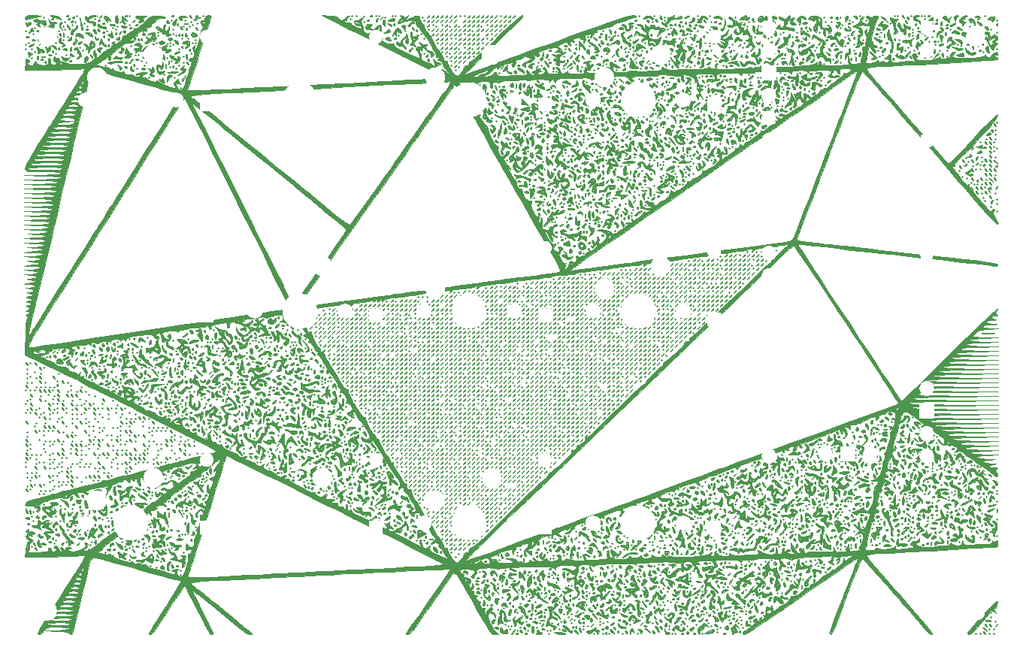
<source format=gbo>
G04 #@! TF.GenerationSoftware,KiCad,Pcbnew,(5.1.9)-1*
G04 #@! TF.CreationDate,2021-05-03T15:50:57+01:00*
G04 #@! TF.ProjectId,EnvMCRO,456e764d-4352-44f2-9e6b-696361645f70,rev?*
G04 #@! TF.SameCoordinates,Original*
G04 #@! TF.FileFunction,Legend,Bot*
G04 #@! TF.FilePolarity,Positive*
%FSLAX46Y46*%
G04 Gerber Fmt 4.6, Leading zero omitted, Abs format (unit mm)*
G04 Created by KiCad (PCBNEW (5.1.9)-1) date 2021-05-03 15:50:57*
%MOMM*%
%LPD*%
G01*
G04 APERTURE LIST*
%ADD10C,0.010000*%
%ADD11O,1.700000X1.700000*%
%ADD12R,1.700000X1.700000*%
%ADD13C,2.200000*%
%ADD14C,2.250000*%
%ADD15C,3.987800*%
%ADD16C,1.750000*%
%ADD17O,1.600000X1.600000*%
%ADD18R,1.600000X1.600000*%
G04 APERTURE END LIST*
D10*
G36*
X63535911Y-39314619D02*
G01*
X63770885Y-39242524D01*
X64210224Y-39155306D01*
X64424911Y-39120929D01*
X64987182Y-39022615D01*
X65211848Y-38946767D01*
X65099343Y-38895214D01*
X64650099Y-38869784D01*
X64364889Y-38867333D01*
X63799008Y-38887496D01*
X63502186Y-38960437D01*
X63406536Y-39104832D01*
X63405334Y-39131327D01*
X63469894Y-39318951D01*
X63535911Y-39314619D01*
G37*
X63535911Y-39314619D02*
X63770885Y-39242524D01*
X64210224Y-39155306D01*
X64424911Y-39120929D01*
X64987182Y-39022615D01*
X65211848Y-38946767D01*
X65099343Y-38895214D01*
X64650099Y-38869784D01*
X64364889Y-38867333D01*
X63799008Y-38887496D01*
X63502186Y-38960437D01*
X63406536Y-39104832D01*
X63405334Y-39131327D01*
X63469894Y-39318951D01*
X63535911Y-39314619D01*
G36*
X67403918Y-39293618D02*
G01*
X67239524Y-39121333D01*
X66885626Y-38933119D01*
X66507762Y-38874766D01*
X66241950Y-38889704D01*
X66241724Y-38942174D01*
X66530674Y-39061899D01*
X66707334Y-39126216D01*
X67190351Y-39297215D01*
X67405577Y-39353171D01*
X67403918Y-39293618D01*
G37*
X67403918Y-39293618D02*
X67239524Y-39121333D01*
X66885626Y-38933119D01*
X66507762Y-38874766D01*
X66241950Y-38889704D01*
X66241724Y-38942174D01*
X66530674Y-39061899D01*
X66707334Y-39126216D01*
X67190351Y-39297215D01*
X67405577Y-39353171D01*
X67403918Y-39293618D01*
G36*
X68259556Y-38980222D02*
G01*
X68236311Y-38879554D01*
X68146667Y-38867333D01*
X68007286Y-38929290D01*
X68033778Y-38980222D01*
X68234737Y-39000488D01*
X68259556Y-38980222D01*
G37*
X68259556Y-38980222D02*
X68236311Y-38879554D01*
X68146667Y-38867333D01*
X68007286Y-38929290D01*
X68033778Y-38980222D01*
X68234737Y-39000488D01*
X68259556Y-38980222D01*
G36*
X69332000Y-38952000D02*
G01*
X69247334Y-38867333D01*
X69162667Y-38952000D01*
X69247334Y-39036666D01*
X69332000Y-38952000D01*
G37*
X69332000Y-38952000D02*
X69247334Y-38867333D01*
X69162667Y-38952000D01*
X69247334Y-39036666D01*
X69332000Y-38952000D01*
G36*
X71344896Y-39915514D02*
G01*
X71364000Y-39798666D01*
X71250341Y-39570022D01*
X70884970Y-39518125D01*
X70711040Y-39536151D01*
X70520273Y-39500546D01*
X70554098Y-39354658D01*
X70753412Y-39173169D01*
X71059112Y-39030763D01*
X71123970Y-39014368D01*
X71618000Y-38907402D01*
X71067667Y-38887368D01*
X70661706Y-38931324D01*
X70514741Y-39079000D01*
X70470551Y-39188709D01*
X70366574Y-39060921D01*
X70198486Y-38934970D01*
X70130813Y-38977101D01*
X70159661Y-39199832D01*
X70340100Y-39492860D01*
X70603430Y-39734167D01*
X70808916Y-39691807D01*
X70832453Y-39669813D01*
X70989013Y-39586183D01*
X71025334Y-39764800D01*
X71107270Y-40011083D01*
X71194667Y-40052666D01*
X71344896Y-39915514D01*
G37*
X71344896Y-39915514D02*
X71364000Y-39798666D01*
X71250341Y-39570022D01*
X70884970Y-39518125D01*
X70711040Y-39536151D01*
X70520273Y-39500546D01*
X70554098Y-39354658D01*
X70753412Y-39173169D01*
X71059112Y-39030763D01*
X71123970Y-39014368D01*
X71618000Y-38907402D01*
X71067667Y-38887368D01*
X70661706Y-38931324D01*
X70514741Y-39079000D01*
X70470551Y-39188709D01*
X70366574Y-39060921D01*
X70198486Y-38934970D01*
X70130813Y-38977101D01*
X70159661Y-39199832D01*
X70340100Y-39492860D01*
X70603430Y-39734167D01*
X70808916Y-39691807D01*
X70832453Y-39669813D01*
X70989013Y-39586183D01*
X71025334Y-39764800D01*
X71107270Y-40011083D01*
X71194667Y-40052666D01*
X71344896Y-39915514D01*
G36*
X71845837Y-39137503D02*
G01*
X72026197Y-38980094D01*
X72041334Y-38942006D01*
X71960972Y-38872408D01*
X71793660Y-39028360D01*
X71771164Y-39062830D01*
X71751205Y-39178704D01*
X71845837Y-39137503D01*
G37*
X71845837Y-39137503D02*
X72026197Y-38980094D01*
X72041334Y-38942006D01*
X71960972Y-38872408D01*
X71793660Y-39028360D01*
X71771164Y-39062830D01*
X71751205Y-39178704D01*
X71845837Y-39137503D01*
G36*
X72630075Y-39558224D02*
G01*
X72588727Y-39395583D01*
X72798127Y-39434598D01*
X72808395Y-39438511D01*
X73018585Y-39507640D01*
X72998558Y-39428435D01*
X72809928Y-39213287D01*
X72550287Y-38942431D01*
X72413144Y-38893557D01*
X72296158Y-39035379D01*
X72285291Y-39052916D01*
X72290726Y-39121333D01*
X72380000Y-39121333D01*
X72464667Y-39036666D01*
X72549334Y-39121333D01*
X72464667Y-39206000D01*
X72380000Y-39121333D01*
X72290726Y-39121333D01*
X72304616Y-39296156D01*
X72468484Y-39518583D01*
X72656078Y-39666171D01*
X72630075Y-39558224D01*
G37*
X72630075Y-39558224D02*
X72588727Y-39395583D01*
X72798127Y-39434598D01*
X72808395Y-39438511D01*
X73018585Y-39507640D01*
X72998558Y-39428435D01*
X72809928Y-39213287D01*
X72550287Y-38942431D01*
X72413144Y-38893557D01*
X72296158Y-39035379D01*
X72285291Y-39052916D01*
X72290726Y-39121333D01*
X72380000Y-39121333D01*
X72464667Y-39036666D01*
X72549334Y-39121333D01*
X72464667Y-39206000D01*
X72380000Y-39121333D01*
X72290726Y-39121333D01*
X72304616Y-39296156D01*
X72468484Y-39518583D01*
X72656078Y-39666171D01*
X72630075Y-39558224D01*
G36*
X73839384Y-39635223D02*
G01*
X73847556Y-39383397D01*
X73799340Y-38987480D01*
X73678631Y-38879116D01*
X73521339Y-39081772D01*
X73492562Y-39151397D01*
X73507708Y-39497041D01*
X73615556Y-39667460D01*
X73776127Y-39779072D01*
X73839384Y-39635223D01*
G37*
X73839384Y-39635223D02*
X73847556Y-39383397D01*
X73799340Y-38987480D01*
X73678631Y-38879116D01*
X73521339Y-39081772D01*
X73492562Y-39151397D01*
X73507708Y-39497041D01*
X73615556Y-39667460D01*
X73776127Y-39779072D01*
X73839384Y-39635223D01*
G36*
X74678552Y-39786991D02*
G01*
X74559734Y-39597629D01*
X74417877Y-39393854D01*
X74524624Y-39387901D01*
X74623667Y-39422981D01*
X74871984Y-39497511D01*
X74864468Y-39422840D01*
X74594683Y-39172169D01*
X74555299Y-39138331D01*
X74311114Y-38957566D01*
X74267425Y-39018000D01*
X74288066Y-39080065D01*
X74271118Y-39412388D01*
X74187101Y-39548874D01*
X74075606Y-39694393D01*
X74200334Y-39644182D01*
X74386444Y-39633275D01*
X74412000Y-39704006D01*
X74543199Y-39874477D01*
X74602067Y-39883333D01*
X74678552Y-39786991D01*
G37*
X74678552Y-39786991D02*
X74559734Y-39597629D01*
X74417877Y-39393854D01*
X74524624Y-39387901D01*
X74623667Y-39422981D01*
X74871984Y-39497511D01*
X74864468Y-39422840D01*
X74594683Y-39172169D01*
X74555299Y-39138331D01*
X74311114Y-38957566D01*
X74267425Y-39018000D01*
X74288066Y-39080065D01*
X74271118Y-39412388D01*
X74187101Y-39548874D01*
X74075606Y-39694393D01*
X74200334Y-39644182D01*
X74386444Y-39633275D01*
X74412000Y-39704006D01*
X74543199Y-39874477D01*
X74602067Y-39883333D01*
X74678552Y-39786991D01*
G36*
X74863556Y-38980222D02*
G01*
X74840311Y-38879554D01*
X74750667Y-38867333D01*
X74611286Y-38929290D01*
X74637778Y-38980222D01*
X74838737Y-39000488D01*
X74863556Y-38980222D01*
G37*
X74863556Y-38980222D02*
X74840311Y-38879554D01*
X74750667Y-38867333D01*
X74611286Y-38929290D01*
X74637778Y-38980222D01*
X74838737Y-39000488D01*
X74863556Y-38980222D01*
G36*
X75258667Y-38952000D02*
G01*
X75174000Y-38867333D01*
X75089334Y-38952000D01*
X75174000Y-39036666D01*
X75258667Y-38952000D01*
G37*
X75258667Y-38952000D02*
X75174000Y-38867333D01*
X75089334Y-38952000D01*
X75174000Y-39036666D01*
X75258667Y-38952000D01*
G36*
X76281324Y-39671325D02*
G01*
X76330850Y-39654255D01*
X76618829Y-39562908D01*
X76706535Y-39544666D01*
X76715485Y-39417614D01*
X76679739Y-39304140D01*
X76736408Y-39085693D01*
X76981387Y-38994470D01*
X77052628Y-38959491D01*
X76833249Y-38939761D01*
X76483050Y-38938534D01*
X75983034Y-38957148D01*
X75772818Y-39005530D01*
X75803733Y-39101851D01*
X75880398Y-39163525D01*
X76139660Y-39290605D01*
X76304421Y-39163654D01*
X76421381Y-39069050D01*
X76441407Y-39129800D01*
X76339160Y-39395556D01*
X76232334Y-39535722D01*
X76119216Y-39694449D01*
X76281324Y-39671325D01*
G37*
X76281324Y-39671325D02*
X76330850Y-39654255D01*
X76618829Y-39562908D01*
X76706535Y-39544666D01*
X76715485Y-39417614D01*
X76679739Y-39304140D01*
X76736408Y-39085693D01*
X76981387Y-38994470D01*
X77052628Y-38959491D01*
X76833249Y-38939761D01*
X76483050Y-38938534D01*
X75983034Y-38957148D01*
X75772818Y-39005530D01*
X75803733Y-39101851D01*
X75880398Y-39163525D01*
X76139660Y-39290605D01*
X76304421Y-39163654D01*
X76421381Y-39069050D01*
X76441407Y-39129800D01*
X76339160Y-39395556D01*
X76232334Y-39535722D01*
X76119216Y-39694449D01*
X76281324Y-39671325D01*
G36*
X77465482Y-108635019D02*
G01*
X77518300Y-108632666D01*
X77689669Y-108493369D01*
X78006476Y-108100856D01*
X78441397Y-107493199D01*
X78967105Y-106708470D01*
X79515150Y-105850555D01*
X80057139Y-104995336D01*
X80540658Y-104252990D01*
X80936817Y-103666197D01*
X81216726Y-103277639D01*
X81351494Y-103129997D01*
X81356386Y-103130396D01*
X81459879Y-103295285D01*
X81685689Y-103715059D01*
X82008121Y-104339993D01*
X82401482Y-105120361D01*
X82793940Y-105912508D01*
X83235434Y-106786645D01*
X83640457Y-107544168D01*
X83981179Y-108136481D01*
X84229772Y-108514985D01*
X84351626Y-108632666D01*
X84555003Y-108577894D01*
X84572000Y-108543740D01*
X84499596Y-108369639D01*
X84299818Y-107947492D01*
X83998821Y-107331119D01*
X83622758Y-106574342D01*
X83386667Y-106104413D01*
X82979526Y-105290837D01*
X82632730Y-104585915D01*
X82372472Y-104043847D01*
X82224945Y-103718831D01*
X82201334Y-103651706D01*
X82240227Y-103655734D01*
X82371334Y-103740830D01*
X82616296Y-103924380D01*
X82996755Y-104223765D01*
X83534351Y-104656371D01*
X84250726Y-105239581D01*
X85167521Y-105990778D01*
X86306376Y-106927346D01*
X87362767Y-107797743D01*
X87890920Y-108198878D01*
X88359556Y-108494635D01*
X88679281Y-108629671D01*
X88711386Y-108632666D01*
X88939422Y-108602218D01*
X88862108Y-108460852D01*
X88799286Y-108400222D01*
X88570571Y-108202700D01*
X88126354Y-107832836D01*
X87515350Y-107330146D01*
X86786273Y-106734148D01*
X85987836Y-106084360D01*
X85168755Y-105420301D01*
X84377743Y-104781488D01*
X83663514Y-104207440D01*
X83074782Y-103737674D01*
X82660262Y-103411708D01*
X82502988Y-103292523D01*
X82188602Y-103037683D01*
X82039135Y-102862106D01*
X82037321Y-102852727D01*
X82200892Y-102771149D01*
X82693149Y-102692190D01*
X83504114Y-102616693D01*
X84623813Y-102545504D01*
X86042268Y-102479466D01*
X86773334Y-102451728D01*
X87759806Y-102413622D01*
X88697790Y-102372150D01*
X89502199Y-102331439D01*
X90087950Y-102295616D01*
X90244667Y-102283342D01*
X90745859Y-102246722D01*
X91486020Y-102202152D01*
X92365725Y-102155243D01*
X93285548Y-102111607D01*
X93292667Y-102111292D01*
X94258386Y-102066993D01*
X95438743Y-102010380D01*
X96710205Y-101947514D01*
X97949243Y-101884452D01*
X98457334Y-101857941D01*
X99632188Y-101796659D01*
X100884707Y-101732314D01*
X102094749Y-101671016D01*
X103142172Y-101618875D01*
X103537334Y-101599597D01*
X104495916Y-101553251D01*
X105663659Y-101496761D01*
X106911453Y-101436375D01*
X108110187Y-101378340D01*
X108448000Y-101361980D01*
X109382936Y-101319937D01*
X110192498Y-101289692D01*
X110819344Y-101272890D01*
X111206131Y-101271176D01*
X111303606Y-101280045D01*
X111226447Y-101428251D01*
X110972251Y-101820737D01*
X110562132Y-102427135D01*
X110017206Y-103217079D01*
X109358587Y-104160201D01*
X108607389Y-105226133D01*
X107784728Y-106384510D01*
X106911717Y-107604962D01*
X106729406Y-107858732D01*
X106466107Y-108258473D01*
X106329156Y-108534329D01*
X106326207Y-108599318D01*
X106560660Y-108615222D01*
X106916144Y-108327626D01*
X107382561Y-107745281D01*
X107491200Y-107589942D01*
X107870110Y-107042987D01*
X108364139Y-106336913D01*
X108891626Y-105588230D01*
X109134101Y-105246000D01*
X109678741Y-104474019D01*
X110257865Y-103645168D01*
X110775129Y-102897584D01*
X110944998Y-102649513D01*
X111207594Y-102250646D01*
X111412466Y-101951569D01*
X111587490Y-101775060D01*
X111760543Y-101743895D01*
X111959502Y-101880854D01*
X112212242Y-102208711D01*
X112414755Y-102536666D01*
X112935334Y-102536666D01*
X112948759Y-102380629D01*
X113010007Y-102367333D01*
X113182442Y-102490254D01*
X113189334Y-102536666D01*
X113131560Y-102701597D01*
X113114660Y-102706000D01*
X112970089Y-102587342D01*
X112935334Y-102536666D01*
X112414755Y-102536666D01*
X112546642Y-102750246D01*
X112990577Y-103528235D01*
X113571925Y-104565455D01*
X113811924Y-104992000D01*
X114447846Y-106119536D01*
X114939625Y-106986811D01*
X115310634Y-107627898D01*
X115584246Y-108076873D01*
X115783833Y-108367810D01*
X115932768Y-108534784D01*
X116054425Y-108611868D01*
X116172175Y-108633136D01*
X116309175Y-108632666D01*
X116711877Y-108632666D01*
X116220605Y-108106759D01*
X115911676Y-107707385D01*
X115741099Y-107353448D01*
X115729334Y-107274203D01*
X115650339Y-106986732D01*
X115563001Y-106911111D01*
X115479598Y-106734056D01*
X115523028Y-106408465D01*
X115649587Y-106078393D01*
X115815567Y-105887899D01*
X115875532Y-105881000D01*
X116055696Y-105810720D01*
X116068000Y-105754000D01*
X115937563Y-105591517D01*
X115886572Y-105584666D01*
X115573142Y-105722819D01*
X115361968Y-106030192D01*
X115344555Y-106263512D01*
X115341773Y-106374416D01*
X115221997Y-106218325D01*
X115119116Y-105891666D01*
X115153666Y-105726495D01*
X115172111Y-105611387D01*
X115086660Y-105647912D01*
X114875192Y-105611530D01*
X114715872Y-105420076D01*
X114621150Y-105157067D01*
X114660387Y-105076666D01*
X114635730Y-104996046D01*
X114396660Y-104802080D01*
X114395099Y-104800985D01*
X114143032Y-104578375D01*
X114170598Y-104424565D01*
X114230421Y-104380245D01*
X114342937Y-104265100D01*
X114144883Y-104232593D01*
X113916939Y-104141190D01*
X113927902Y-103976000D01*
X113898256Y-103759339D01*
X113734352Y-103716614D01*
X113535665Y-103692399D01*
X113617349Y-103581010D01*
X113727467Y-103495201D01*
X113913488Y-103224167D01*
X113857060Y-103034920D01*
X113733133Y-102893346D01*
X113700117Y-103070406D01*
X113699926Y-103087000D01*
X113617786Y-103338373D01*
X113528000Y-103383333D01*
X113380582Y-103260427D01*
X113383062Y-103005123D01*
X113533100Y-102787544D01*
X113536223Y-102785585D01*
X113612130Y-102602259D01*
X113462122Y-102384372D01*
X113173632Y-102225852D01*
X112989273Y-102198000D01*
X112768477Y-102129358D01*
X112766000Y-102028666D01*
X112776169Y-101871626D01*
X112732060Y-101859333D01*
X112539964Y-101732962D01*
X112407571Y-101561668D01*
X112332857Y-101390023D01*
X112427541Y-101299810D01*
X112755245Y-101264210D01*
X113128838Y-101257612D01*
X113729001Y-101305916D01*
X114030184Y-101452700D01*
X114020446Y-101685007D01*
X113758243Y-101940432D01*
X113570443Y-102110880D01*
X113671560Y-102214826D01*
X113767038Y-102253494D01*
X113961303Y-102277511D01*
X113949396Y-102194864D01*
X113985138Y-102001427D01*
X114099242Y-101928790D01*
X114276524Y-101731825D01*
X114267764Y-101608448D01*
X114310353Y-101334488D01*
X114394826Y-101254207D01*
X114661035Y-101180392D01*
X115108976Y-101132571D01*
X115631305Y-101112420D01*
X116120680Y-101121616D01*
X116469756Y-101161835D01*
X116576038Y-101220142D01*
X116708999Y-101261065D01*
X116973398Y-101191860D01*
X117273948Y-101137204D01*
X117845439Y-101084521D01*
X118620157Y-101038201D01*
X119530385Y-101002634D01*
X120114634Y-100988256D01*
X121168317Y-100972883D01*
X121931570Y-100975442D01*
X122452312Y-100999194D01*
X122778463Y-101047405D01*
X122957941Y-101123336D01*
X123016643Y-101185871D01*
X123143514Y-101335747D01*
X123177071Y-101166014D01*
X123177407Y-101139666D01*
X123225439Y-100980795D01*
X123413129Y-100890528D01*
X123811097Y-100850822D01*
X124337111Y-100843333D01*
X124976810Y-100859805D01*
X125339037Y-100917747D01*
X125483773Y-101029946D01*
X125494222Y-101090046D01*
X125365737Y-101363139D01*
X125048228Y-101440030D01*
X124643615Y-101297860D01*
X124623939Y-101285255D01*
X124211963Y-101138869D01*
X124012799Y-101194154D01*
X123898546Y-101310000D01*
X124092261Y-101347983D01*
X124141572Y-101348740D01*
X124565452Y-101467497D01*
X124770524Y-101611381D01*
X125032135Y-101812873D01*
X125159386Y-101852681D01*
X125325415Y-101963442D01*
X125348878Y-102015966D01*
X125250936Y-102148940D01*
X124938166Y-102226926D01*
X124533321Y-102222029D01*
X124479066Y-102213630D01*
X124385787Y-102323609D01*
X124394399Y-102456522D01*
X124527345Y-102662281D01*
X124581721Y-102668387D01*
X124534667Y-102621333D01*
X124619334Y-102536666D01*
X124684631Y-102601964D01*
X124751484Y-102529635D01*
X124746334Y-102494333D01*
X124849660Y-102390506D01*
X125027895Y-102367333D01*
X125244664Y-102424130D01*
X125296089Y-102656829D01*
X125270395Y-102875333D01*
X125889334Y-102875333D01*
X126018192Y-102710920D01*
X126058667Y-102706000D01*
X126223080Y-102834858D01*
X126228000Y-102875333D01*
X126099142Y-103039746D01*
X126058667Y-103044666D01*
X125894254Y-102915808D01*
X125889334Y-102875333D01*
X125270395Y-102875333D01*
X125266475Y-102908663D01*
X125273746Y-103398582D01*
X125408247Y-103628942D01*
X125654463Y-103943573D01*
X125613843Y-104217251D01*
X125386194Y-104348998D01*
X125108909Y-104491554D01*
X125042667Y-104609070D01*
X125158865Y-104655993D01*
X125409140Y-104535979D01*
X125712009Y-104227300D01*
X125827611Y-103888863D01*
X125718416Y-103637186D01*
X125702156Y-103626305D01*
X125627375Y-103422809D01*
X125658735Y-103345469D01*
X125666959Y-103242139D01*
X125576830Y-103282497D01*
X125409212Y-103266936D01*
X125381334Y-103139327D01*
X125471746Y-102904628D01*
X125675604Y-102931842D01*
X125851305Y-103140033D01*
X125993964Y-103317261D01*
X126156527Y-103213359D01*
X126217330Y-103142189D01*
X126354761Y-102808572D01*
X126336926Y-102623490D01*
X126152580Y-102427350D01*
X125899763Y-102370169D01*
X125731272Y-102473453D01*
X125720000Y-102536666D01*
X125617158Y-102701319D01*
X125585877Y-102706000D01*
X125493656Y-102558834D01*
X125458435Y-102204257D01*
X125458508Y-102198000D01*
X125493820Y-101841013D01*
X125569452Y-101690028D01*
X125570573Y-101690000D01*
X125659458Y-101549661D01*
X125674730Y-101393667D01*
X125686301Y-101030034D01*
X125696788Y-100912482D01*
X125857955Y-100809268D01*
X126228268Y-100754653D01*
X126686121Y-100747540D01*
X127109907Y-100786830D01*
X127378020Y-100871426D01*
X127415715Y-100928000D01*
X127484192Y-100971743D01*
X127547593Y-100894286D01*
X127665468Y-100811888D01*
X127927027Y-100751324D01*
X128373953Y-100709712D01*
X129047933Y-100684173D01*
X129990650Y-100671824D01*
X130800000Y-100669493D01*
X131162489Y-100659999D01*
X131762826Y-100634934D01*
X132507023Y-100599226D01*
X133301087Y-100557801D01*
X134051027Y-100515587D01*
X134662854Y-100477512D01*
X135042575Y-100448502D01*
X135070060Y-100445645D01*
X135514566Y-100436988D01*
X136108974Y-100473884D01*
X136384286Y-100504190D01*
X136890104Y-100549393D01*
X137243847Y-100544463D01*
X137334968Y-100517254D01*
X137539625Y-100447055D01*
X137885363Y-100416338D01*
X138239973Y-100424783D01*
X138471248Y-100472071D01*
X138495155Y-100520058D01*
X138546695Y-100706772D01*
X138677953Y-100846613D01*
X138841439Y-101069540D01*
X138719026Y-101330691D01*
X138718422Y-101331467D01*
X138589675Y-101510664D01*
X138678104Y-101468797D01*
X138832705Y-101351333D01*
X139065045Y-101189655D01*
X139096206Y-101257524D01*
X139049686Y-101393667D01*
X139032202Y-101636592D01*
X139110071Y-101690000D01*
X139235190Y-101820468D01*
X139231757Y-101932895D01*
X139256962Y-102155424D01*
X139309000Y-102186895D01*
X139339871Y-102186537D01*
X139266667Y-102113333D01*
X139351334Y-102028666D01*
X139436000Y-102113333D01*
X139363067Y-102186267D01*
X139629003Y-102183180D01*
X139648004Y-102065381D01*
X139525203Y-101924345D01*
X139333381Y-101634640D01*
X139314426Y-101462057D01*
X139247438Y-101223270D01*
X139025652Y-100960847D01*
X138674000Y-100648271D01*
X139055000Y-100729949D01*
X139349510Y-100765800D01*
X139436000Y-100737357D01*
X139298681Y-100628474D01*
X139055000Y-100519084D01*
X138918156Y-100436158D01*
X139045126Y-100376268D01*
X139467111Y-100329809D01*
X139724838Y-100312874D01*
X140309691Y-100289755D01*
X140649721Y-100324321D01*
X140837174Y-100441389D01*
X140954339Y-100643660D01*
X141053708Y-100920550D01*
X140950670Y-100971660D01*
X140798897Y-100930612D01*
X140379198Y-100920447D01*
X140133390Y-101001933D01*
X139844450Y-101090545D01*
X139725082Y-100968980D01*
X139676551Y-100951739D01*
X139672183Y-101097333D01*
X140621334Y-101097333D01*
X140706000Y-101012666D01*
X140790667Y-101097333D01*
X140706000Y-101182000D01*
X140621334Y-101097333D01*
X139672183Y-101097333D01*
X139669089Y-101200459D01*
X139707421Y-101503339D01*
X139845632Y-101527317D01*
X140076285Y-101389188D01*
X140396748Y-101241312D01*
X140579381Y-101252936D01*
X140562491Y-101423286D01*
X140449231Y-101522378D01*
X140326748Y-101633379D01*
X140511013Y-101651353D01*
X140562531Y-101647871D01*
X140818915Y-101548811D01*
X140844482Y-101416664D01*
X140917528Y-101212840D01*
X141114129Y-101102159D01*
X141348491Y-100989945D01*
X141331054Y-100805316D01*
X141219405Y-100621194D01*
X141112934Y-100441137D01*
X141119877Y-100329806D01*
X141296060Y-100268269D01*
X141697309Y-100237593D01*
X142379450Y-100218845D01*
X142407696Y-100218204D01*
X143071934Y-100220631D01*
X143566985Y-100256508D01*
X143820408Y-100319405D01*
X143838667Y-100345204D01*
X143969111Y-100498607D01*
X144017994Y-100504666D01*
X144125405Y-100405128D01*
X144104844Y-100355036D01*
X144197623Y-100271709D01*
X144538184Y-100230556D01*
X144772184Y-100230982D01*
X145225767Y-100228810D01*
X145497484Y-100193842D01*
X145532012Y-100168946D01*
X145687924Y-100126710D01*
X146101950Y-100092388D01*
X146693545Y-100071949D01*
X146873432Y-100069582D01*
X147549900Y-100071344D01*
X147967102Y-100104448D01*
X148204245Y-100188743D01*
X148340535Y-100344078D01*
X148393790Y-100450582D01*
X148483595Y-100741025D01*
X148443322Y-100843333D01*
X148336776Y-100984948D01*
X148313905Y-101169568D01*
X148368887Y-101399343D01*
X148446953Y-101413574D01*
X148569583Y-101191427D01*
X148580000Y-101092654D01*
X148690646Y-100933163D01*
X148870537Y-100965452D01*
X149019914Y-100989910D01*
X148932401Y-100838202D01*
X148785870Y-100674207D01*
X148526168Y-100356985D01*
X148410998Y-100140214D01*
X148410667Y-100134070D01*
X148550911Y-100029227D01*
X148874546Y-99999281D01*
X149235925Y-100038946D01*
X149339249Y-100081333D01*
X149596000Y-100081333D01*
X149680667Y-99996666D01*
X149765334Y-100081333D01*
X149680667Y-100166000D01*
X149596000Y-100081333D01*
X149339249Y-100081333D01*
X149489403Y-100142931D01*
X149516415Y-100174222D01*
X149708552Y-100248232D01*
X149871167Y-100148433D01*
X150164007Y-100048495D01*
X150750073Y-99969852D01*
X151584316Y-99917575D01*
X152045392Y-99903641D01*
X152829356Y-99878342D01*
X153491679Y-99841166D01*
X153957098Y-99797357D01*
X154144266Y-99757335D01*
X154372647Y-99771499D01*
X154420677Y-99825193D01*
X154651150Y-99932547D01*
X154898044Y-99922377D01*
X155709571Y-99771151D01*
X156226096Y-99711343D01*
X156478211Y-99741181D01*
X156509881Y-99829024D01*
X156351536Y-99992926D01*
X156299366Y-99994904D01*
X156091564Y-100092267D01*
X156007266Y-100193870D01*
X155852923Y-100327497D01*
X155676027Y-100166000D01*
X155538445Y-99998016D01*
X155547079Y-100110925D01*
X155562228Y-100166000D01*
X155506043Y-100466630D01*
X155324202Y-100716333D01*
X155094269Y-100893408D01*
X155009518Y-100885667D01*
X154937883Y-100901056D01*
X154831770Y-101055000D01*
X154579263Y-101301079D01*
X154413586Y-101351333D01*
X154193605Y-101439255D01*
X154168000Y-101509256D01*
X154027033Y-101676175D01*
X153787000Y-101787478D01*
X153364623Y-102003714D01*
X153152000Y-102180210D01*
X152803925Y-102511599D01*
X152569962Y-102706321D01*
X152337618Y-102867726D01*
X152306532Y-102799598D01*
X152352981Y-102663666D01*
X152366643Y-102418207D01*
X152280269Y-102367333D01*
X152170106Y-102502203D01*
X152188562Y-102719376D01*
X152203474Y-102973574D01*
X152038978Y-102978690D01*
X151829366Y-103016061D01*
X151797334Y-103134648D01*
X151728264Y-103344872D01*
X151670334Y-103363281D01*
X151271271Y-103391060D01*
X151120516Y-103626604D01*
X151120000Y-103647327D01*
X151037909Y-103822596D01*
X150950667Y-103806667D01*
X150792718Y-103795603D01*
X150780012Y-103839006D01*
X150636862Y-104014986D01*
X150310380Y-104188590D01*
X149950493Y-104297178D01*
X149715385Y-104283796D01*
X149622337Y-104286961D01*
X149652853Y-104354330D01*
X149593792Y-104539983D01*
X149347372Y-104821644D01*
X149010917Y-105111880D01*
X148681752Y-105323257D01*
X148514266Y-105377199D01*
X148279711Y-105504081D01*
X148260266Y-105527870D01*
X148074626Y-105722315D01*
X147833839Y-105917229D01*
X147638677Y-106039885D01*
X147589912Y-106017559D01*
X147594973Y-106008000D01*
X147615829Y-105728097D01*
X147554713Y-105500000D01*
X147449365Y-105269793D01*
X147413042Y-105350139D01*
X147406568Y-105478400D01*
X147351142Y-105691438D01*
X147164932Y-105604743D01*
X147154907Y-105596485D01*
X146948290Y-105504202D01*
X146816920Y-105708166D01*
X146805311Y-105743569D01*
X146762431Y-106102358D01*
X146767268Y-106120889D01*
X146886667Y-106120889D01*
X147022066Y-105866767D01*
X147293856Y-105810444D01*
X147457463Y-105928824D01*
X147445072Y-106036222D01*
X147268896Y-106213319D01*
X147029175Y-106258936D01*
X146889058Y-106148337D01*
X146886667Y-106120889D01*
X146767268Y-106120889D01*
X146805648Y-106267902D01*
X146804416Y-106530382D01*
X146711177Y-106692751D01*
X146480651Y-106888148D01*
X146301536Y-106930813D01*
X146276785Y-106807630D01*
X146310170Y-106743836D01*
X146330359Y-106628149D01*
X146232735Y-106670870D01*
X146105229Y-106866954D01*
X146124667Y-106939333D01*
X146096422Y-107146098D01*
X146042762Y-107191626D01*
X145897653Y-107152256D01*
X145870667Y-107019882D01*
X145775094Y-106825610D01*
X145574904Y-106853840D01*
X145399891Y-107082641D01*
X145393616Y-107100487D01*
X145416844Y-107240258D01*
X145510032Y-107206910D01*
X145683377Y-107159210D01*
X145701334Y-107191462D01*
X145577350Y-107380930D01*
X145276200Y-107667213D01*
X144904084Y-107961656D01*
X144567200Y-108175605D01*
X144473667Y-108216303D01*
X144224065Y-108381833D01*
X144204152Y-108558749D01*
X144405264Y-108632666D01*
X144602353Y-108539680D01*
X145036042Y-108278254D01*
X145665854Y-107874683D01*
X146451312Y-107355264D01*
X147351938Y-106746296D01*
X148088264Y-106239954D01*
X149176294Y-105486996D01*
X150294837Y-104713859D01*
X151374208Y-103968639D01*
X152344726Y-103299436D01*
X153136706Y-102754347D01*
X153406000Y-102569419D01*
X154199756Y-102021451D01*
X154985269Y-101473216D01*
X155672045Y-100988221D01*
X156169589Y-100629978D01*
X156170826Y-100629069D01*
X156743632Y-100236779D01*
X157079950Y-100077722D01*
X157187489Y-100150477D01*
X157073959Y-100453623D01*
X157068672Y-100463549D01*
X156951488Y-100725962D01*
X156741673Y-101238346D01*
X156459479Y-101947823D01*
X156125164Y-102801514D01*
X155758980Y-103746543D01*
X155381183Y-104730032D01*
X155012028Y-105699104D01*
X154671768Y-106600880D01*
X154380659Y-107382483D01*
X154158956Y-107991036D01*
X154026912Y-108373662D01*
X153998667Y-108478225D01*
X154108574Y-108630352D01*
X154131475Y-108632666D01*
X154209796Y-108581631D01*
X154319334Y-108400256D01*
X154478456Y-108046136D01*
X154705532Y-107476867D01*
X155018926Y-106650043D01*
X155194981Y-106177333D01*
X155747749Y-104702369D01*
X156252881Y-103382715D01*
X156699157Y-102246042D01*
X157075355Y-101320019D01*
X157370255Y-100632318D01*
X157572636Y-100210607D01*
X157667074Y-100081333D01*
X157844664Y-100211319D01*
X158228416Y-100595751D01*
X158810795Y-101226339D01*
X159584268Y-102094795D01*
X160541302Y-103192829D01*
X161362214Y-104147090D01*
X161816534Y-104675877D01*
X162186125Y-105102789D01*
X162416805Y-105365390D01*
X162462881Y-105415333D01*
X162645464Y-105614602D01*
X162990688Y-106008638D01*
X163443088Y-106533117D01*
X163947202Y-107123718D01*
X164447568Y-107716121D01*
X164475794Y-107749763D01*
X164884878Y-108196468D01*
X165241418Y-108513998D01*
X165465229Y-108632666D01*
X165530954Y-108620392D01*
X165548282Y-108568406D01*
X165498679Y-108453963D01*
X165363610Y-108254318D01*
X165124542Y-107946726D01*
X164762940Y-107508442D01*
X164260270Y-106916720D01*
X163597997Y-106148815D01*
X162757589Y-105181982D01*
X161720510Y-103993477D01*
X161192557Y-103389234D01*
X160384695Y-102457146D01*
X159659760Y-101605913D01*
X159045235Y-100869011D01*
X158568600Y-100279914D01*
X158257339Y-99872100D01*
X158138933Y-99679044D01*
X158139631Y-99670463D01*
X158336119Y-99603995D01*
X158783157Y-99546932D01*
X159392630Y-99509680D01*
X159538961Y-99505197D01*
X160300383Y-99479446D01*
X161042526Y-99443504D01*
X161607764Y-99405035D01*
X161618667Y-99404071D01*
X162090306Y-99368848D01*
X162801586Y-99323986D01*
X163653840Y-99275400D01*
X164497334Y-99231520D01*
X165517948Y-99178453D01*
X166724476Y-99111685D01*
X167964901Y-99039824D01*
X169069334Y-98972604D01*
X170013981Y-98916128D01*
X170899364Y-98868404D01*
X171640596Y-98833651D01*
X172152793Y-98816087D01*
X172244334Y-98814821D01*
X172697266Y-98793227D01*
X172905475Y-98695573D01*
X172962429Y-98463732D01*
X172964000Y-98367266D01*
X172932813Y-98070316D01*
X172807842Y-98059822D01*
X172726467Y-98120333D01*
X172507259Y-98227365D01*
X172401169Y-98098734D01*
X172324438Y-98011797D01*
X172300035Y-98158820D01*
X172215341Y-98330932D01*
X171934819Y-98424264D01*
X171397667Y-98462501D01*
X170711003Y-98488839D01*
X170025299Y-98525987D01*
X169797773Y-98541757D01*
X169337445Y-98552206D01*
X169110432Y-98464214D01*
X169016659Y-98238881D01*
X169016500Y-98238076D01*
X168961422Y-97993964D01*
X168935511Y-98076780D01*
X168923060Y-98261000D01*
X168832511Y-98541130D01*
X168542973Y-98637860D01*
X168406111Y-98642000D01*
X168024103Y-98576865D01*
X167826336Y-98430333D01*
X167714192Y-98311306D01*
X167581317Y-98445297D01*
X167307023Y-98595089D01*
X166857551Y-98634080D01*
X166848759Y-98633515D01*
X166370371Y-98640210D01*
X166009139Y-98709542D01*
X166002373Y-98712366D01*
X165645139Y-98784167D01*
X165132078Y-98797234D01*
X164572855Y-98760936D01*
X164077133Y-98684643D01*
X163754577Y-98577723D01*
X163692267Y-98515000D01*
X163763223Y-98333367D01*
X163890556Y-98303333D01*
X164115738Y-98165262D01*
X164156074Y-98007000D01*
X164124276Y-97817189D01*
X164004792Y-97945491D01*
X164003830Y-97947008D01*
X163756650Y-98107848D01*
X163624532Y-98095225D01*
X163377387Y-98112518D01*
X163155291Y-98267583D01*
X163068958Y-98458754D01*
X163129890Y-98549437D01*
X163328525Y-98547929D01*
X163354451Y-98516055D01*
X163391721Y-98516068D01*
X163378427Y-98588726D01*
X163412793Y-98824142D01*
X163448513Y-98857307D01*
X163437681Y-98890945D01*
X163363358Y-98877025D01*
X163088240Y-98874225D01*
X162611884Y-98920567D01*
X162305025Y-98964155D01*
X161795309Y-99029353D01*
X161536906Y-99007406D01*
X161450790Y-98885812D01*
X161446741Y-98828377D01*
X161414367Y-98655740D01*
X161296225Y-98790878D01*
X161085992Y-98908603D01*
X160694017Y-99000732D01*
X160238038Y-99055167D01*
X159835792Y-99059808D01*
X159605018Y-99002560D01*
X159586536Y-98966555D01*
X159448641Y-98878748D01*
X159332667Y-98867778D01*
X159107114Y-98944197D01*
X159078667Y-99008889D01*
X158929368Y-99100904D01*
X158560724Y-99148281D01*
X158465266Y-99150000D01*
X158077725Y-99128557D01*
X157971842Y-99043311D01*
X158047874Y-98913824D01*
X158196131Y-98641206D01*
X158203441Y-98532824D01*
X158216546Y-98299284D01*
X158292897Y-97849611D01*
X158376534Y-97456666D01*
X158511201Y-96862401D01*
X158624663Y-96349809D01*
X158669999Y-96137408D01*
X158798276Y-95872564D01*
X158940461Y-95867238D01*
X159051661Y-95881794D01*
X159014983Y-95797284D01*
X158948328Y-95490420D01*
X159018943Y-95146860D01*
X159179648Y-94899115D01*
X159348195Y-94861390D01*
X159556314Y-94851411D01*
X159586667Y-94777866D01*
X159446692Y-94600254D01*
X159302425Y-94548083D01*
X159111613Y-94484269D01*
X159170200Y-94346690D01*
X159302425Y-94209095D01*
X159529308Y-93934893D01*
X159575190Y-93780433D01*
X159422826Y-93813045D01*
X159400439Y-93826441D01*
X159298903Y-93837954D01*
X159394279Y-93605123D01*
X159400439Y-93593567D01*
X159553650Y-93155735D01*
X159586667Y-92895799D01*
X159659571Y-92614716D01*
X159765994Y-92546000D01*
X159871448Y-92444334D01*
X159849449Y-92390876D01*
X159829018Y-92118895D01*
X159942501Y-91756111D01*
X160126135Y-91454902D01*
X160280543Y-91360666D01*
X160364920Y-91451606D01*
X160242401Y-91646371D01*
X160101362Y-91849690D01*
X160212981Y-91853787D01*
X160320183Y-91815704D01*
X160610080Y-91718835D01*
X160701183Y-91699333D01*
X160796404Y-91615695D01*
X160694105Y-91440567D01*
X160466209Y-91287624D01*
X160433334Y-91276000D01*
X160159452Y-91116272D01*
X160094667Y-90992472D01*
X160218305Y-90889000D01*
X160348667Y-90913902D01*
X160566710Y-90917422D01*
X160602667Y-90847352D01*
X160473647Y-90688061D01*
X160433334Y-90683333D01*
X160283104Y-90546180D01*
X160264000Y-90429333D01*
X160392010Y-90226813D01*
X160685730Y-90187641D01*
X161009692Y-90320284D01*
X161076800Y-90378533D01*
X161245715Y-90492458D01*
X161280000Y-90383848D01*
X161401272Y-90257831D01*
X161516872Y-90276858D01*
X161779639Y-90306673D01*
X161825709Y-90174269D01*
X161658008Y-89975229D01*
X161504888Y-89885239D01*
X161212426Y-89769098D01*
X161147026Y-89833910D01*
X161182596Y-89949201D01*
X161190635Y-90134910D01*
X161014071Y-90109520D01*
X160678784Y-90017323D01*
X160570460Y-90006000D01*
X160475492Y-89874596D01*
X160514322Y-89551097D01*
X160660148Y-89141573D01*
X160886167Y-88752095D01*
X160887892Y-88749791D01*
X161061527Y-88544493D01*
X161075788Y-88618112D01*
X161052150Y-88693666D01*
X161038741Y-88938042D01*
X161110667Y-88990000D01*
X161194380Y-89116271D01*
X161161243Y-89271778D01*
X161137383Y-89462911D01*
X161251224Y-89431118D01*
X161427568Y-89437819D01*
X161451926Y-89530340D01*
X161498669Y-89641401D01*
X161618667Y-89498000D01*
X161774937Y-89153947D01*
X161664613Y-89001749D01*
X161553750Y-88990000D01*
X161306600Y-88851169D01*
X161214974Y-88693666D01*
X161070615Y-88320425D01*
X161011780Y-88185666D01*
X161051294Y-88001469D01*
X161163106Y-87974000D01*
X161419656Y-87854902D01*
X161531366Y-87602175D01*
X161433628Y-87372668D01*
X161415775Y-87360593D01*
X161306849Y-87348681D01*
X161341266Y-87428136D01*
X161339926Y-87663520D01*
X161282762Y-87718293D01*
X161146899Y-87695464D01*
X161140991Y-87402584D01*
X161258443Y-86879520D01*
X161492660Y-86166138D01*
X161576622Y-85942000D01*
X161705226Y-85566323D01*
X161756712Y-85237983D01*
X161766834Y-85095333D01*
X161886514Y-84820046D01*
X162032398Y-84756666D01*
X162309201Y-84629607D01*
X162522719Y-84405563D01*
X162746143Y-84182861D01*
X162892681Y-84255162D01*
X162885007Y-84507460D01*
X162783361Y-84619157D01*
X162643423Y-84737626D01*
X162800863Y-84713968D01*
X162804000Y-84713114D01*
X163035593Y-84525432D01*
X163041574Y-84244532D01*
X162847205Y-84004701D01*
X162658206Y-83938093D01*
X162379794Y-83946895D01*
X162383567Y-84084025D01*
X162375364Y-84332787D01*
X162275361Y-84434339D01*
X161969756Y-84576114D01*
X161888447Y-84468033D01*
X162028490Y-84105658D01*
X162041083Y-84081107D01*
X162214493Y-83709616D01*
X162285899Y-83483467D01*
X162285320Y-83474330D01*
X162371683Y-83282469D01*
X162393704Y-83260889D01*
X162437195Y-83273716D01*
X162384245Y-83381634D01*
X162349160Y-83548537D01*
X162484096Y-83533246D01*
X162732900Y-83587837D01*
X163140627Y-83812724D01*
X163531230Y-84092355D01*
X163996628Y-84447757D01*
X164373564Y-84714016D01*
X164547230Y-84816852D01*
X164641592Y-84938184D01*
X164497334Y-85079849D01*
X164329004Y-85224592D01*
X164449205Y-85266017D01*
X164497334Y-85268074D01*
X164573815Y-85338893D01*
X164354066Y-85520161D01*
X164328000Y-85536363D01*
X164124310Y-85685951D01*
X164186866Y-85707792D01*
X164214850Y-85699696D01*
X164554602Y-85617399D01*
X164680516Y-85603333D01*
X164813683Y-85463292D01*
X164838593Y-85307000D01*
X164889959Y-85134234D01*
X164965593Y-85188938D01*
X165178371Y-85378109D01*
X165570374Y-85647797D01*
X165767334Y-85768897D01*
X166238760Y-86072774D01*
X166615003Y-86356902D01*
X166701976Y-86437292D01*
X166895031Y-86718815D01*
X166907360Y-86938013D01*
X167206667Y-86938013D01*
X167310998Y-86846206D01*
X167376000Y-86873333D01*
X167539012Y-87097651D01*
X167545334Y-87147320D01*
X167441002Y-87239127D01*
X167376000Y-87212000D01*
X167212989Y-86987682D01*
X167206667Y-86938013D01*
X166907360Y-86938013D01*
X166915083Y-87075302D01*
X166889167Y-87249678D01*
X166793201Y-87222305D01*
X166604398Y-86995678D01*
X166360459Y-86716729D01*
X166193878Y-86619333D01*
X166190447Y-86726117D01*
X166375660Y-86987470D01*
X166412881Y-87030147D01*
X166741677Y-87303276D01*
X166977659Y-87275924D01*
X167211452Y-87215823D01*
X167291334Y-87296667D01*
X167470674Y-87388313D01*
X167645076Y-87284155D01*
X167843377Y-87176737D01*
X167884000Y-87275933D01*
X168020814Y-87444424D01*
X168138000Y-87466000D01*
X168368422Y-87554036D01*
X168313909Y-87795178D01*
X168180334Y-87960861D01*
X168071215Y-88102133D01*
X168212613Y-88058318D01*
X168319849Y-88004728D01*
X168613812Y-87925475D01*
X168907493Y-88059190D01*
X169116792Y-88238000D01*
X169459672Y-88513844D01*
X169716361Y-88648672D01*
X169739276Y-88651333D01*
X169985686Y-88759790D01*
X170216565Y-88947667D01*
X170507198Y-89190206D01*
X170979639Y-89540667D01*
X171528898Y-89921333D01*
X172033841Y-90270981D01*
X172414307Y-90556255D01*
X172593678Y-90719465D01*
X172597111Y-90725666D01*
X172790383Y-90851810D01*
X172808778Y-90852666D01*
X172949848Y-90735304D01*
X172933520Y-90494756D01*
X172776489Y-90298332D01*
X172752334Y-90287002D01*
X172644514Y-90170588D01*
X172794667Y-90021484D01*
X172903216Y-89899106D01*
X172735546Y-89846819D01*
X172498334Y-89839259D01*
X172123669Y-89794803D01*
X171949555Y-89690006D01*
X171948000Y-89678062D01*
X172096127Y-89551704D01*
X172456896Y-89456752D01*
X172498334Y-89451161D01*
X172713849Y-89409570D01*
X172599318Y-89378082D01*
X172159667Y-89355766D01*
X171662812Y-89313030D01*
X171340149Y-89232330D01*
X171270667Y-89168182D01*
X171423445Y-89067817D01*
X171815864Y-88982115D01*
X172159667Y-88945506D01*
X172568828Y-88913496D01*
X172690995Y-88891042D01*
X172510303Y-88873630D01*
X172010886Y-88856745D01*
X171830994Y-88851990D01*
X171080914Y-88806625D01*
X170648024Y-88728468D01*
X170536416Y-88634405D01*
X170750185Y-88541326D01*
X171293423Y-88466117D01*
X171730804Y-88438633D01*
X173048667Y-88380821D01*
X171482334Y-88346744D01*
X170796171Y-88315465D01*
X170264363Y-88259916D01*
X169960053Y-88189299D01*
X169916000Y-88149688D01*
X170072898Y-88073202D01*
X170493905Y-88002880D01*
X171104489Y-87949136D01*
X171482334Y-87930831D01*
X173048667Y-87874954D01*
X171153660Y-87839810D01*
X170182230Y-87804104D01*
X169535251Y-87745072D01*
X169214936Y-87671817D01*
X169223498Y-87593437D01*
X169563150Y-87519033D01*
X170236103Y-87457707D01*
X171052363Y-87423177D01*
X173048667Y-87369491D01*
X170805000Y-87333079D01*
X169750467Y-87300081D01*
X169033371Y-87245869D01*
X168653713Y-87178062D01*
X168611492Y-87104274D01*
X168906708Y-87032125D01*
X169539361Y-86969231D01*
X170509452Y-86923209D01*
X170805000Y-86915226D01*
X173048667Y-86862622D01*
X170476327Y-86825644D01*
X169317702Y-86795611D01*
X168487099Y-86747433D01*
X167985947Y-86686972D01*
X167815677Y-86620090D01*
X167977717Y-86552648D01*
X168473496Y-86490510D01*
X169304443Y-86439536D01*
X170374354Y-86407382D01*
X173048667Y-86356090D01*
X170043000Y-86318378D01*
X168787780Y-86290698D01*
X167870560Y-86246645D01*
X167291340Y-86191091D01*
X167050119Y-86128909D01*
X167146897Y-86064973D01*
X167581676Y-86004154D01*
X168354453Y-85951326D01*
X169465231Y-85911362D01*
X170043000Y-85899408D01*
X173048667Y-85849002D01*
X169798994Y-85810834D01*
X168473681Y-85784548D01*
X167478558Y-85743455D01*
X166814638Y-85691701D01*
X166482933Y-85633431D01*
X166484455Y-85572789D01*
X166820218Y-85513922D01*
X167491232Y-85460974D01*
X168498512Y-85418091D01*
X169696568Y-85391481D01*
X173048667Y-85341750D01*
X169460327Y-85303208D01*
X168058234Y-85278394D01*
X166987106Y-85240004D01*
X166247818Y-85191617D01*
X165841246Y-85136813D01*
X165768264Y-85079172D01*
X166029747Y-85022271D01*
X166626570Y-84969691D01*
X167559609Y-84925010D01*
X168829737Y-84891807D01*
X169357728Y-84883512D01*
X173048667Y-84834375D01*
X169027000Y-84795521D01*
X167701217Y-84775878D01*
X166612790Y-84745524D01*
X165785799Y-84705688D01*
X165244324Y-84657597D01*
X165012444Y-84602479D01*
X165005334Y-84590398D01*
X165170524Y-84533799D01*
X165649585Y-84483089D01*
X166417750Y-84439591D01*
X167450256Y-84404629D01*
X168722335Y-84379526D01*
X169027000Y-84375517D01*
X173048667Y-84326904D01*
X168688334Y-84287785D01*
X167133193Y-84265546D01*
X165916410Y-84231613D01*
X165037985Y-84188755D01*
X164497918Y-84139741D01*
X164296208Y-84087341D01*
X164432856Y-84034323D01*
X164907862Y-83983456D01*
X165721225Y-83937510D01*
X166872946Y-83899252D01*
X168363025Y-83871453D01*
X168688334Y-83867538D01*
X173048667Y-83819359D01*
X168349667Y-83780013D01*
X166884736Y-83761858D01*
X165668280Y-83734472D01*
X164719989Y-83698719D01*
X164059554Y-83655462D01*
X163706666Y-83605563D01*
X163650667Y-83574012D01*
X163816620Y-83520519D01*
X164301023Y-83472512D01*
X165083688Y-83430913D01*
X166144428Y-83396642D01*
X167463057Y-83370622D01*
X168349667Y-83359555D01*
X173048667Y-83311753D01*
X168011000Y-83272210D01*
X166480285Y-83254687D01*
X165202724Y-83228533D01*
X164196291Y-83194485D01*
X163478959Y-83153279D01*
X163068702Y-83105651D01*
X162973334Y-83065853D01*
X163139585Y-83013729D01*
X163626072Y-82966897D01*
X164414393Y-82926142D01*
X165486147Y-82892245D01*
X166822933Y-82865989D01*
X168011000Y-82851569D01*
X173048667Y-82804098D01*
X167747007Y-82764382D01*
X166080234Y-82746587D01*
X164728548Y-82720643D01*
X163696915Y-82686749D01*
X162990307Y-82645106D01*
X162613691Y-82595913D01*
X162550000Y-82555333D01*
X162749283Y-82503726D01*
X163266447Y-82457617D01*
X164080736Y-82417822D01*
X165171397Y-82385162D01*
X166517676Y-82360454D01*
X167851660Y-82346284D01*
X173048667Y-82306568D01*
X168002572Y-82259085D01*
X166422607Y-82238739D01*
X165133396Y-82210404D01*
X164145173Y-82174525D01*
X163468173Y-82131544D01*
X163112634Y-82081905D01*
X163059565Y-82044800D01*
X163257078Y-81994257D01*
X163767201Y-81948602D01*
X164563901Y-81908901D01*
X165621142Y-81876219D01*
X166912891Y-81851620D01*
X168105660Y-81838411D01*
X173048667Y-81798823D01*
X168256645Y-81751093D01*
X166725267Y-81730083D01*
X165482702Y-81700694D01*
X164539915Y-81663428D01*
X163907872Y-81618787D01*
X163597537Y-81567272D01*
X163567639Y-81536682D01*
X163765409Y-81485240D01*
X164273964Y-81438798D01*
X165065441Y-81398554D01*
X166111981Y-81365707D01*
X167385721Y-81341456D01*
X168359660Y-81330552D01*
X173048667Y-81291104D01*
X168510726Y-81243104D01*
X166942686Y-81218513D01*
X165712412Y-81183233D01*
X164819264Y-81139876D01*
X164262600Y-81091058D01*
X164041782Y-81039392D01*
X164156168Y-80987492D01*
X164605120Y-80937973D01*
X165387996Y-80893447D01*
X166504158Y-80856529D01*
X167952965Y-80829834D01*
X168613660Y-80822708D01*
X173048667Y-80783415D01*
X168764814Y-80735116D01*
X167248466Y-80709547D01*
X166069793Y-80672748D01*
X165228098Y-80627572D01*
X164722682Y-80576870D01*
X164552847Y-80523497D01*
X164717894Y-80470305D01*
X165217126Y-80420147D01*
X166049845Y-80375875D01*
X167215352Y-80340343D01*
X168712948Y-80316404D01*
X168867660Y-80314881D01*
X173048667Y-80275762D01*
X169018913Y-80227131D01*
X167555888Y-80200476D01*
X166430434Y-80161992D01*
X165641785Y-80114808D01*
X165189174Y-80062056D01*
X165071837Y-80006865D01*
X165289007Y-79952366D01*
X165839918Y-79901691D01*
X166723806Y-79857968D01*
X167939903Y-79824330D01*
X169121660Y-79807075D01*
X173048667Y-79768151D01*
X169273022Y-79719148D01*
X167865120Y-79691280D01*
X166794663Y-79650914D01*
X166060807Y-79601505D01*
X165662706Y-79546511D01*
X165599516Y-79489387D01*
X165870392Y-79433591D01*
X166474488Y-79382580D01*
X167410960Y-79339808D01*
X168678963Y-79308734D01*
X169375660Y-79299295D01*
X173048667Y-79260590D01*
X169527145Y-79211169D01*
X168176357Y-79181935D01*
X167162865Y-79139451D01*
X166485730Y-79087561D01*
X166144013Y-79030108D01*
X166136775Y-78970936D01*
X166463077Y-78913889D01*
X167121981Y-78862810D01*
X168112547Y-78821542D01*
X169433835Y-78793929D01*
X169629660Y-78791545D01*
X173048667Y-78753090D01*
X169781283Y-78703195D01*
X168489835Y-78672408D01*
X167535500Y-78627523D01*
X166917228Y-78572847D01*
X166633966Y-78512690D01*
X166684663Y-78451360D01*
X167068266Y-78393166D01*
X167783724Y-78342417D01*
X168829985Y-78303422D01*
X169883660Y-78283832D01*
X173048667Y-78245664D01*
X170035440Y-78195227D01*
X168805838Y-78162660D01*
X167913125Y-78115025D01*
X167356112Y-78057198D01*
X167133609Y-77994057D01*
X167244427Y-77930477D01*
X167687376Y-77871335D01*
X168461267Y-77821509D01*
X169564910Y-77785873D01*
X170137660Y-77776165D01*
X173048667Y-77738330D01*
X170289621Y-77687268D01*
X169124717Y-77652634D01*
X168296419Y-77601816D01*
X167803368Y-77540396D01*
X167644202Y-77473956D01*
X167817563Y-77408076D01*
X168322088Y-77348339D01*
X169156420Y-77300326D01*
X170319196Y-77269618D01*
X170391660Y-77268556D01*
X173048667Y-77231112D01*
X170543830Y-77179322D01*
X169446910Y-77142255D01*
X168686233Y-77087705D01*
X168260221Y-77022149D01*
X168167299Y-76952061D01*
X168405889Y-76883916D01*
X168974415Y-76824190D01*
X169871302Y-76779358D01*
X170645660Y-76761022D01*
X173048667Y-76724045D01*
X170798074Y-76671392D01*
X169771711Y-76631428D01*
X169081124Y-76572511D01*
X168724462Y-76502245D01*
X168699878Y-76428234D01*
X169005522Y-76358082D01*
X169639547Y-76299392D01*
X170600102Y-76259770D01*
X170899660Y-76253588D01*
X173048667Y-76217175D01*
X171052363Y-76163490D01*
X170100208Y-76120003D01*
X169483207Y-76055863D01*
X169199155Y-75980148D01*
X169245847Y-75901941D01*
X169621079Y-75830321D01*
X170322646Y-75774369D01*
X171153660Y-75746288D01*
X173048667Y-75710576D01*
X171306711Y-75655628D01*
X170433997Y-75607750D01*
X169895566Y-75537182D01*
X169688724Y-75455035D01*
X169810777Y-75372420D01*
X170259032Y-75300448D01*
X171030795Y-75250232D01*
X171407660Y-75239179D01*
X173048667Y-75204358D01*
X171555730Y-75147755D01*
X170062794Y-75091152D01*
X170455064Y-74677502D01*
X170736082Y-74440686D01*
X171084372Y-74307081D01*
X171609561Y-74243747D01*
X171948000Y-74228907D01*
X173048667Y-74193963D01*
X172070316Y-74132725D01*
X171483751Y-74060952D01*
X171224530Y-73957261D01*
X171286347Y-73847821D01*
X171662897Y-73758799D01*
X172169660Y-73720416D01*
X172661985Y-73701879D01*
X172830674Y-73684756D01*
X172690601Y-73660236D01*
X172329000Y-73626013D01*
X171889370Y-73552955D01*
X171634767Y-73445876D01*
X171609334Y-73401597D01*
X171760325Y-73298749D01*
X172139998Y-73228911D01*
X172329000Y-73216628D01*
X172711252Y-73192820D01*
X172763895Y-73157887D01*
X172580129Y-73120437D01*
X172262255Y-73004287D01*
X172242627Y-72852293D01*
X172501214Y-72744350D01*
X172677660Y-72731407D01*
X172911982Y-72698560D01*
X172831865Y-72591574D01*
X172818922Y-72583240D01*
X172689737Y-72415649D01*
X172776588Y-72321840D01*
X172941736Y-72068908D01*
X172964000Y-71920665D01*
X172848797Y-71975434D01*
X172517773Y-72250718D01*
X171992810Y-72725798D01*
X171295788Y-73379954D01*
X170448588Y-74192469D01*
X169473089Y-75142622D01*
X168391173Y-76209696D01*
X167551894Y-77045442D01*
X166438328Y-78155814D01*
X165399676Y-79186110D01*
X164460005Y-80112846D01*
X163643381Y-80912537D01*
X162973873Y-81561699D01*
X162475546Y-82036847D01*
X162172467Y-82314497D01*
X162086594Y-82378449D01*
X161721656Y-81843082D01*
X161222037Y-81100734D01*
X160606791Y-80180365D01*
X159894971Y-79110934D01*
X159105632Y-77921401D01*
X158257827Y-76640726D01*
X157370612Y-75297867D01*
X156463039Y-73921784D01*
X155554162Y-72541437D01*
X154663037Y-71185785D01*
X153808716Y-69883787D01*
X153010253Y-68664404D01*
X152286704Y-67556593D01*
X151657121Y-66589316D01*
X151140558Y-65791531D01*
X150756071Y-65192197D01*
X150522711Y-64820275D01*
X150457589Y-64703967D01*
X150586375Y-64690021D01*
X150930482Y-64707035D01*
X151512592Y-64757218D01*
X152355388Y-64842783D01*
X153481553Y-64965941D01*
X154913770Y-65128903D01*
X155438000Y-65189538D01*
X155813950Y-65232094D01*
X156478131Y-65306138D01*
X157382116Y-65406318D01*
X158477479Y-65527283D01*
X159715793Y-65663680D01*
X161048632Y-65810157D01*
X161703334Y-65881991D01*
X163054219Y-66030205D01*
X164324826Y-66169755D01*
X165468542Y-66295511D01*
X166438756Y-66402342D01*
X167188853Y-66485116D01*
X167672222Y-66538705D01*
X167799334Y-66552953D01*
X168266398Y-66604870D01*
X168955784Y-66680284D01*
X169753063Y-66766711D01*
X170170000Y-66811613D01*
X170958503Y-66899895D01*
X171678861Y-66986877D01*
X172225606Y-67059539D01*
X172413667Y-67088607D01*
X172797595Y-67109965D01*
X172963177Y-67024214D01*
X172964000Y-67014357D01*
X172915451Y-66935242D01*
X172751117Y-66857567D01*
X172442972Y-66777267D01*
X171962987Y-66690273D01*
X171283135Y-66592521D01*
X170375387Y-66479942D01*
X169211716Y-66348471D01*
X167764093Y-66194041D01*
X166190667Y-66031590D01*
X165528990Y-65960139D01*
X164866129Y-65882924D01*
X164751334Y-65868735D01*
X164340794Y-65821653D01*
X163673871Y-65750149D01*
X162831249Y-65662673D01*
X161893613Y-65567673D01*
X161534000Y-65531835D01*
X160608777Y-65437659D01*
X159774779Y-65348297D01*
X159103780Y-65271770D01*
X158667555Y-65216099D01*
X158570667Y-65200688D01*
X158147517Y-65135970D01*
X157567442Y-65064013D01*
X157300667Y-65035264D01*
X156535343Y-64954840D01*
X155630509Y-64854617D01*
X154498862Y-64724873D01*
X154168000Y-64686419D01*
X153661754Y-64631127D01*
X152997599Y-64563198D01*
X152559334Y-64520383D01*
X151654282Y-64425302D01*
X150940183Y-64332823D01*
X150464517Y-64250037D01*
X150274765Y-64184034D01*
X150273334Y-64179039D01*
X150331999Y-64011373D01*
X150499092Y-63562608D01*
X150761252Y-62867655D01*
X151105122Y-61961427D01*
X151517343Y-60878835D01*
X151984557Y-59654792D01*
X152493406Y-58324209D01*
X153030532Y-56922000D01*
X153582575Y-55483076D01*
X154136179Y-54042349D01*
X154677983Y-52634731D01*
X155194632Y-51295135D01*
X155672765Y-50058473D01*
X155941192Y-49366000D01*
X156439111Y-48085786D01*
X156830161Y-47088451D01*
X157128472Y-46340561D01*
X157348177Y-45808683D01*
X157503406Y-45459383D01*
X157608292Y-45259227D01*
X157676966Y-45174782D01*
X157715527Y-45168153D01*
X157880638Y-45317518D01*
X158231938Y-45690079D01*
X158737659Y-46249824D01*
X159366033Y-46960738D01*
X160085295Y-47786805D01*
X160863676Y-48692013D01*
X161669410Y-49640346D01*
X161866389Y-49874000D01*
X162419738Y-50528669D01*
X162896492Y-51087524D01*
X163253671Y-51500575D01*
X163448298Y-51717826D01*
X163467694Y-51736666D01*
X163617441Y-51893367D01*
X163935510Y-52246459D01*
X164368553Y-52736294D01*
X164669908Y-53080813D01*
X165169571Y-53652940D01*
X165608324Y-54152940D01*
X165923098Y-54509051D01*
X166021334Y-54618465D01*
X166257109Y-54887486D01*
X166627560Y-55321475D01*
X167037334Y-55808402D01*
X167501640Y-56358071D01*
X168133450Y-57097839D01*
X168876993Y-57963164D01*
X169275882Y-58425333D01*
X169916000Y-58425333D01*
X170000667Y-58340666D01*
X170085334Y-58425333D01*
X170000667Y-58510000D01*
X169916000Y-58425333D01*
X169275882Y-58425333D01*
X169676498Y-58889502D01*
X170476193Y-59812308D01*
X171220307Y-60667040D01*
X171853069Y-61389153D01*
X172144428Y-61718802D01*
X172585138Y-62170685D01*
X172866909Y-62373282D01*
X172968005Y-62329636D01*
X172866692Y-62042789D01*
X172632089Y-61650532D01*
X172424195Y-61242569D01*
X172454622Y-60972117D01*
X172484606Y-60930866D01*
X172572974Y-60741176D01*
X172490845Y-60711333D01*
X172272147Y-60843703D01*
X172225939Y-60923000D01*
X172109283Y-61028281D01*
X171970390Y-60875815D01*
X171776975Y-60628535D01*
X171423907Y-60220120D01*
X170984533Y-59735214D01*
X170946105Y-59693772D01*
X170534744Y-59213348D01*
X170243454Y-58800491D01*
X170128381Y-58536061D01*
X170129210Y-58517308D01*
X170030941Y-58297401D01*
X169898958Y-58260017D01*
X169654308Y-58139708D01*
X169313776Y-57853281D01*
X168982158Y-57505296D01*
X168764254Y-57200309D01*
X168730667Y-57094394D01*
X168622928Y-56924795D01*
X168352354Y-56613882D01*
X168222667Y-56478000D01*
X167844701Y-56060063D01*
X167729509Y-55845943D01*
X167874362Y-55829208D01*
X167960043Y-55858593D01*
X168134842Y-55849584D01*
X168125316Y-55744006D01*
X168200435Y-55534245D01*
X168472335Y-55171083D01*
X168885462Y-54727000D01*
X168962324Y-54651963D01*
X169504431Y-54149739D01*
X169873809Y-53849908D01*
X170051021Y-53765546D01*
X170016630Y-53909732D01*
X169984497Y-53964163D01*
X169964648Y-54080591D01*
X170051775Y-54043407D01*
X170175747Y-53806687D01*
X170159315Y-53717216D01*
X170234748Y-53511630D01*
X170503824Y-53133624D01*
X170917935Y-52647440D01*
X171182711Y-52364645D01*
X171662264Y-51857027D01*
X172036620Y-51439324D01*
X172253472Y-51171019D01*
X172286667Y-51109253D01*
X172391206Y-50918428D01*
X172642645Y-50617573D01*
X172643479Y-50616684D01*
X172876192Y-50289783D01*
X172934090Y-50038270D01*
X172803704Y-50081763D01*
X172492562Y-50339591D01*
X172043744Y-50771938D01*
X171500328Y-51338987D01*
X171349611Y-51502748D01*
X170320479Y-52622229D01*
X169412273Y-53594511D01*
X168644025Y-54400050D01*
X168034767Y-55019300D01*
X167603531Y-55432718D01*
X167369348Y-55620759D01*
X167333568Y-55626972D01*
X167212142Y-55484791D01*
X166894257Y-55116036D01*
X166405282Y-54550039D01*
X165770583Y-53816133D01*
X165015527Y-52943651D01*
X164165482Y-51961925D01*
X163310258Y-50974666D01*
X162363726Y-49882195D01*
X161461610Y-48840919D01*
X160634394Y-47886029D01*
X159912557Y-47052711D01*
X159326582Y-46376156D01*
X158906950Y-45891551D01*
X158708559Y-45662323D01*
X158375910Y-45244237D01*
X158174688Y-44924923D01*
X158144443Y-44798676D01*
X158332329Y-44747174D01*
X158795020Y-44691217D01*
X159468810Y-44636653D01*
X160289993Y-44589327D01*
X160554658Y-44577454D01*
X161655509Y-44528251D01*
X162885679Y-44468105D01*
X164202728Y-44399579D01*
X165564217Y-44325235D01*
X166927709Y-44247636D01*
X168250762Y-44169344D01*
X169490940Y-44092922D01*
X170605802Y-44020931D01*
X171552910Y-43955936D01*
X172289824Y-43900497D01*
X172774107Y-43857178D01*
X172963318Y-43828540D01*
X172963734Y-43828198D01*
X172912962Y-43681680D01*
X172709734Y-43487374D01*
X172504993Y-43311131D01*
X172572211Y-43296108D01*
X172667667Y-43326571D01*
X172918386Y-43320553D01*
X172964000Y-43195872D01*
X172837676Y-43034617D01*
X172625333Y-43051602D01*
X172350139Y-43221697D01*
X172286667Y-43374416D01*
X172145553Y-43564386D01*
X171948000Y-43608666D01*
X171671916Y-43520166D01*
X171606741Y-43397000D01*
X171566903Y-43276262D01*
X171475594Y-43387539D01*
X171255190Y-43492746D01*
X170794886Y-43580516D01*
X170181315Y-43646822D01*
X169501108Y-43687642D01*
X168840900Y-43698948D01*
X168287322Y-43676718D01*
X167927007Y-43616926D01*
X167837655Y-43556552D01*
X167896951Y-43297783D01*
X168038471Y-43136230D01*
X168206277Y-42974047D01*
X168075721Y-42954673D01*
X167968667Y-42969667D01*
X167681273Y-43154777D01*
X167630000Y-43357436D01*
X167558067Y-43589745D01*
X167285985Y-43708282D01*
X166978065Y-43746898D01*
X166559686Y-43754366D01*
X166426636Y-43673165D01*
X166455818Y-43590624D01*
X166434425Y-43524199D01*
X166207370Y-43645897D01*
X166181075Y-43664059D01*
X165814302Y-43813405D01*
X165283205Y-43911093D01*
X164698701Y-43951955D01*
X164171707Y-43930824D01*
X163813140Y-43842532D01*
X163735334Y-43778000D01*
X163745744Y-43621829D01*
X163804692Y-43608666D01*
X163912277Y-43487361D01*
X163892065Y-43382889D01*
X163712985Y-43205418D01*
X163466702Y-43161682D01*
X163316305Y-43272355D01*
X163312000Y-43309354D01*
X163385231Y-43566994D01*
X163498228Y-43809567D01*
X163584036Y-44036770D01*
X163526244Y-44059756D01*
X163289935Y-44028526D01*
X162816551Y-44038156D01*
X162204922Y-44086352D01*
X162154684Y-44091623D01*
X161526866Y-44152421D01*
X161161995Y-44158685D01*
X160986910Y-44097424D01*
X160928448Y-43955649D01*
X160921281Y-43872634D01*
X160913524Y-43527740D01*
X160921281Y-43397000D01*
X160813481Y-43274001D01*
X160772000Y-43270000D01*
X160607496Y-43389752D01*
X160602667Y-43426917D01*
X160463182Y-43596341D01*
X160306334Y-43661274D01*
X160155593Y-43722456D01*
X160328338Y-43754690D01*
X160391000Y-43758357D01*
X160688815Y-43830886D01*
X160772000Y-43929216D01*
X160638656Y-44120944D01*
X160370176Y-44193594D01*
X160169681Y-44101049D01*
X159974315Y-44033652D01*
X159842058Y-44115512D01*
X159629146Y-44203905D01*
X159539634Y-44081401D01*
X159425108Y-43948718D01*
X159235300Y-44074333D01*
X158966742Y-44214488D01*
X158604218Y-44284147D01*
X158254665Y-44283309D01*
X158025025Y-44211975D01*
X158018852Y-44074333D01*
X158179641Y-43726448D01*
X158198227Y-43608666D01*
X158244839Y-43117189D01*
X158323145Y-42659681D01*
X158408714Y-42370259D01*
X158429572Y-42338651D01*
X158557841Y-42406066D01*
X158740137Y-42677588D01*
X158948889Y-42984939D01*
X159107281Y-43100666D01*
X159246108Y-43004312D01*
X159169003Y-42788386D01*
X158951667Y-42588295D01*
X158752320Y-42450415D01*
X158839824Y-42455778D01*
X158946244Y-42487819D01*
X159240922Y-42487516D01*
X159337237Y-42415938D01*
X159282835Y-42287134D01*
X159098654Y-42254000D01*
X158774125Y-42183954D01*
X158662614Y-42096446D01*
X158661027Y-41870822D01*
X158739277Y-41418200D01*
X158872816Y-40833757D01*
X159037094Y-40212673D01*
X159207561Y-39650128D01*
X159359668Y-39241298D01*
X159433618Y-39107222D01*
X159442103Y-38964335D01*
X159245224Y-38917503D01*
X158964498Y-38974223D01*
X158797409Y-39067970D01*
X158561128Y-39113670D01*
X158489375Y-39042127D01*
X158275891Y-38942976D01*
X158202221Y-38970404D01*
X158143473Y-39125311D01*
X158244338Y-39213625D01*
X158482745Y-39474055D01*
X158454988Y-39714034D01*
X158181555Y-39823042D01*
X158131560Y-39821980D01*
X157790466Y-39718341D01*
X157622285Y-39516580D01*
X157696965Y-39310368D01*
X157731396Y-39286096D01*
X157888638Y-39058413D01*
X157893334Y-39014578D01*
X157798017Y-38978431D01*
X157628537Y-39107939D01*
X157454137Y-39374598D01*
X157453894Y-39518606D01*
X157384853Y-39682873D01*
X157093219Y-39876893D01*
X157083690Y-39881424D01*
X156623334Y-40098370D01*
X157131334Y-40321881D01*
X157407643Y-40470704D01*
X157434657Y-40549715D01*
X157406933Y-40553029D01*
X157261572Y-40604336D01*
X157369453Y-40795189D01*
X157393263Y-40824221D01*
X157524995Y-41021326D01*
X157409360Y-41043186D01*
X157373516Y-41035888D01*
X157202572Y-41105739D01*
X157186426Y-41440419D01*
X157158194Y-41921150D01*
X157077064Y-42169333D01*
X157216000Y-42169333D01*
X157300667Y-42084666D01*
X157385334Y-42169333D01*
X157300667Y-42254000D01*
X157216000Y-42169333D01*
X157077064Y-42169333D01*
X157053655Y-42240942D01*
X156951765Y-42484777D01*
X157067562Y-42506691D01*
X157169749Y-42471330D01*
X157555575Y-42252049D01*
X157693762Y-42136475D01*
X157825115Y-41960448D01*
X157672029Y-41915455D01*
X157651429Y-41915333D01*
X157431387Y-41773784D01*
X157385334Y-41576666D01*
X157451550Y-41301433D01*
X157543341Y-41238000D01*
X157650022Y-41091127D01*
X157687093Y-40737149D01*
X157686905Y-40730000D01*
X157617011Y-40352345D01*
X157403713Y-40224385D01*
X157349571Y-40222000D01*
X157129787Y-40155667D01*
X157126163Y-40061033D01*
X157325995Y-39994366D01*
X157712021Y-39976778D01*
X158136073Y-40003526D01*
X158449982Y-40069866D01*
X158510460Y-40105349D01*
X158520367Y-40303676D01*
X158423936Y-40612466D01*
X158285859Y-40856352D01*
X158217565Y-40899333D01*
X158144064Y-40770231D01*
X158177570Y-40603000D01*
X158218628Y-40408529D01*
X158079860Y-40493775D01*
X158060899Y-40511157D01*
X157925816Y-40733481D01*
X158053775Y-40973286D01*
X158181514Y-41289666D01*
X158094292Y-41728067D01*
X158005389Y-42113699D01*
X158032774Y-42349821D01*
X158034160Y-42351420D01*
X158030504Y-42403755D01*
X157953410Y-42366788D01*
X157738086Y-42396522D01*
X157662392Y-42508972D01*
X157655795Y-42726600D01*
X157721803Y-42762000D01*
X157768386Y-42901882D01*
X157699651Y-43253332D01*
X157644735Y-43424024D01*
X157521258Y-43857781D01*
X157494221Y-44144085D01*
X157511135Y-44186024D01*
X157454458Y-44264560D01*
X157258072Y-44286000D01*
X156834782Y-44333254D01*
X156645856Y-44385455D01*
X156424078Y-44348161D01*
X156243003Y-44016562D01*
X156211120Y-43919788D01*
X156035559Y-43354666D01*
X156086755Y-43893438D01*
X156137952Y-44432209D01*
X154725718Y-44486105D01*
X153915405Y-44509460D01*
X153395487Y-44501531D01*
X153118654Y-44456524D01*
X153037593Y-44368646D01*
X153069041Y-44283238D01*
X153038280Y-44079461D01*
X152981233Y-44031114D01*
X152848808Y-44048153D01*
X152851471Y-44125247D01*
X152762514Y-44354451D01*
X152662763Y-44413801D01*
X152512870Y-44410772D01*
X152568268Y-44265634D01*
X152619350Y-44135454D01*
X152459291Y-44235596D01*
X152400395Y-44282750D01*
X152021744Y-44442696D01*
X151403995Y-44540698D01*
X151055557Y-44559757D01*
X150513646Y-44577488D01*
X150138597Y-44597403D01*
X150019334Y-44612918D01*
X149864405Y-44650936D01*
X149456678Y-44675657D01*
X148881738Y-44687605D01*
X148225170Y-44687301D01*
X147572560Y-44675266D01*
X147009493Y-44652022D01*
X146621556Y-44618092D01*
X146505667Y-44591497D01*
X146257598Y-44534291D01*
X146209334Y-44608986D01*
X146072229Y-44715415D01*
X145870667Y-44709333D01*
X145599211Y-44729886D01*
X145532000Y-44824457D01*
X145429844Y-44884576D01*
X145245495Y-44772400D01*
X145062656Y-44655308D01*
X145058924Y-44709333D01*
X144941543Y-44785021D01*
X144501200Y-44844362D01*
X143753264Y-44886005D01*
X142805429Y-44907538D01*
X141785849Y-44910734D01*
X141074738Y-44889866D01*
X140642608Y-44842816D01*
X140459972Y-44767465D01*
X140449407Y-44738205D01*
X140388215Y-44642308D01*
X140322407Y-44709333D01*
X140205950Y-44827975D01*
X140019845Y-44900113D01*
X139687563Y-44937575D01*
X139132575Y-44952191D01*
X138735042Y-44954673D01*
X138129676Y-44956861D01*
X137639877Y-44958710D01*
X137404000Y-44959680D01*
X137080995Y-44971246D01*
X136587717Y-44998605D01*
X136430334Y-45008714D01*
X135991651Y-45008400D01*
X135736755Y-44951181D01*
X135710667Y-44915283D01*
X135604668Y-44849834D01*
X135541334Y-44878666D01*
X135385547Y-44859623D01*
X135372000Y-44794000D01*
X135268470Y-44684431D01*
X135199905Y-44711040D01*
X135084665Y-44887164D01*
X135098341Y-44932700D01*
X134987732Y-45007059D01*
X134627985Y-45074325D01*
X134296770Y-45105528D01*
X133698955Y-45147628D01*
X133177011Y-45188818D01*
X133001334Y-45204678D01*
X132526110Y-45196499D01*
X132027667Y-45122649D01*
X131658285Y-45079043D01*
X131480261Y-45135511D01*
X131477334Y-45150499D01*
X131324369Y-45234177D01*
X130930489Y-45289198D01*
X130564117Y-45302000D01*
X129910944Y-45247291D01*
X129571157Y-45079335D01*
X129536989Y-44792386D01*
X129627741Y-44609311D01*
X129753889Y-44476906D01*
X129781407Y-44582333D01*
X129926733Y-44747059D01*
X130165000Y-44792957D01*
X130387987Y-44775877D01*
X130344505Y-44697597D01*
X130041866Y-44529041D01*
X129663346Y-44298798D01*
X129435629Y-44100420D01*
X129430359Y-44092437D01*
X129314087Y-44087142D01*
X129230618Y-44271919D01*
X129216062Y-44517050D01*
X129317955Y-44514070D01*
X129416023Y-44509204D01*
X129369702Y-44610047D01*
X129125656Y-44739287D01*
X128980921Y-44717001D01*
X128812769Y-44682988D01*
X128906489Y-44841376D01*
X128921103Y-44859110D01*
X128952864Y-45070228D01*
X128734293Y-45217333D01*
X129276000Y-45217333D01*
X129360667Y-45132666D01*
X129445334Y-45217333D01*
X129360667Y-45302000D01*
X129276000Y-45217333D01*
X128734293Y-45217333D01*
X128706062Y-45236333D01*
X128239196Y-45345321D01*
X127610766Y-45385090D01*
X126879271Y-45343535D01*
X126693667Y-45319946D01*
X126571846Y-45168173D01*
X126566667Y-45114550D01*
X126690526Y-45003160D01*
X126829462Y-45027943D01*
X127004946Y-45041452D01*
X126995233Y-44971801D01*
X127037386Y-44773730D01*
X127177517Y-44658507D01*
X127345882Y-44488112D01*
X127265745Y-44384106D01*
X127094209Y-44399999D01*
X127072074Y-44487673D01*
X127025831Y-44598225D01*
X126908942Y-44455374D01*
X126862767Y-44207634D01*
X127038535Y-44080375D01*
X127151701Y-44002805D01*
X126939485Y-43997217D01*
X126869403Y-44003376D01*
X126480375Y-44085964D01*
X126276736Y-44193856D01*
X126261133Y-44264446D01*
X126337257Y-44229454D01*
X126550396Y-44261676D01*
X126633590Y-44385488D01*
X126727835Y-44696435D01*
X126653082Y-44751785D01*
X126540503Y-44693163D01*
X126424629Y-44673205D01*
X126465830Y-44767836D01*
X126478113Y-44942134D01*
X126412642Y-44963333D01*
X126310904Y-45087053D01*
X126336098Y-45217333D01*
X126332916Y-45364267D01*
X126137419Y-45442237D01*
X125686719Y-45469993D01*
X125484117Y-45471333D01*
X124864509Y-45436128D01*
X124563687Y-45331853D01*
X124534667Y-45268133D01*
X124484686Y-45150324D01*
X124331467Y-45268133D01*
X124011514Y-45457731D01*
X123765657Y-45389688D01*
X123688000Y-45150783D01*
X123570140Y-44835277D01*
X123434000Y-44732764D01*
X123215957Y-44729245D01*
X123180000Y-44799314D01*
X123309020Y-44958606D01*
X123349334Y-44963333D01*
X123499563Y-45100486D01*
X123518667Y-45217333D01*
X123367210Y-45418985D01*
X123010667Y-45471333D01*
X122375667Y-45471333D01*
X122234273Y-45346220D01*
X122234042Y-45344333D01*
X122125357Y-44989991D01*
X121941268Y-44754141D01*
X121789511Y-44731472D01*
X121742152Y-44886641D01*
X121838700Y-44971594D01*
X121953044Y-45170483D01*
X121832970Y-45384375D01*
X121565738Y-45522359D01*
X121313012Y-45519267D01*
X121078971Y-45383049D01*
X121124975Y-45244514D01*
X121408410Y-45204237D01*
X121444502Y-45208927D01*
X121595608Y-45214776D01*
X121526927Y-45180214D01*
X121388496Y-45024710D01*
X121408722Y-44952457D01*
X121369772Y-44869247D01*
X121239541Y-44899460D01*
X121053603Y-44908544D01*
X121077387Y-44685854D01*
X121125993Y-44485980D01*
X121029835Y-44583058D01*
X121005814Y-44616582D01*
X120897201Y-44892737D01*
X120915167Y-44997582D01*
X120856837Y-45113916D01*
X120734660Y-45132666D01*
X120503058Y-45226192D01*
X120470667Y-45311993D01*
X120574407Y-45413125D01*
X120640000Y-45386666D01*
X120796038Y-45400092D01*
X120809334Y-45461340D01*
X120708013Y-45631459D01*
X120474686Y-45589331D01*
X120215304Y-45363692D01*
X120161000Y-45285510D01*
X119961393Y-45052015D01*
X119842137Y-45027418D01*
X119851932Y-45217854D01*
X119946453Y-45367131D01*
X120007220Y-45496817D01*
X119886017Y-45574646D01*
X119527875Y-45616077D01*
X118996917Y-45634209D01*
X118291434Y-45654040D01*
X117622937Y-45680847D01*
X117211000Y-45703996D01*
X116747925Y-45686640D01*
X116576422Y-45553606D01*
X116576000Y-45543794D01*
X116440378Y-45308037D01*
X116330624Y-45244074D01*
X116156906Y-45253008D01*
X116170868Y-45373036D01*
X116097412Y-45574270D01*
X115768036Y-45727857D01*
X115265215Y-45799662D01*
X115136667Y-45801060D01*
X114993596Y-45762776D01*
X115156397Y-45646146D01*
X115350723Y-45556541D01*
X115703267Y-45365163D01*
X115859560Y-45203250D01*
X115858723Y-45182169D01*
X115901378Y-45049300D01*
X115914975Y-45048000D01*
X116111890Y-44952250D01*
X116295975Y-44815599D01*
X116513510Y-44673529D01*
X116575470Y-44777089D01*
X116576000Y-44805630D01*
X116633284Y-44908971D01*
X116787667Y-44755141D01*
X117043897Y-44567547D01*
X117460251Y-44380354D01*
X117912693Y-44235423D01*
X118277186Y-44174615D01*
X118415034Y-44205923D01*
X118366249Y-44280685D01*
X118302870Y-44286000D01*
X118186625Y-44409374D01*
X118210008Y-44544977D01*
X118314333Y-44706807D01*
X118464259Y-44589604D01*
X118524523Y-44509737D01*
X118659742Y-44164386D01*
X118644432Y-43967362D01*
X118648081Y-43794649D01*
X118811968Y-43820036D01*
X119143010Y-43809374D01*
X119262985Y-43732615D01*
X119666783Y-43520822D01*
X120105629Y-43553506D01*
X120259285Y-43644037D01*
X120340011Y-43793611D01*
X120167602Y-43953775D01*
X119862001Y-44103388D01*
X119478783Y-44287967D01*
X119366554Y-44419802D01*
X119481808Y-44571805D01*
X119548990Y-44627968D01*
X119768068Y-44787036D01*
X119789658Y-44708651D01*
X119746895Y-44585484D01*
X119746830Y-44358008D01*
X120000624Y-44204316D01*
X120180598Y-44151454D01*
X120553121Y-43979829D01*
X120765075Y-43747444D01*
X120777579Y-43536105D01*
X120551751Y-43427619D01*
X120525416Y-43425965D01*
X120355375Y-43383756D01*
X120434027Y-43325289D01*
X120742588Y-43343259D01*
X120863039Y-43413638D01*
X121166257Y-43496443D01*
X121294877Y-43453212D01*
X121401141Y-43317911D01*
X121204531Y-43193797D01*
X121108515Y-43101306D01*
X121269918Y-42980539D01*
X121720631Y-42811458D01*
X121910000Y-42750528D01*
X122495071Y-42595795D01*
X122985592Y-42517957D01*
X123234020Y-42526749D01*
X123445927Y-42616193D01*
X123390483Y-42741219D01*
X123234020Y-42874344D01*
X123233447Y-42874889D01*
X123575111Y-42874889D01*
X123598356Y-42774220D01*
X123688000Y-42762000D01*
X123827381Y-42823956D01*
X123800889Y-42874889D01*
X123599930Y-42895155D01*
X123575111Y-42874889D01*
X123233447Y-42874889D01*
X123075577Y-43024938D01*
X123136326Y-43019392D01*
X123443292Y-43008104D01*
X123644326Y-43086353D01*
X123841940Y-43223515D01*
X123724872Y-43273954D01*
X123603334Y-43284350D01*
X123127732Y-43296593D01*
X122926000Y-43291042D01*
X122712383Y-43292714D01*
X122798144Y-43360377D01*
X122968334Y-43435419D01*
X123249303Y-43589813D01*
X123352112Y-43705724D01*
X123235262Y-43717570D01*
X123123556Y-43680732D01*
X122929525Y-43732522D01*
X122897778Y-43862666D01*
X123004079Y-44052099D01*
X123147507Y-44035410D01*
X123306070Y-44006901D01*
X123204122Y-44172260D01*
X123200383Y-44176774D01*
X123109409Y-44380872D01*
X123320266Y-44496746D01*
X123333096Y-44500151D01*
X123572363Y-44504258D01*
X123571811Y-44349580D01*
X123585108Y-44186346D01*
X123736685Y-44210957D01*
X124027597Y-44188288D01*
X124121984Y-44099434D01*
X124144423Y-43961776D01*
X123963368Y-44000369D01*
X123670894Y-43979460D01*
X123566459Y-43827633D01*
X123555796Y-43562827D01*
X123633522Y-43485715D01*
X123898301Y-43342013D01*
X124129654Y-43178811D01*
X124338297Y-43005078D01*
X124277828Y-42993064D01*
X124146742Y-43036358D01*
X123918081Y-43050941D01*
X123892742Y-42964059D01*
X123811324Y-42736615D01*
X123619487Y-42545414D01*
X123423672Y-42371393D01*
X123465570Y-42241297D01*
X123779093Y-42064430D01*
X123803957Y-42052009D01*
X124166849Y-41898399D01*
X124386855Y-41932679D01*
X124592136Y-42145654D01*
X124795965Y-42361420D01*
X124868617Y-42308676D01*
X124873334Y-42217885D01*
X124759599Y-41925421D01*
X124661667Y-41851498D01*
X124652459Y-41813546D01*
X124910336Y-41842731D01*
X124958000Y-41851083D01*
X125272831Y-41888607D01*
X125288553Y-41824801D01*
X125216746Y-41768805D01*
X125052588Y-41614617D01*
X125184800Y-41515154D01*
X125216746Y-41503121D01*
X125578888Y-41413263D01*
X125889334Y-41367012D01*
X126198795Y-41385482D01*
X126279238Y-41598860D01*
X126269821Y-41746000D01*
X126264233Y-42014790D01*
X126348000Y-41979895D01*
X126392955Y-41915333D01*
X126490478Y-41542018D01*
X126466724Y-41365000D01*
X126463781Y-41120003D01*
X126541407Y-41068666D01*
X126836551Y-41012359D01*
X126978071Y-40965146D01*
X127165052Y-40948862D01*
X127130284Y-41167966D01*
X127129021Y-41171266D01*
X127068018Y-41379325D01*
X127181937Y-41319799D01*
X127278660Y-41232453D01*
X127455035Y-40972235D01*
X127452449Y-40828224D01*
X127493567Y-40745472D01*
X127630932Y-40777266D01*
X127824308Y-40791590D01*
X127799267Y-40608931D01*
X127781622Y-40425085D01*
X127874568Y-40447097D01*
X128135978Y-40459690D01*
X128551325Y-40348703D01*
X128643836Y-40312256D01*
X129043811Y-40172820D01*
X129292008Y-40137671D01*
X129315029Y-40148139D01*
X129471998Y-40106272D01*
X129611271Y-39972092D01*
X129950628Y-39754745D01*
X130185734Y-39708254D01*
X130562508Y-39633484D01*
X131063419Y-39453861D01*
X131220141Y-39383784D01*
X131654384Y-39205264D01*
X131955359Y-39130413D01*
X132012773Y-39138292D01*
X132194287Y-39093638D01*
X132237626Y-39039429D01*
X132173447Y-38916900D01*
X131837005Y-38867428D01*
X131817119Y-38867333D01*
X131523220Y-38912726D01*
X131004069Y-39052104D01*
X130245587Y-39290267D01*
X129233695Y-39632012D01*
X127954314Y-40082141D01*
X126393365Y-40645451D01*
X124536770Y-41326741D01*
X123772667Y-41609464D01*
X123046839Y-41875072D01*
X122351865Y-42123537D01*
X121817663Y-42308528D01*
X121740667Y-42334121D01*
X121231658Y-42509596D01*
X120555445Y-42753404D01*
X119878000Y-43005411D01*
X119106073Y-43293866D01*
X118205124Y-43624944D01*
X117365540Y-43928700D01*
X117338000Y-43938551D01*
X116543803Y-44223324D01*
X115595116Y-44564716D01*
X114655773Y-44903740D01*
X114339613Y-45018134D01*
X112695893Y-45613396D01*
X114563002Y-43806698D01*
X115397923Y-43000368D01*
X116322904Y-42109620D01*
X117230028Y-41238236D01*
X118011377Y-40490003D01*
X118069389Y-40434591D01*
X118774876Y-39743016D01*
X119226031Y-39257395D01*
X119430324Y-38968847D01*
X119395229Y-38868494D01*
X119387517Y-38868258D01*
X119165757Y-38985369D01*
X118741342Y-39318584D01*
X118146236Y-39839774D01*
X117412404Y-40520809D01*
X116571810Y-41333562D01*
X116454093Y-41449666D01*
X115677319Y-42207081D01*
X114972167Y-42874898D01*
X114376639Y-43418720D01*
X113928740Y-43804149D01*
X113666474Y-43996788D01*
X113622821Y-44012244D01*
X113444358Y-44129344D01*
X113423578Y-44266244D01*
X113301875Y-44498306D01*
X113104667Y-44547909D01*
X112849304Y-44637540D01*
X112825202Y-44709333D01*
X112850667Y-44709333D01*
X112935334Y-44624666D01*
X113020000Y-44709333D01*
X112935334Y-44794000D01*
X112850667Y-44709333D01*
X112825202Y-44709333D01*
X112808334Y-44759575D01*
X112725791Y-45009953D01*
X112479862Y-45333258D01*
X112179849Y-45601581D01*
X112019248Y-45683000D01*
X111839075Y-45579992D01*
X111574156Y-45274373D01*
X111290963Y-44866562D01*
X111055968Y-44456981D01*
X110935641Y-44146051D01*
X110941537Y-44054852D01*
X110926452Y-43977585D01*
X110844830Y-44015830D01*
X110670044Y-44037599D01*
X110649334Y-43980789D01*
X110561445Y-43778543D01*
X110326177Y-43368378D01*
X109986124Y-42822741D01*
X109802667Y-42540782D01*
X109428222Y-41957046D01*
X109138545Y-41475357D01*
X108976205Y-41167942D01*
X108956000Y-41104231D01*
X108842392Y-40888568D01*
X108611362Y-40639929D01*
X108386199Y-40334581D01*
X108355422Y-40096889D01*
X108360586Y-39940866D01*
X108301488Y-39953895D01*
X108149919Y-39885424D01*
X107974008Y-39626603D01*
X107844285Y-39312187D01*
X107831282Y-39076933D01*
X107836933Y-39066311D01*
X107750058Y-38971815D01*
X107500418Y-38927580D01*
X107190787Y-38965917D01*
X107093334Y-39064573D01*
X106990162Y-39152234D01*
X106935701Y-39128565D01*
X106718221Y-39149800D01*
X106671707Y-39203238D01*
X106439583Y-39368515D01*
X106385273Y-39375333D01*
X106324624Y-39271319D01*
X106437600Y-39079000D01*
X106583680Y-38878724D01*
X106499705Y-38917387D01*
X106388742Y-39002556D01*
X106106219Y-39123366D01*
X105997749Y-39044889D01*
X105750784Y-38877105D01*
X105686340Y-38869926D01*
X105619566Y-38936035D01*
X105738667Y-39036666D01*
X105871890Y-39173096D01*
X105786958Y-39203407D01*
X105549555Y-39338703D01*
X105408195Y-39529355D01*
X105385695Y-39624218D01*
X105592441Y-39624218D01*
X105625729Y-39468158D01*
X105743571Y-39368719D01*
X106016298Y-39221705D01*
X106033162Y-39292713D01*
X105904604Y-39464092D01*
X105689232Y-39632871D01*
X105592441Y-39624218D01*
X105385695Y-39624218D01*
X105349213Y-39778029D01*
X105526285Y-39814914D01*
X105895667Y-39638370D01*
X106218006Y-39526594D01*
X106697666Y-39446989D01*
X106784667Y-39439360D01*
X107213676Y-39435712D01*
X107399260Y-39535725D01*
X107432000Y-39707783D01*
X107498119Y-40000405D01*
X107575169Y-40080889D01*
X107742316Y-40240402D01*
X108024537Y-40588121D01*
X108354300Y-41030832D01*
X108664076Y-41475321D01*
X108886334Y-41828374D01*
X108956000Y-41986874D01*
X109043359Y-42186212D01*
X109262994Y-42550368D01*
X109371845Y-42714604D01*
X109606452Y-43117634D01*
X109706734Y-43410607D01*
X109697925Y-43471816D01*
X109709331Y-43593227D01*
X109747747Y-43592809D01*
X110041887Y-43589164D01*
X110070296Y-43695984D01*
X109972000Y-43778000D01*
X109812886Y-43909546D01*
X109964315Y-43944162D01*
X110002923Y-43944740D01*
X110269592Y-44089719D01*
X110406745Y-44328333D01*
X110540284Y-44660516D01*
X110629823Y-44794000D01*
X110800757Y-44974870D01*
X111067724Y-45292950D01*
X111072667Y-45299082D01*
X111411334Y-45719497D01*
X111072667Y-45468415D01*
X110769880Y-45219679D01*
X110630401Y-45075870D01*
X110443250Y-44948933D01*
X110418735Y-44948870D01*
X109889237Y-44915487D01*
X109464000Y-44624666D01*
X109189478Y-44384464D01*
X109033404Y-44303535D01*
X108828474Y-44257263D01*
X108459088Y-44121224D01*
X108441122Y-44113817D01*
X108089263Y-43906482D01*
X107998271Y-43633159D01*
X108013838Y-43503616D01*
X108014086Y-43198658D01*
X107928787Y-43100666D01*
X107795926Y-42960909D01*
X107773260Y-42804333D01*
X107801226Y-42608246D01*
X107918787Y-42729563D01*
X107940000Y-42762000D01*
X108068314Y-42908485D01*
X108105823Y-42743744D01*
X108106741Y-42687737D01*
X108127348Y-42478253D01*
X108233484Y-42505380D01*
X108454597Y-42730070D01*
X108757947Y-42996273D01*
X108980713Y-43100666D01*
X109094346Y-43221663D01*
X109074928Y-43326444D01*
X109105622Y-43525767D01*
X109189859Y-43552222D01*
X109358158Y-43412102D01*
X109391429Y-43241778D01*
X109265178Y-42980027D01*
X109109782Y-42931333D01*
X108773034Y-42809808D01*
X108606623Y-42664427D01*
X108472903Y-42421268D01*
X108613053Y-42240601D01*
X108628222Y-42230002D01*
X108741169Y-42124102D01*
X108559165Y-42150232D01*
X108504584Y-42165129D01*
X108172842Y-42177804D01*
X108028924Y-42091555D01*
X107788817Y-41922987D01*
X107728309Y-41915333D01*
X107693199Y-42000951D01*
X107865302Y-42183157D01*
X108041858Y-42361451D01*
X107939109Y-42373707D01*
X107619598Y-42418364D01*
X107466766Y-42529217D01*
X107352426Y-42718120D01*
X107398143Y-42762000D01*
X107567348Y-42896330D01*
X107742052Y-43196211D01*
X107847783Y-43506978D01*
X107831078Y-43661144D01*
X107635759Y-43655993D01*
X107292073Y-43523690D01*
X106892690Y-43329939D01*
X106327184Y-43059817D01*
X105865667Y-42841463D01*
X105309555Y-42537863D01*
X104962516Y-42261118D01*
X104878632Y-42106811D01*
X104832043Y-41964350D01*
X104785282Y-42026050D01*
X104599087Y-42100271D01*
X104250700Y-42027479D01*
X103853711Y-41857231D01*
X103521707Y-41639084D01*
X103368279Y-41422596D01*
X103367129Y-41407333D01*
X103339523Y-41238946D01*
X103219782Y-41360496D01*
X103186971Y-41407333D01*
X103061789Y-41549568D01*
X103060731Y-41391485D01*
X103072621Y-41322666D01*
X103188139Y-41060428D01*
X103293390Y-41011944D01*
X103419794Y-40896452D01*
X103481509Y-40591021D01*
X103471209Y-40239486D01*
X103381567Y-39985680D01*
X103347218Y-39955156D01*
X103133644Y-39994659D01*
X102915878Y-40211715D01*
X102687158Y-40454362D01*
X102476852Y-40420166D01*
X102413395Y-40372020D01*
X102258795Y-40177050D01*
X102386318Y-40027873D01*
X102489635Y-39915331D01*
X102309667Y-39885926D01*
X101984029Y-39882528D01*
X101886334Y-39881165D01*
X101773675Y-40021251D01*
X101768069Y-40052666D01*
X101844000Y-40052666D01*
X101905957Y-39913286D01*
X101956889Y-39939778D01*
X101977155Y-40140737D01*
X101956889Y-40165555D01*
X101856221Y-40142311D01*
X101844000Y-40052666D01*
X101768069Y-40052666D01*
X101740813Y-40205379D01*
X101809443Y-40443478D01*
X101944371Y-40446542D01*
X102282100Y-40447603D01*
X102369544Y-40486842D01*
X102456886Y-40642746D01*
X102279122Y-40826986D01*
X102168519Y-40875718D01*
X102578683Y-40875718D01*
X102606829Y-40728659D01*
X102763608Y-40569954D01*
X102842950Y-40734232D01*
X102843151Y-40739176D01*
X103076973Y-40739176D01*
X103103600Y-40560666D01*
X103175874Y-40160580D01*
X103228768Y-40037849D01*
X103292784Y-40134857D01*
X103308686Y-40173287D01*
X103299016Y-40475426D01*
X103212834Y-40681287D01*
X103090807Y-40855739D01*
X103076973Y-40739176D01*
X102843151Y-40739176D01*
X102854851Y-41026333D01*
X102834330Y-41327074D01*
X102759236Y-41323272D01*
X102676353Y-41194325D01*
X102578683Y-40875718D01*
X102168519Y-40875718D01*
X102000459Y-40949765D01*
X101722969Y-40815395D01*
X101669477Y-40770933D01*
X101458683Y-40517432D01*
X101437172Y-40364627D01*
X101431290Y-40126500D01*
X101330334Y-39872746D01*
X101234911Y-39544119D01*
X101385501Y-39227286D01*
X101448292Y-39149580D01*
X101634254Y-38922495D01*
X101612389Y-38915351D01*
X101361357Y-39130797D01*
X101322226Y-39165215D01*
X101005187Y-39394258D01*
X100798511Y-39453689D01*
X100784370Y-39444592D01*
X100570305Y-39422073D01*
X100492377Y-39458119D01*
X100444786Y-39564416D01*
X100560336Y-39564416D01*
X100762251Y-39589277D01*
X100997334Y-39714000D01*
X101156018Y-39845507D01*
X101003501Y-39880167D01*
X100964994Y-39880740D01*
X100658820Y-39794454D01*
X100574000Y-39714000D01*
X100560336Y-39564416D01*
X100444786Y-39564416D01*
X100407915Y-39646766D01*
X100552034Y-39868279D01*
X100840039Y-40026867D01*
X101018067Y-40052666D01*
X101281766Y-40127695D01*
X101336000Y-40222000D01*
X101212976Y-40386472D01*
X101174634Y-40391333D01*
X100865425Y-40318270D01*
X100500887Y-40148564D01*
X100221093Y-39956440D01*
X100150667Y-39848730D01*
X100019748Y-39727529D01*
X99939000Y-39726640D01*
X99483886Y-39721756D01*
X99305638Y-39560147D01*
X99304000Y-39534673D01*
X99414631Y-39440903D01*
X99515667Y-39477155D01*
X99636603Y-39514227D01*
X99602966Y-39461558D01*
X99617258Y-39266063D01*
X99772299Y-39093290D01*
X99949136Y-38926047D01*
X99846572Y-38901614D01*
X99812000Y-38907214D01*
X99506285Y-39071862D01*
X99341700Y-39241240D01*
X99069951Y-39421790D01*
X98784155Y-39397874D01*
X98629534Y-39188924D01*
X98626622Y-39145550D01*
X98468841Y-39021525D01*
X98040246Y-38938415D01*
X97737622Y-38917274D01*
X96848667Y-38882549D01*
X99134667Y-40033863D01*
X99894773Y-40416816D01*
X100892579Y-40919732D01*
X102063428Y-41510010D01*
X103342662Y-42155049D01*
X104665624Y-42822251D01*
X105967656Y-43479014D01*
X106077334Y-43534342D01*
X110412853Y-45721498D01*
X113826561Y-45721498D01*
X113880222Y-45646423D01*
X114222511Y-45523179D01*
X114374667Y-45476251D01*
X114863866Y-45309248D01*
X115217579Y-45155160D01*
X115297534Y-45104121D01*
X115490758Y-44973221D01*
X115488406Y-45115528D01*
X115451902Y-45217333D01*
X115224590Y-45417270D01*
X114963328Y-45471333D01*
X114633615Y-45541916D01*
X114510245Y-45657266D01*
X114318337Y-45774286D01*
X114030467Y-45775397D01*
X113826561Y-45721498D01*
X110412853Y-45721498D01*
X110734000Y-45883508D01*
X109294667Y-45997700D01*
X108579854Y-46047898D01*
X107638720Y-46104737D01*
X106583360Y-46161888D01*
X105525871Y-46213024D01*
X105315334Y-46222348D01*
X105077262Y-46233333D01*
X116576000Y-46233333D01*
X116660667Y-46148666D01*
X116745334Y-46233333D01*
X116660667Y-46318000D01*
X116576000Y-46233333D01*
X105077262Y-46233333D01*
X104351644Y-46266814D01*
X103444047Y-46313307D01*
X102676833Y-46357189D01*
X102134295Y-46393822D01*
X102013334Y-46404050D01*
X101569032Y-46436176D01*
X100870580Y-46475621D01*
X100002298Y-46518084D01*
X99048502Y-46559263D01*
X98711334Y-46572527D01*
X97698601Y-46613203D01*
X96694642Y-46656866D01*
X95800533Y-46698905D01*
X95117353Y-46734708D01*
X94986000Y-46742472D01*
X94305570Y-46781573D01*
X93420350Y-46828762D01*
X92463882Y-46877052D01*
X91853334Y-46906372D01*
X90823705Y-46956110D01*
X89680298Y-47013740D01*
X88602550Y-47070131D01*
X88128000Y-47095915D01*
X86334549Y-47192493D01*
X84861534Y-47265803D01*
X83691563Y-47316391D01*
X82807246Y-47344803D01*
X82191190Y-47351586D01*
X81826004Y-47337286D01*
X81694295Y-47302449D01*
X81693294Y-47298019D01*
X81746428Y-47083652D01*
X81883370Y-46657998D01*
X82014413Y-46282019D01*
X82193726Y-45759217D01*
X82438282Y-45015401D01*
X82714642Y-44153527D01*
X82965192Y-43354666D01*
X83362765Y-42072234D01*
X83672211Y-41075841D01*
X83905452Y-40327974D01*
X84074410Y-39791121D01*
X84191007Y-39427769D01*
X84267164Y-39200407D01*
X84314803Y-39071520D01*
X84345846Y-39003598D01*
X84350940Y-38994333D01*
X84270884Y-38893605D01*
X84073994Y-38867333D01*
X83794027Y-38965768D01*
X83725334Y-39109922D01*
X83583954Y-39349042D01*
X83374301Y-39463925D01*
X83133905Y-39575203D01*
X83174675Y-39723993D01*
X83386667Y-39723993D01*
X83509588Y-39551558D01*
X83556000Y-39544666D01*
X83720931Y-39602440D01*
X83725334Y-39619340D01*
X83606676Y-39763911D01*
X83556000Y-39798666D01*
X83399962Y-39785241D01*
X83386667Y-39723993D01*
X83174675Y-39723993D01*
X83179340Y-39741017D01*
X83287322Y-39867114D01*
X83448552Y-40176125D01*
X83380391Y-40329876D01*
X83202362Y-40634533D01*
X83144219Y-40827097D01*
X82977829Y-41566611D01*
X82804571Y-42181876D01*
X82646655Y-42603472D01*
X82526289Y-42761978D01*
X82525212Y-42762000D01*
X82452002Y-42632886D01*
X82485570Y-42465666D01*
X82527943Y-42270150D01*
X82388988Y-42356000D01*
X82361722Y-42381000D01*
X82230339Y-42629156D01*
X82311652Y-42770718D01*
X82426409Y-43039652D01*
X82408566Y-43374790D01*
X82288955Y-43642643D01*
X82098410Y-43709720D01*
X82095049Y-43708469D01*
X81893647Y-43755080D01*
X81862667Y-43877975D01*
X81946120Y-44049100D01*
X82032000Y-44032000D01*
X82178509Y-44068489D01*
X82201334Y-44181346D01*
X82113527Y-44466285D01*
X82050610Y-44528498D01*
X81938586Y-44728517D01*
X81785354Y-45167424D01*
X81622646Y-45753388D01*
X81610758Y-45801467D01*
X81365524Y-46631335D01*
X81117562Y-47125747D01*
X80864275Y-47287917D01*
X80603068Y-47121056D01*
X80574343Y-47083577D01*
X80362573Y-46711431D01*
X80420995Y-46542929D01*
X80719667Y-46568674D01*
X80969217Y-46625646D01*
X80916296Y-46559577D01*
X80800772Y-46485011D01*
X80606611Y-46253435D01*
X80615121Y-46095926D01*
X80598005Y-46051113D01*
X80400774Y-46216786D01*
X80383778Y-46233333D01*
X80168897Y-46539990D01*
X80188429Y-46732866D01*
X80335322Y-46974170D01*
X80189329Y-47058133D01*
X79788334Y-46986061D01*
X79139484Y-46760527D01*
X78598682Y-46495243D01*
X78274957Y-46244133D01*
X78266926Y-46233603D01*
X78155440Y-46179137D01*
X78139926Y-46266858D01*
X78051944Y-46383610D01*
X77749609Y-46332486D01*
X77629334Y-46292626D01*
X77277350Y-46123851D01*
X77121738Y-45958068D01*
X77121334Y-45951357D01*
X76989137Y-45863246D01*
X76783732Y-45894328D01*
X76541878Y-45924130D01*
X76542709Y-45750085D01*
X76547849Y-45736406D01*
X76753413Y-45504627D01*
X76875457Y-45471333D01*
X77138381Y-45387443D01*
X77181763Y-45341217D01*
X77086499Y-45274079D01*
X76751003Y-45263247D01*
X76598028Y-45274437D01*
X76147981Y-45354660D01*
X75860182Y-45474695D01*
X75829067Y-45507362D01*
X75866452Y-45601711D01*
X76105334Y-45556000D01*
X76371546Y-45512459D01*
X76370545Y-45622525D01*
X76152878Y-45767703D01*
X75851750Y-45804537D01*
X75628963Y-45727196D01*
X75597334Y-45650389D01*
X75459738Y-45549738D01*
X75251018Y-45557473D01*
X74839864Y-45570443D01*
X74561064Y-45464668D01*
X74511838Y-45280172D01*
X74523803Y-45258093D01*
X74526145Y-45161714D01*
X74434032Y-45203717D01*
X74164979Y-45260778D01*
X73803734Y-45227657D01*
X73476964Y-45132995D01*
X73311334Y-45005437D01*
X73318651Y-44951494D01*
X73274904Y-44873377D01*
X73123017Y-44909382D01*
X72926867Y-44935271D01*
X72927479Y-44865109D01*
X72840080Y-44763050D01*
X72507065Y-44694006D01*
X72344542Y-44682818D01*
X71953828Y-44631032D01*
X71611251Y-44529956D01*
X71387209Y-44415103D01*
X71352102Y-44321985D01*
X71557889Y-44286000D01*
X71861484Y-44168795D01*
X72126000Y-43947333D01*
X72393266Y-43730321D01*
X72659276Y-43615465D01*
X72826036Y-43627263D01*
X72803334Y-43778000D01*
X72823169Y-43933751D01*
X72889418Y-43947333D01*
X73006316Y-43818037D01*
X72987508Y-43651000D01*
X73025824Y-43401774D01*
X73308433Y-43086843D01*
X73730165Y-42762000D01*
X74173122Y-42433537D01*
X74479033Y-42179659D01*
X74573402Y-42070632D01*
X74723152Y-42004681D01*
X74962334Y-42001383D01*
X75426640Y-41943382D01*
X75756539Y-41735498D01*
X75857912Y-41442900D01*
X75845738Y-41389703D01*
X75911064Y-41113339D01*
X76184494Y-40836182D01*
X76546992Y-40645041D01*
X76879520Y-40626723D01*
X76887816Y-40629762D01*
X77076219Y-40608872D01*
X77085802Y-40430962D01*
X77153764Y-40194591D01*
X77344642Y-40162792D01*
X77566903Y-40100346D01*
X77554388Y-39932272D01*
X77553829Y-39751429D01*
X77703411Y-39771172D01*
X77951671Y-39718093D01*
X78055409Y-39536026D01*
X78283575Y-39270692D01*
X78656744Y-39206000D01*
X79053039Y-39171461D01*
X79156669Y-39090835D01*
X79003912Y-38998609D01*
X78631047Y-38929270D01*
X78349000Y-38913449D01*
X77786416Y-38943785D01*
X77402395Y-39095995D01*
X77114014Y-39348854D01*
X76508156Y-39941191D01*
X76057190Y-40294980D01*
X75779511Y-40397293D01*
X75706019Y-40338619D01*
X75634658Y-40301571D01*
X75610702Y-40443660D01*
X75539018Y-40658766D01*
X75458206Y-40664001D01*
X75259792Y-40712680D01*
X75024444Y-40922123D01*
X74726984Y-41148006D01*
X74494862Y-41176072D01*
X74330765Y-41193015D01*
X74347332Y-41313721D01*
X74288367Y-41565454D01*
X74153737Y-41703603D01*
X75166563Y-41703603D01*
X75279242Y-41526214D01*
X75294324Y-41509773D01*
X75530746Y-41359894D01*
X75699076Y-41392092D01*
X75678934Y-41581499D01*
X75674769Y-41588367D01*
X75437639Y-41732161D01*
X75326664Y-41746000D01*
X75166563Y-41703603D01*
X74153737Y-41703603D01*
X74047031Y-41813097D01*
X73681291Y-42027726D01*
X73467416Y-42073794D01*
X73466062Y-41940167D01*
X73479468Y-41917273D01*
X73450440Y-41824370D01*
X73286357Y-41863682D01*
X73113928Y-41980489D01*
X73203247Y-42048638D01*
X73306372Y-42170321D01*
X73143634Y-42421409D01*
X73129721Y-42436902D01*
X72863013Y-42644602D01*
X72696036Y-42663347D01*
X72561963Y-42704024D01*
X72549334Y-42780229D01*
X72486177Y-42906213D01*
X72442187Y-42880631D01*
X72277745Y-42922206D01*
X72024386Y-43168769D01*
X72006563Y-43191076D01*
X71714026Y-43488767D01*
X71485261Y-43602814D01*
X71389745Y-43513665D01*
X71425236Y-43354666D01*
X71424055Y-43136865D01*
X71348692Y-43100666D01*
X71252515Y-42996612D01*
X71279334Y-42931333D01*
X71265908Y-42775295D01*
X71204660Y-42762000D01*
X71040175Y-42884275D01*
X71092066Y-43217781D01*
X71193590Y-43437320D01*
X71254365Y-43678329D01*
X71097573Y-43894858D01*
X70806639Y-44094846D01*
X70405308Y-44291402D01*
X69949461Y-44381151D01*
X69314081Y-44385053D01*
X69129450Y-44376013D01*
X68483108Y-44312129D01*
X67923383Y-44207849D01*
X67611401Y-44102965D01*
X67342504Y-43971019D01*
X67334110Y-44028980D01*
X67469334Y-44201147D01*
X67633088Y-44423093D01*
X67569957Y-44454542D01*
X67469334Y-44423399D01*
X67271128Y-44205426D01*
X67229028Y-43970207D01*
X67178142Y-43705601D01*
X66943534Y-43699402D01*
X66911489Y-43709153D01*
X66683526Y-43739603D01*
X66712291Y-43600644D01*
X66749545Y-43465924D01*
X66656226Y-43503259D01*
X66550415Y-43721721D01*
X66619872Y-43990151D01*
X66810117Y-44116666D01*
X66957056Y-44246056D01*
X66961334Y-44286000D01*
X66819509Y-44423580D01*
X66622667Y-44455333D01*
X66337255Y-44383527D01*
X66262834Y-44286000D01*
X66221898Y-43971723D01*
X66220500Y-43961444D01*
X66128016Y-43712483D01*
X66030560Y-43763633D01*
X66018271Y-44001439D01*
X66002536Y-44296636D01*
X65806406Y-44436853D01*
X65495217Y-44490598D01*
X65013545Y-44473083D01*
X64695824Y-44248429D01*
X64665707Y-44209873D01*
X64510726Y-44025624D01*
X64508152Y-44074333D01*
X64496749Y-44262211D01*
X64421333Y-44286000D01*
X64300360Y-44376213D01*
X64318820Y-44426456D01*
X64250784Y-44525669D01*
X64042150Y-44540134D01*
X63718447Y-44427297D01*
X63604703Y-44291441D01*
X63624639Y-44149357D01*
X63693810Y-44170314D01*
X63837347Y-44133068D01*
X63856889Y-44032000D01*
X63788801Y-43862249D01*
X63730241Y-43871170D01*
X63573222Y-43818096D01*
X63533434Y-43738968D01*
X63487125Y-43759544D01*
X63447996Y-44048009D01*
X63434417Y-44288246D01*
X63405558Y-45048000D01*
X66072446Y-45005586D01*
X67052000Y-44987969D01*
X67969132Y-44967772D01*
X68744258Y-44947012D01*
X69297798Y-44927708D01*
X69459000Y-44919699D01*
X69898324Y-44900311D01*
X70153022Y-44902911D01*
X70178667Y-44910385D01*
X70092469Y-45068665D01*
X69852194Y-45468722D01*
X69485324Y-46066445D01*
X69183580Y-46552927D01*
X69728875Y-46552927D01*
X69755334Y-46487333D01*
X69907498Y-46325792D01*
X69934660Y-46318000D01*
X70007392Y-46449012D01*
X70009334Y-46487333D01*
X69879158Y-46650159D01*
X69830007Y-46656666D01*
X69728875Y-46552927D01*
X69183580Y-46552927D01*
X69019338Y-46817722D01*
X68853906Y-47082575D01*
X69400737Y-47082575D01*
X69416667Y-46995333D01*
X69633152Y-46832459D01*
X69680660Y-46826000D01*
X69835439Y-46955158D01*
X69840000Y-46995333D01*
X69702169Y-47143942D01*
X69576007Y-47164666D01*
X69400737Y-47082575D01*
X68853906Y-47082575D01*
X68591092Y-47503333D01*
X69078000Y-47503333D01*
X69316840Y-47361082D01*
X69511327Y-47334000D01*
X69781015Y-47406838D01*
X69840000Y-47503333D01*
X69694789Y-47629546D01*
X69406673Y-47672666D01*
X69118572Y-47618914D01*
X69078000Y-47503333D01*
X68591092Y-47503333D01*
X68481716Y-47678441D01*
X68272582Y-48011333D01*
X68824000Y-48011333D01*
X68968912Y-47884041D01*
X69247334Y-47842000D01*
X69565563Y-47899965D01*
X69670667Y-48011333D01*
X69525755Y-48138625D01*
X69247334Y-48180666D01*
X68929104Y-48122702D01*
X68824000Y-48011333D01*
X68272582Y-48011333D01*
X67953439Y-48519333D01*
X68485334Y-48519333D01*
X68632479Y-48400439D01*
X68987013Y-48350013D01*
X68993334Y-48350000D01*
X69350017Y-48399048D01*
X69501294Y-48517226D01*
X69501334Y-48519333D01*
X69354188Y-48638228D01*
X68999654Y-48688653D01*
X68993334Y-48688666D01*
X68636650Y-48639618D01*
X68485373Y-48521440D01*
X68485334Y-48519333D01*
X67953439Y-48519333D01*
X67899939Y-48604492D01*
X67608413Y-49065940D01*
X68221562Y-49065940D01*
X68231334Y-49027333D01*
X68460734Y-48904354D01*
X68824000Y-48858000D01*
X69211316Y-48911226D01*
X69416667Y-49027333D01*
X69339938Y-49138060D01*
X68980870Y-49193245D01*
X68824000Y-49196666D01*
X68389809Y-49161416D01*
X68221562Y-49065940D01*
X67608413Y-49065940D01*
X67311867Y-49535333D01*
X67808000Y-49535333D01*
X67959348Y-49434347D01*
X68342276Y-49373770D01*
X68570000Y-49366000D01*
X69024439Y-49399633D01*
X69297035Y-49484728D01*
X69332000Y-49535333D01*
X69180652Y-49636320D01*
X68797724Y-49696897D01*
X68570000Y-49704666D01*
X68115561Y-49671034D01*
X67842965Y-49585939D01*
X67808000Y-49535333D01*
X67311867Y-49535333D01*
X67301487Y-49551762D01*
X66988985Y-50043333D01*
X67554000Y-50043333D01*
X67773333Y-49940451D01*
X68202676Y-49880374D01*
X68410660Y-49874000D01*
X68861621Y-49908052D01*
X69130041Y-49994090D01*
X69162667Y-50043333D01*
X69010271Y-50139447D01*
X68620182Y-50200804D01*
X68306007Y-50212666D01*
X67795947Y-50183316D01*
X67557356Y-50101741D01*
X67554000Y-50043333D01*
X66988985Y-50043333D01*
X66713840Y-50476140D01*
X66611774Y-50636000D01*
X66306414Y-51115640D01*
X66901510Y-51115640D01*
X66927468Y-51015173D01*
X67247336Y-50921683D01*
X67848970Y-50862382D01*
X67944994Y-50858676D01*
X68908667Y-50827352D01*
X68015237Y-50765007D01*
X67527425Y-50702976D01*
X67250489Y-50610437D01*
X67220898Y-50542330D01*
X67426538Y-50448834D01*
X67822929Y-50396865D01*
X68290923Y-50386747D01*
X68711371Y-50418807D01*
X68965126Y-50493371D01*
X68993334Y-50537484D01*
X68931993Y-50904966D01*
X68705966Y-51118275D01*
X68252242Y-51213300D01*
X67779890Y-51228666D01*
X67181603Y-51195875D01*
X66901510Y-51115640D01*
X66306414Y-51115640D01*
X66018845Y-51567333D01*
X66538000Y-51567333D01*
X66749567Y-51479936D01*
X67198569Y-51418782D01*
X67733327Y-51398000D01*
X68304540Y-51422123D01*
X68695181Y-51485928D01*
X68824000Y-51567333D01*
X68667260Y-51654011D01*
X68246637Y-51713968D01*
X67636529Y-51736663D01*
X67628673Y-51736666D01*
X66976888Y-51714937D01*
X66606780Y-51652789D01*
X66538000Y-51567333D01*
X66018845Y-51567333D01*
X65723196Y-52031718D01*
X65695733Y-52075333D01*
X66199334Y-52075333D01*
X66409458Y-51990822D01*
X66861581Y-51930131D01*
X67459218Y-51906024D01*
X67479327Y-51906000D01*
X68083547Y-51928547D01*
X68500616Y-51988899D01*
X68654667Y-52075333D01*
X68496977Y-52160479D01*
X68069660Y-52219885D01*
X67441348Y-52244472D01*
X67374673Y-52244666D01*
X66690622Y-52224254D01*
X66290407Y-52165615D01*
X66199334Y-52075333D01*
X65695733Y-52075333D01*
X65366330Y-52598459D01*
X65854922Y-52598459D01*
X65860667Y-52583333D01*
X66069633Y-52501141D01*
X66524162Y-52440950D01*
X67131311Y-52414379D01*
X67215334Y-52414000D01*
X67835315Y-52435426D01*
X68314581Y-52491960D01*
X68560186Y-52571983D01*
X68570000Y-52583333D01*
X68468585Y-52671553D01*
X68052714Y-52728818D01*
X67345430Y-52752248D01*
X67215334Y-52752666D01*
X66466233Y-52734572D01*
X66005081Y-52682209D01*
X65854922Y-52598459D01*
X65366330Y-52598459D01*
X65055975Y-53091333D01*
X65606667Y-53091333D01*
X65765850Y-53008869D01*
X66203662Y-52950471D01*
X66860492Y-52923153D01*
X67046000Y-52922000D01*
X67746950Y-52940727D01*
X68243331Y-52992235D01*
X68475536Y-53069509D01*
X68485334Y-53091333D01*
X68326150Y-53173798D01*
X67888338Y-53232196D01*
X67231508Y-53259514D01*
X67046000Y-53260666D01*
X66345051Y-53241939D01*
X65848669Y-53190432D01*
X65616465Y-53113158D01*
X65606667Y-53091333D01*
X65055975Y-53091333D01*
X65005422Y-53171616D01*
X64741228Y-53599333D01*
X65268000Y-53599333D01*
X65427853Y-53518196D01*
X65870350Y-53460317D01*
X66539900Y-53431876D01*
X66792000Y-53430000D01*
X67522238Y-53447761D01*
X68043141Y-53496928D01*
X68299119Y-53571322D01*
X68316000Y-53599333D01*
X68156148Y-53680471D01*
X67713650Y-53738349D01*
X67044100Y-53766791D01*
X66792000Y-53768666D01*
X66061762Y-53750905D01*
X65540859Y-53701739D01*
X65284881Y-53627344D01*
X65268000Y-53599333D01*
X64741228Y-53599333D01*
X64442747Y-54082558D01*
X64427953Y-54107333D01*
X64929334Y-54107333D01*
X65089785Y-54027461D01*
X65536469Y-53970091D01*
X66217379Y-53940698D01*
X66538000Y-53938000D01*
X67296785Y-53954889D01*
X67841798Y-54001909D01*
X68121032Y-54073584D01*
X68146667Y-54107333D01*
X67986215Y-54187205D01*
X67539531Y-54244575D01*
X66858621Y-54273968D01*
X66538000Y-54276666D01*
X65779215Y-54259777D01*
X65234203Y-54212758D01*
X64954968Y-54141083D01*
X64929334Y-54107333D01*
X64427953Y-54107333D01*
X64124608Y-54615333D01*
X64590667Y-54615333D01*
X64751596Y-54536529D01*
X65201616Y-54479599D01*
X65891574Y-54449485D01*
X66274007Y-54446000D01*
X67009727Y-54462130D01*
X67601442Y-54505799D01*
X67974354Y-54569922D01*
X68062000Y-54615333D01*
X67954603Y-54697539D01*
X67527258Y-54753572D01*
X66797805Y-54781639D01*
X66378660Y-54784666D01*
X65561642Y-54769369D01*
X64966850Y-54726352D01*
X64639856Y-54659933D01*
X64590667Y-54615333D01*
X64124608Y-54615333D01*
X64019467Y-54791407D01*
X63833114Y-55123333D01*
X64336667Y-55123333D01*
X64542395Y-55051143D01*
X65016035Y-54994911D01*
X65686967Y-54961024D01*
X66209327Y-54954000D01*
X67019996Y-54969460D01*
X67609322Y-55012890D01*
X67931086Y-55079863D01*
X67977334Y-55123333D01*
X67815366Y-55199610D01*
X67358116Y-55255467D01*
X66648567Y-55287017D01*
X66104673Y-55292666D01*
X65219356Y-55278319D01*
X64629532Y-55236349D01*
X64352013Y-55168366D01*
X64336667Y-55123333D01*
X63833114Y-55123333D01*
X63719877Y-55325025D01*
X63567534Y-55631333D01*
X63998000Y-55631333D01*
X64203912Y-55559943D01*
X64681538Y-55504262D01*
X65364071Y-55470070D01*
X65955327Y-55462000D01*
X66792665Y-55476795D01*
X67405005Y-55518524D01*
X67748776Y-55583205D01*
X67808000Y-55631333D01*
X67645635Y-55706557D01*
X67185624Y-55761951D01*
X66468595Y-55794000D01*
X65850673Y-55800666D01*
X64939387Y-55786902D01*
X64324875Y-55746575D01*
X64023015Y-55681138D01*
X63998000Y-55631333D01*
X63567534Y-55631333D01*
X63528271Y-55710276D01*
X63428945Y-55974022D01*
X63405334Y-56120516D01*
X63407330Y-56139333D01*
X63659334Y-56139333D01*
X63865442Y-56069490D01*
X64349940Y-56014843D01*
X65052709Y-55980179D01*
X65785994Y-55970000D01*
X66674979Y-55983621D01*
X67332303Y-56022307D01*
X67718994Y-56082796D01*
X67808000Y-56139333D01*
X67644938Y-56212577D01*
X67180099Y-56267077D01*
X66450000Y-56299926D01*
X65681340Y-56308666D01*
X64719764Y-56295936D01*
X64057312Y-56258541D01*
X63708234Y-56197674D01*
X63659334Y-56139333D01*
X63407330Y-56139333D01*
X63421058Y-56268721D01*
X63505018Y-56369049D01*
X63712397Y-56430820D01*
X64098376Y-56463354D01*
X64718137Y-56475971D01*
X65522000Y-56478000D01*
X66438949Y-56491042D01*
X67120846Y-56528208D01*
X67530949Y-56586559D01*
X67638667Y-56647333D01*
X67476341Y-56721259D01*
X67017202Y-56783151D01*
X66303008Y-56829028D01*
X65479667Y-56853280D01*
X63320668Y-56889894D01*
X65395000Y-56943159D01*
X66228594Y-56977222D01*
X66889531Y-57029208D01*
X67321716Y-57093240D01*
X67469334Y-57160545D01*
X67308976Y-57230097D01*
X66863758Y-57290338D01*
X66187460Y-57336069D01*
X65395000Y-57361079D01*
X63320668Y-57397491D01*
X65310333Y-57451119D01*
X66118511Y-57486048D01*
X66758444Y-57539500D01*
X67171272Y-57605038D01*
X67300000Y-57668707D01*
X67140063Y-57739047D01*
X66697790Y-57799854D01*
X66029490Y-57845477D01*
X65310334Y-57868378D01*
X63320668Y-57904090D01*
X65098667Y-57955588D01*
X66065781Y-57996527D01*
X66711708Y-58050965D01*
X67033428Y-58114233D01*
X67027918Y-58181665D01*
X66692159Y-58248591D01*
X66023129Y-58310343D01*
X65352667Y-58348094D01*
X63320668Y-58441882D01*
X65225667Y-58475941D01*
X66058609Y-58505164D01*
X66683343Y-58556460D01*
X67051507Y-58624666D01*
X67130667Y-58679333D01*
X66969494Y-58756314D01*
X66518440Y-58820351D01*
X65826203Y-58866198D01*
X65225667Y-58884630D01*
X63320668Y-58920593D01*
X65141000Y-58975025D01*
X65896808Y-59011869D01*
X66493951Y-59068553D01*
X66867312Y-59137278D01*
X66961334Y-59193062D01*
X66802327Y-59265039D01*
X66366578Y-59326859D01*
X65715995Y-59371817D01*
X65141000Y-59390139D01*
X63320668Y-59423612D01*
X65183334Y-59518613D01*
X66035828Y-59576810D01*
X66553300Y-59643783D01*
X66739107Y-59714341D01*
X66596605Y-59783294D01*
X66129150Y-59845452D01*
X65340099Y-59895626D01*
X64929334Y-59911367D01*
X63320668Y-59963712D01*
X65056334Y-59998856D01*
X65835225Y-60030259D01*
X66414802Y-60085349D01*
X66740644Y-60157717D01*
X66792000Y-60203333D01*
X66631785Y-60282576D01*
X66187456Y-60348192D01*
X65513492Y-60393753D01*
X65056334Y-60408106D01*
X63320668Y-60443546D01*
X64971667Y-60498905D01*
X65672850Y-60537958D01*
X66226119Y-60598351D01*
X66558897Y-60670478D01*
X66622667Y-60717465D01*
X66464879Y-60791341D01*
X66037687Y-60855231D01*
X65410349Y-60900814D01*
X64971667Y-60915810D01*
X63320668Y-60950954D01*
X64887000Y-61006831D01*
X65568281Y-61047461D01*
X66099778Y-61110228D01*
X66406959Y-61184718D01*
X66453333Y-61225688D01*
X66296191Y-61300502D01*
X65873527Y-61365033D01*
X65258481Y-61410078D01*
X64887000Y-61422744D01*
X63320668Y-61456821D01*
X64675334Y-61510751D01*
X65516929Y-61560077D01*
X66039844Y-61624359D01*
X66240099Y-61697433D01*
X66113712Y-61773137D01*
X65656703Y-61845307D01*
X64929334Y-61903982D01*
X63320668Y-62001174D01*
X64802334Y-62033587D01*
X65498015Y-62066913D01*
X66007357Y-62127415D01*
X66265200Y-62206219D01*
X66284000Y-62235333D01*
X66125626Y-62318380D01*
X65694244Y-62386627D01*
X65055463Y-62431051D01*
X64802334Y-62439134D01*
X63320668Y-62473601D01*
X64717667Y-62530648D01*
X65357545Y-62574942D01*
X65843258Y-62643147D01*
X66095889Y-62722862D01*
X66114667Y-62750181D01*
X65958488Y-62828371D01*
X65542572Y-62894882D01*
X64945847Y-62938635D01*
X64717667Y-62946313D01*
X63320668Y-62979959D01*
X64590469Y-63039248D01*
X65377108Y-63099047D01*
X65854068Y-63181381D01*
X66015915Y-63272277D01*
X65857213Y-63357764D01*
X65372527Y-63423869D01*
X64751533Y-63453294D01*
X64090437Y-63469719D01*
X63754015Y-63483727D01*
X63728328Y-63499062D01*
X63999441Y-63519467D01*
X64421334Y-63541991D01*
X65180559Y-63598936D01*
X65622704Y-63671479D01*
X65742982Y-63752194D01*
X65536603Y-63833655D01*
X64998780Y-63908438D01*
X64675334Y-63935891D01*
X63320668Y-64035895D01*
X64548334Y-64066948D01*
X65153098Y-64103746D01*
X65588622Y-64171853D01*
X65774281Y-64258108D01*
X65776000Y-64267333D01*
X65620200Y-64354777D01*
X65206905Y-64426033D01*
X64617279Y-64467713D01*
X64548334Y-64469832D01*
X63320668Y-64502998D01*
X64463667Y-64562236D01*
X65036199Y-64613788D01*
X65446256Y-64692457D01*
X65606606Y-64781390D01*
X65606667Y-64783070D01*
X65451878Y-64868263D01*
X65045683Y-64937370D01*
X64475339Y-64975662D01*
X64463667Y-64975990D01*
X63875871Y-64993276D01*
X63613106Y-65007565D01*
X63661847Y-65024563D01*
X64008570Y-65049978D01*
X64252000Y-65065294D01*
X64952812Y-65129267D01*
X65337422Y-65208844D01*
X65400400Y-65295591D01*
X65136316Y-65381072D01*
X64539738Y-65456855D01*
X64506000Y-65459814D01*
X63320668Y-65562196D01*
X64379000Y-65592098D01*
X64927424Y-65632267D01*
X65309911Y-65707425D01*
X65437334Y-65791333D01*
X65283116Y-65883747D01*
X64880916Y-65957113D01*
X64379000Y-65992685D01*
X63320668Y-66024703D01*
X64294334Y-66085802D01*
X64920873Y-66159576D01*
X65215541Y-66264095D01*
X65178340Y-66373337D01*
X64809268Y-66461280D01*
X64294334Y-66498250D01*
X63781437Y-66516235D01*
X63591568Y-66533307D01*
X63709170Y-66556087D01*
X64082667Y-66588344D01*
X64723340Y-66661981D01*
X65047703Y-66750133D01*
X65049774Y-66843488D01*
X64723572Y-66932736D01*
X64336667Y-66983720D01*
X63320668Y-67089067D01*
X64209667Y-67117534D01*
X64706520Y-67162555D01*
X65029183Y-67247658D01*
X65098667Y-67315333D01*
X64945828Y-67415220D01*
X64553272Y-67490157D01*
X64209667Y-67515189D01*
X63320668Y-67545711D01*
X64125000Y-67609133D01*
X64677564Y-67693296D01*
X64901121Y-67810254D01*
X64795670Y-67926336D01*
X64361213Y-68007868D01*
X64125000Y-68022250D01*
X63320668Y-68051834D01*
X64040334Y-68116653D01*
X64479964Y-68189712D01*
X64734567Y-68296790D01*
X64760000Y-68341069D01*
X64609009Y-68443917D01*
X64229336Y-68513755D01*
X64040334Y-68526038D01*
X63651772Y-68547237D01*
X63587223Y-68575911D01*
X63828667Y-68617985D01*
X64377538Y-68716586D01*
X64602957Y-68821372D01*
X64499942Y-68924543D01*
X64082667Y-69015529D01*
X63320668Y-69127134D01*
X63955667Y-69152567D01*
X64364162Y-69208873D01*
X64580373Y-69316563D01*
X64590667Y-69347333D01*
X64440864Y-69462660D01*
X64069488Y-69536165D01*
X63955667Y-69543766D01*
X63558748Y-69563469D01*
X63487051Y-69584334D01*
X63727410Y-69621200D01*
X63871000Y-69639161D01*
X64295353Y-69747234D01*
X64401073Y-69889347D01*
X64188161Y-70009637D01*
X63871000Y-70050038D01*
X63524837Y-70070837D01*
X63502184Y-70097245D01*
X63786334Y-70145952D01*
X64124324Y-70246772D01*
X64252000Y-70374581D01*
X64105599Y-70493603D01*
X63786334Y-70546035D01*
X63534399Y-70579314D01*
X63566668Y-70641361D01*
X63574667Y-70644118D01*
X64021257Y-70805584D01*
X64164968Y-70910086D01*
X64028548Y-70993725D01*
X63828667Y-71047233D01*
X63527303Y-71132399D01*
X63542300Y-71175805D01*
X63701667Y-71189965D01*
X63999440Y-71269625D01*
X64082667Y-71379333D01*
X63938669Y-71519098D01*
X63701667Y-71568309D01*
X63472486Y-71597072D01*
X63568972Y-71652280D01*
X63617000Y-71665392D01*
X63868009Y-71798922D01*
X63913333Y-71887333D01*
X63774018Y-72046139D01*
X63617000Y-72109274D01*
X63408306Y-72173630D01*
X63528554Y-72200161D01*
X63617000Y-72206357D01*
X63868775Y-72303354D01*
X63913334Y-72395333D01*
X63773438Y-72540199D01*
X63617000Y-72567259D01*
X63420699Y-72595375D01*
X63540683Y-72714005D01*
X63574667Y-72736593D01*
X63723876Y-72924434D01*
X63644103Y-73030333D01*
X63558812Y-73254108D01*
X63488760Y-73767141D01*
X63439212Y-74520168D01*
X63434966Y-74655909D01*
X63769939Y-74655909D01*
X63864696Y-74125258D01*
X64033520Y-73453666D01*
X64225901Y-72738368D01*
X64390238Y-72103729D01*
X64500149Y-71652525D01*
X64522526Y-71548666D01*
X64590075Y-71239609D01*
X64720713Y-70670563D01*
X64898306Y-69910810D01*
X65106720Y-69029632D01*
X65212622Y-68585333D01*
X65444766Y-67613916D01*
X65731802Y-66412874D01*
X66049887Y-65081968D01*
X66375176Y-63720959D01*
X66683829Y-62429611D01*
X66710028Y-62320000D01*
X67169029Y-60399185D01*
X67555222Y-58781849D01*
X67874732Y-57442131D01*
X68133686Y-56354172D01*
X68338209Y-55492110D01*
X68494427Y-54830086D01*
X68608465Y-54342237D01*
X68686450Y-54002705D01*
X68734506Y-53785628D01*
X68753585Y-53692862D01*
X68815684Y-53414941D01*
X68942545Y-52877277D01*
X69117655Y-52148897D01*
X69324499Y-51298828D01*
X69401778Y-50983529D01*
X69631544Y-50039100D01*
X69849878Y-49125985D01*
X70034982Y-48336390D01*
X70165056Y-47762524D01*
X70184488Y-47672666D01*
X70396561Y-46744941D01*
X70603916Y-45960169D01*
X70790642Y-45370575D01*
X70940823Y-45028383D01*
X71010040Y-44963333D01*
X71222418Y-45009549D01*
X71672986Y-45132476D01*
X72276462Y-45308528D01*
X72479691Y-45369731D01*
X73469433Y-45665916D01*
X74556071Y-45984193D01*
X75689681Y-46310663D01*
X76820342Y-46631428D01*
X77898130Y-46932589D01*
X78873122Y-47200247D01*
X79695394Y-47420503D01*
X80315024Y-47579458D01*
X80682089Y-47663213D01*
X80751586Y-47672666D01*
X80884453Y-47696888D01*
X80920659Y-47798726D01*
X80868004Y-47945378D01*
X82041510Y-47945378D01*
X82268777Y-47870975D01*
X82803481Y-47799571D01*
X83653310Y-47730551D01*
X84825949Y-47663298D01*
X86329086Y-47597196D01*
X86434667Y-47593070D01*
X87456748Y-47551497D01*
X88493632Y-47506071D01*
X89433021Y-47461910D01*
X90162617Y-47424131D01*
X90244667Y-47419466D01*
X91055506Y-47374055D01*
X92031837Y-47321477D01*
X93000885Y-47270986D01*
X93292667Y-47256206D01*
X94001947Y-47220219D01*
X94963236Y-47170888D01*
X96090344Y-47112665D01*
X97297081Y-47050004D01*
X98497258Y-46987358D01*
X98542000Y-46985015D01*
X99798353Y-46919587D01*
X101282296Y-46842887D01*
X102883177Y-46760598D01*
X104490344Y-46678403D01*
X105993147Y-46601986D01*
X106416000Y-46580587D01*
X107604363Y-46520257D01*
X108690968Y-46464572D01*
X109626813Y-46416085D01*
X110362896Y-46377351D01*
X110850217Y-46350921D01*
X111030334Y-46340183D01*
X111281343Y-46370334D01*
X111326667Y-46422100D01*
X111304676Y-46464912D01*
X112297533Y-46464912D01*
X112418890Y-46385572D01*
X112736446Y-46384313D01*
X113182854Y-46439845D01*
X113485667Y-46540880D01*
X113670961Y-46570414D01*
X113697334Y-46497327D01*
X113820254Y-46324891D01*
X113866667Y-46318000D01*
X114009237Y-46445450D01*
X114023717Y-46718711D01*
X113919640Y-46974153D01*
X113824334Y-47044722D01*
X113707384Y-47160717D01*
X113849175Y-47355166D01*
X113993132Y-47463829D01*
X113977148Y-47394077D01*
X114010932Y-47180288D01*
X114132372Y-47098939D01*
X114317170Y-46946677D01*
X114311906Y-46861444D01*
X114311007Y-46599786D01*
X114544651Y-46374025D01*
X114805402Y-46295363D01*
X115410499Y-46276847D01*
X115727887Y-46372058D01*
X115793013Y-46593398D01*
X115783395Y-46637556D01*
X115797641Y-46954493D01*
X115888110Y-47073476D01*
X116043913Y-47099208D01*
X116052143Y-47050253D01*
X116039298Y-46592055D01*
X116219157Y-46400114D01*
X116491334Y-46417797D01*
X116803771Y-46442887D01*
X116914667Y-46360976D01*
X117070909Y-46283456D01*
X117488123Y-46231756D01*
X118089041Y-46214717D01*
X118184727Y-46215619D01*
X118791667Y-46207512D01*
X119240699Y-46169937D01*
X119449138Y-46110556D01*
X119454727Y-46097919D01*
X119573261Y-46053840D01*
X119734934Y-46119350D01*
X120103924Y-46191508D01*
X120539267Y-46138020D01*
X121093582Y-46058455D01*
X121656000Y-46063446D01*
X122091447Y-46109153D01*
X122370013Y-46136547D01*
X122385660Y-46137857D01*
X122448861Y-46264354D01*
X122415436Y-46360333D01*
X122418278Y-46415993D01*
X122559750Y-46263851D01*
X122761940Y-46051674D01*
X122893292Y-46108020D01*
X122990491Y-46263851D01*
X123129323Y-46473700D01*
X123171149Y-46389236D01*
X123174851Y-46275666D01*
X123222310Y-46123568D01*
X123402732Y-46030438D01*
X123782938Y-45980000D01*
X124429745Y-45955980D01*
X124492334Y-45954762D01*
X125226611Y-45940236D01*
X125916831Y-45925269D01*
X126419730Y-45912975D01*
X126439461Y-45912428D01*
X126847534Y-45930914D01*
X127063968Y-45999010D01*
X127074461Y-46021667D01*
X127194367Y-46107644D01*
X127433171Y-46060839D01*
X127584566Y-45950096D01*
X127779372Y-45897430D01*
X128238864Y-45843736D01*
X128889160Y-45796124D01*
X129477530Y-45767927D01*
X130283399Y-45742513D01*
X130812893Y-45744435D01*
X131127744Y-45781573D01*
X131289685Y-45861807D01*
X131360448Y-45993016D01*
X131364778Y-46008830D01*
X131574963Y-46266771D01*
X131757814Y-46315407D01*
X131964322Y-46287127D01*
X131853056Y-46170786D01*
X131816000Y-46146074D01*
X131660838Y-45958267D01*
X131816563Y-45818305D01*
X132257882Y-45733068D01*
X132959501Y-45709438D01*
X133375634Y-45721738D01*
X134063125Y-45732953D01*
X134519897Y-45697402D01*
X134694286Y-45619283D01*
X134694667Y-45614569D01*
X134854498Y-45540292D01*
X135312102Y-45537783D01*
X136034644Y-45605373D01*
X136896000Y-45726590D01*
X137236262Y-45678787D01*
X137327193Y-45626796D01*
X137651906Y-45523224D01*
X138057303Y-45582065D01*
X138453783Y-45755658D01*
X138751743Y-45996343D01*
X138861582Y-46256458D01*
X138795022Y-46407571D01*
X138801063Y-46457509D01*
X138910363Y-46404558D01*
X139066907Y-46369593D01*
X139065756Y-46581110D01*
X139039000Y-46696701D01*
X139044168Y-46985340D01*
X139097334Y-46985340D01*
X139151750Y-46831484D01*
X139276619Y-46965705D01*
X139331277Y-47088795D01*
X139343112Y-47263593D01*
X139264727Y-47248134D01*
X139103351Y-47031332D01*
X139097334Y-46985340D01*
X139044168Y-46985340D01*
X139047114Y-47149818D01*
X139181773Y-47333811D01*
X139328601Y-47559619D01*
X139307784Y-47752852D01*
X139144387Y-47782293D01*
X139100498Y-47759289D01*
X139001969Y-47795207D01*
X139012058Y-48003993D01*
X139114447Y-48243735D01*
X139162988Y-48302765D01*
X139263761Y-48319713D01*
X139260725Y-48265333D01*
X139246306Y-47955933D01*
X139377144Y-47948220D01*
X139530008Y-48105969D01*
X139704283Y-48313528D01*
X139703095Y-48257253D01*
X139586061Y-48011333D01*
X139427387Y-47657904D01*
X139430027Y-47475444D01*
X139602858Y-47332504D01*
X139633204Y-47313192D01*
X139771876Y-47194263D01*
X139626933Y-47167259D01*
X139482011Y-47118149D01*
X139593827Y-46924668D01*
X139608551Y-46906790D01*
X139734005Y-46722020D01*
X139608882Y-46731403D01*
X139566872Y-46747034D01*
X139330491Y-46682623D01*
X139134367Y-46354466D01*
X139031073Y-45894666D01*
X138892109Y-45641516D01*
X138859787Y-45614678D01*
X138931280Y-45549863D01*
X139267350Y-45488305D01*
X139765828Y-45445345D01*
X140379252Y-45429437D01*
X140740616Y-45477108D01*
X140933103Y-45603916D01*
X140977041Y-45671868D01*
X141109570Y-45980554D01*
X141019195Y-46088193D01*
X140656639Y-46045588D01*
X140621334Y-46038600D01*
X140261816Y-46002492D01*
X140127590Y-46121901D01*
X140115926Y-46254500D01*
X140149223Y-46455371D01*
X140264093Y-46342255D01*
X140431378Y-46212867D01*
X140453454Y-46233333D01*
X140621334Y-46233333D01*
X140706000Y-46148666D01*
X140790667Y-46233333D01*
X140706000Y-46318000D01*
X140621334Y-46233333D01*
X140453454Y-46233333D01*
X140525777Y-46300379D01*
X140751907Y-46397705D01*
X140948012Y-46324416D01*
X141234641Y-46228962D01*
X141344113Y-46250557D01*
X141494831Y-46216989D01*
X141561874Y-46133769D01*
X141592995Y-46006329D01*
X141494164Y-46047830D01*
X141344040Y-46089651D01*
X141266829Y-45918588D01*
X141230934Y-45609926D01*
X141384086Y-45486504D01*
X141869288Y-45399722D01*
X142526334Y-45355144D01*
X143220063Y-45347000D01*
X143673363Y-45386315D01*
X143838624Y-45468903D01*
X143838667Y-45470551D01*
X143968820Y-45634123D01*
X144017994Y-45640666D01*
X144123228Y-45538890D01*
X144101010Y-45484832D01*
X144189534Y-45400663D01*
X144536697Y-45371596D01*
X144768349Y-45380481D01*
X145222594Y-45387292D01*
X145496052Y-45345437D01*
X145532000Y-45311368D01*
X145676032Y-45214545D01*
X146028935Y-45191769D01*
X146471920Y-45231448D01*
X146794730Y-45302000D01*
X147225334Y-45302000D01*
X147287290Y-45162619D01*
X147338222Y-45189111D01*
X147358488Y-45390070D01*
X147338222Y-45414889D01*
X147237554Y-45391644D01*
X147225334Y-45302000D01*
X146794730Y-45302000D01*
X146886199Y-45321991D01*
X147152983Y-45451805D01*
X147170906Y-45471303D01*
X147343527Y-45638445D01*
X147450461Y-45517315D01*
X147471293Y-45465648D01*
X147694333Y-45298907D01*
X148132056Y-45194213D01*
X148664987Y-45158540D01*
X149173649Y-45198862D01*
X149538568Y-45322153D01*
X149567560Y-45343286D01*
X149748475Y-45469807D01*
X149715687Y-45365429D01*
X149703178Y-45344333D01*
X149710686Y-45160795D01*
X149882340Y-45114720D01*
X150261687Y-45093132D01*
X150758963Y-45065537D01*
X150781334Y-45064310D01*
X151336681Y-45134125D01*
X151643351Y-45363745D01*
X151870694Y-45576150D01*
X152025387Y-45510098D01*
X152050515Y-45472658D01*
X152095771Y-45328686D01*
X152004531Y-45363265D01*
X151769147Y-45361925D01*
X151714374Y-45304762D01*
X151663242Y-45204574D01*
X151703009Y-45141369D01*
X151895641Y-45102639D01*
X152303103Y-45075876D01*
X152982667Y-45048748D01*
X153703672Y-45037307D01*
X154117059Y-45078444D01*
X154251590Y-45185478D01*
X154136032Y-45371728D01*
X153979368Y-45510257D01*
X153763443Y-45702529D01*
X153767045Y-45739683D01*
X153787000Y-45730034D01*
X153974657Y-45723061D01*
X153998667Y-45787675D01*
X154144087Y-45883787D01*
X154497397Y-45891245D01*
X154529768Y-45887457D01*
X154992701Y-45804205D01*
X155119774Y-45712684D01*
X154913742Y-45610375D01*
X154851816Y-45593298D01*
X154618519Y-45580270D01*
X154601093Y-45656458D01*
X154577917Y-45801067D01*
X154526654Y-45810000D01*
X154297607Y-45703011D01*
X154250585Y-45492248D01*
X154337334Y-45386666D01*
X154437883Y-45183852D01*
X154414769Y-45120966D01*
X154442864Y-44973635D01*
X154501988Y-44963333D01*
X154717197Y-45098880D01*
X154784098Y-45217333D01*
X154952060Y-45443337D01*
X155104837Y-45430969D01*
X155119241Y-45196089D01*
X155112930Y-45175000D01*
X155104573Y-44988879D01*
X155283757Y-44899098D01*
X155723327Y-44871447D01*
X155760231Y-44871010D01*
X156247605Y-44900372D01*
X156428700Y-45006896D01*
X156422286Y-45069584D01*
X156181409Y-45323968D01*
X155827807Y-45412420D01*
X155650556Y-45361052D01*
X155550638Y-45357219D01*
X155586707Y-45437958D01*
X155534570Y-45637087D01*
X155229462Y-45870514D01*
X155189537Y-45891803D01*
X154842626Y-46114803D01*
X154678093Y-46306361D01*
X154676000Y-46322348D01*
X154546072Y-46481484D01*
X154499586Y-46487333D01*
X154257221Y-46593190D01*
X153965942Y-46820144D01*
X153665277Y-47032073D01*
X153465022Y-47064151D01*
X153330972Y-47102626D01*
X153321334Y-47164666D01*
X153218183Y-47275091D01*
X153152000Y-47249333D01*
X152995675Y-47256193D01*
X152982667Y-47312476D01*
X152856628Y-47510387D01*
X152544347Y-47789770D01*
X152450879Y-47858938D01*
X152087697Y-48089878D01*
X151877483Y-48119356D01*
X151731212Y-47986975D01*
X151453110Y-47719886D01*
X151191416Y-47613672D01*
X151041667Y-47692570D01*
X151039082Y-47811391D01*
X151094503Y-48129987D01*
X151107044Y-48223000D01*
X151252583Y-48345680D01*
X151299327Y-48350000D01*
X151401039Y-48246527D01*
X151375199Y-48182606D01*
X151402455Y-48086382D01*
X151534539Y-48116056D01*
X151778039Y-48290119D01*
X151717148Y-48450146D01*
X151385411Y-48519333D01*
X151011377Y-48370575D01*
X150780970Y-47983708D01*
X150743209Y-47503333D01*
X150732982Y-47367828D01*
X150677277Y-47462055D01*
X150503980Y-47599421D01*
X150428204Y-47579061D01*
X150284025Y-47610328D01*
X150273334Y-47672666D01*
X150167997Y-47777975D01*
X150087106Y-47746892D01*
X149996782Y-47757054D01*
X150100826Y-48005401D01*
X150103136Y-48011333D01*
X150273334Y-48011333D01*
X150335290Y-47871953D01*
X150386222Y-47898444D01*
X150406488Y-48099403D01*
X150386222Y-48124222D01*
X150285554Y-48100978D01*
X150273334Y-48011333D01*
X150103136Y-48011333D01*
X150222537Y-48317930D01*
X150215638Y-48464140D01*
X150088138Y-48393356D01*
X149891212Y-48106942D01*
X149870032Y-48068637D01*
X149609560Y-47588000D01*
X149602780Y-48047070D01*
X149475361Y-48501959D01*
X149227323Y-48849615D01*
X149001277Y-49124718D01*
X148972453Y-49306876D01*
X148973323Y-49307767D01*
X149078775Y-49293081D01*
X149088000Y-49224889D01*
X149225065Y-49050817D01*
X149347315Y-49027333D01*
X149629858Y-48890339D01*
X149704098Y-48773333D01*
X149857573Y-48532817D01*
X149970272Y-48586603D01*
X149983743Y-48890790D01*
X149970266Y-48973243D01*
X149930751Y-49276000D01*
X150013357Y-49296763D01*
X150146398Y-49184910D01*
X150296873Y-48973460D01*
X150262757Y-48888258D01*
X150229225Y-48736250D01*
X150342371Y-48474274D01*
X150523489Y-48245139D01*
X150652733Y-48180666D01*
X150766972Y-48318377D01*
X150781334Y-48434666D01*
X150878053Y-48659927D01*
X150960660Y-48688666D01*
X151070011Y-48766147D01*
X150954468Y-48946196D01*
X150675282Y-49150229D01*
X150553218Y-49211434D01*
X150179456Y-49417410D01*
X149715290Y-49720836D01*
X149613324Y-49793634D01*
X149202963Y-50050610D01*
X148936810Y-50090856D01*
X148801814Y-50016621D01*
X148541210Y-49911528D01*
X148361157Y-50030795D01*
X148257412Y-50186884D01*
X148441896Y-50184485D01*
X148705531Y-50217831D01*
X148768521Y-50297333D01*
X148694368Y-50468191D01*
X148432647Y-50492811D01*
X148102667Y-50368209D01*
X148026725Y-50315888D01*
X147818012Y-49998506D01*
X147838624Y-49796650D01*
X147957830Y-49610870D01*
X148092972Y-49732802D01*
X148208207Y-49846425D01*
X148238741Y-49662333D01*
X148132342Y-49411707D01*
X148009340Y-49366000D01*
X147853876Y-49511985D01*
X147667504Y-49872936D01*
X147493365Y-50333348D01*
X147374599Y-50777712D01*
X147364578Y-50932481D01*
X147487628Y-50932481D01*
X147514980Y-50720498D01*
X147706895Y-50436012D01*
X147984795Y-50409244D01*
X148172543Y-50577022D01*
X148146668Y-50798396D01*
X147938053Y-51031572D01*
X147676692Y-51158384D01*
X147554951Y-51138407D01*
X147487628Y-50932481D01*
X147364578Y-50932481D01*
X147354344Y-51090523D01*
X147358738Y-51107979D01*
X147269641Y-51294777D01*
X146998541Y-51583898D01*
X146931713Y-51643127D01*
X146568650Y-51894091D01*
X146361360Y-51876663D01*
X146339535Y-51848481D01*
X146235701Y-51787401D01*
X146211926Y-51942375D01*
X146073978Y-52243904D01*
X145857272Y-52421169D01*
X145439129Y-52685335D01*
X145222272Y-52851846D01*
X144936625Y-53041552D01*
X144796913Y-53081443D01*
X144593386Y-53190602D01*
X144419131Y-53376391D01*
X144217880Y-53580565D01*
X144063543Y-53508370D01*
X144004157Y-53430000D01*
X143873622Y-53285804D01*
X143864180Y-53443077D01*
X143873939Y-53514666D01*
X143824943Y-53782902D01*
X143615711Y-53827933D01*
X143400392Y-53844403D01*
X143394655Y-53889099D01*
X143339644Y-54037514D01*
X143102686Y-54286215D01*
X142784573Y-54549068D01*
X142486099Y-54739939D01*
X142346667Y-54784666D01*
X142125577Y-54915645D01*
X142074778Y-54996333D01*
X141962143Y-55118742D01*
X141878634Y-55000566D01*
X141804149Y-54679714D01*
X142001472Y-54546350D01*
X142144529Y-54535472D01*
X142419159Y-54477600D01*
X142481818Y-54403666D01*
X142483862Y-54131097D01*
X142484000Y-54040783D01*
X142347517Y-53778813D01*
X142232478Y-53708382D01*
X142071240Y-53681345D01*
X142131430Y-53850372D01*
X142183735Y-53936564D01*
X142287950Y-54242899D01*
X142242741Y-54395965D01*
X142073439Y-54393351D01*
X142016986Y-54299839D01*
X141920470Y-54153790D01*
X141788762Y-54299839D01*
X141677940Y-54392665D01*
X141640339Y-54172738D01*
X141639926Y-54139673D01*
X141578329Y-53876959D01*
X141465238Y-53855040D01*
X141361754Y-54048877D01*
X141381626Y-54104571D01*
X141339121Y-54283606D01*
X141257389Y-54333502D01*
X141218455Y-54406217D01*
X141383334Y-54435224D01*
X141606307Y-54472840D01*
X141515652Y-54583669D01*
X141468000Y-54615333D01*
X141342705Y-54750012D01*
X141407550Y-54782074D01*
X141634015Y-54919705D01*
X141692316Y-55022372D01*
X141610192Y-55230027D01*
X141313743Y-55527243D01*
X140891753Y-55852527D01*
X140433009Y-56144381D01*
X140026296Y-56341311D01*
X139760400Y-56381821D01*
X139742057Y-56373179D01*
X139629477Y-56357859D01*
X139655162Y-56421631D01*
X139619907Y-56640173D01*
X139378677Y-56903598D01*
X139035909Y-57121367D01*
X138754785Y-57202184D01*
X138509750Y-57300236D01*
X138474051Y-57402152D01*
X138364530Y-57539777D01*
X138210156Y-57555452D01*
X137997743Y-57589785D01*
X137989420Y-57651607D01*
X137925079Y-57824198D01*
X137712849Y-58013488D01*
X137349319Y-58287388D01*
X137149411Y-58459603D01*
X136918282Y-58582910D01*
X136831492Y-58558381D01*
X136734840Y-58583015D01*
X136726667Y-58651111D01*
X136614093Y-58796649D01*
X136373034Y-58757368D01*
X136178926Y-58594666D01*
X136080753Y-58592025D01*
X136051926Y-58768700D01*
X135884872Y-59198857D01*
X135408200Y-59634777D01*
X135004395Y-59876890D01*
X134660314Y-60100977D01*
X134492109Y-60266271D01*
X134351740Y-60307461D01*
X134262699Y-60157227D01*
X134100174Y-59959906D01*
X133992172Y-59964884D01*
X133744100Y-59955986D01*
X133601658Y-59871022D01*
X133359474Y-59771562D01*
X133257822Y-59860639D01*
X133277107Y-59996106D01*
X133369747Y-59995862D01*
X133546549Y-60070690D01*
X133551667Y-60161000D01*
X133623815Y-60328437D01*
X133699834Y-60330333D01*
X133922110Y-60367544D01*
X133935174Y-60563606D01*
X133754347Y-60823838D01*
X133600254Y-60945664D01*
X133286673Y-61110902D01*
X133171521Y-61049921D01*
X133168171Y-61011570D01*
X133105282Y-60981985D01*
X132956880Y-61208774D01*
X132951503Y-61219333D01*
X132726103Y-61529613D01*
X132524490Y-61642666D01*
X132258448Y-61769956D01*
X132148490Y-61896666D01*
X131991134Y-62065273D01*
X131830853Y-61938147D01*
X131800027Y-61896666D01*
X131673019Y-61749356D01*
X131697717Y-61896175D01*
X131717877Y-61959408D01*
X131738229Y-62188858D01*
X131525377Y-62198228D01*
X131480019Y-62186971D01*
X131156832Y-62189610D01*
X131028005Y-62277394D01*
X131024092Y-62376106D01*
X131112503Y-62336170D01*
X131285210Y-62304233D01*
X131303634Y-62352340D01*
X131171790Y-62512767D01*
X130833799Y-62790654D01*
X130451457Y-63064496D01*
X129975391Y-63375140D01*
X129691856Y-63508339D01*
X129519580Y-63485961D01*
X129391598Y-63349665D01*
X129125671Y-63171492D01*
X128702256Y-63041843D01*
X128255755Y-62983865D01*
X127920571Y-63020702D01*
X127836725Y-63081906D01*
X127915587Y-63168268D01*
X128137427Y-63182014D01*
X128516598Y-63279239D01*
X128619682Y-63364222D01*
X128993778Y-63364222D01*
X129017022Y-63263554D01*
X129106667Y-63251333D01*
X129246047Y-63313290D01*
X129219556Y-63364222D01*
X129018597Y-63384488D01*
X128993778Y-63364222D01*
X128619682Y-63364222D01*
X128830597Y-63538100D01*
X128931948Y-63776940D01*
X128831454Y-63956830D01*
X128813211Y-63979078D01*
X129028139Y-63979078D01*
X129048741Y-63835376D01*
X129212750Y-63627657D01*
X129388791Y-63609063D01*
X129445334Y-63741216D01*
X129310959Y-63927535D01*
X129199957Y-63986593D01*
X129028139Y-63979078D01*
X128813211Y-63979078D01*
X128577384Y-64266677D01*
X128523230Y-64326038D01*
X128200249Y-64588127D01*
X127998232Y-64594684D01*
X127972426Y-64357819D01*
X128016995Y-64215076D01*
X128008208Y-63935489D01*
X127934817Y-63852333D01*
X127822939Y-63865062D01*
X127846313Y-63977409D01*
X127805057Y-64262857D01*
X127659986Y-64442764D01*
X127454967Y-64585157D01*
X127427275Y-64486132D01*
X127439464Y-64427560D01*
X127399915Y-64211581D01*
X127327518Y-64182666D01*
X127186999Y-64246355D01*
X127189121Y-64267333D01*
X127268281Y-64477591D01*
X127344897Y-64676111D01*
X127395238Y-64898487D01*
X127252738Y-64865373D01*
X127246613Y-64861615D01*
X127103457Y-64813624D01*
X127159018Y-64944155D01*
X127308262Y-65056747D01*
X127503177Y-64881196D01*
X127522098Y-64855680D01*
X127736878Y-64654841D01*
X127854456Y-64652011D01*
X127822252Y-64820428D01*
X127596195Y-65074506D01*
X127276430Y-65331799D01*
X126963101Y-65509859D01*
X126778334Y-65537950D01*
X126593128Y-65601283D01*
X126566667Y-65711981D01*
X126425740Y-65913558D01*
X126228000Y-65960666D01*
X125946732Y-66049728D01*
X125875965Y-66172333D01*
X125841928Y-66297117D01*
X125777187Y-66172333D01*
X125594579Y-65976109D01*
X125526562Y-65960666D01*
X125438231Y-66065063D01*
X125465171Y-66128659D01*
X125480076Y-66401814D01*
X125413931Y-66573737D01*
X125241053Y-66737967D01*
X125145343Y-66667140D01*
X124936442Y-66552278D01*
X124708838Y-66631678D01*
X124625987Y-66837158D01*
X124637732Y-66878884D01*
X124635261Y-66892000D01*
X124873334Y-66892000D01*
X124958000Y-66807333D01*
X125042667Y-66892000D01*
X124958000Y-66976666D01*
X124873334Y-66892000D01*
X124635261Y-66892000D01*
X124588016Y-67142705D01*
X124429618Y-67330537D01*
X124237517Y-67462737D01*
X124197263Y-67364744D01*
X124257723Y-67061333D01*
X124304533Y-66760701D01*
X124243253Y-66753094D01*
X124225496Y-66777925D01*
X124082139Y-66849213D01*
X123882825Y-66655250D01*
X123718063Y-66396925D01*
X123534261Y-66027414D01*
X123493841Y-65813034D01*
X123524378Y-65791333D01*
X123669569Y-65654093D01*
X123688000Y-65537333D01*
X123784719Y-65312073D01*
X123867327Y-65283333D01*
X123968459Y-65179593D01*
X123942000Y-65114000D01*
X123700343Y-64966662D01*
X123551007Y-64947259D01*
X123380338Y-64990166D01*
X123467395Y-65078729D01*
X123577729Y-65309194D01*
X123542076Y-65414790D01*
X123375751Y-65529517D01*
X123100178Y-65392455D01*
X123091739Y-65386311D01*
X122873694Y-65173782D01*
X122931162Y-64958705D01*
X123017059Y-64846619D01*
X123174673Y-64629310D01*
X123100691Y-64606797D01*
X122999094Y-64641844D01*
X122753538Y-64591832D01*
X122450718Y-64255445D01*
X122283596Y-63996215D01*
X122062175Y-63580260D01*
X121975481Y-63309888D01*
X122007476Y-63251333D01*
X122176500Y-63392693D01*
X122386806Y-63745669D01*
X122450847Y-63886333D01*
X122629875Y-64230914D01*
X122762832Y-64349956D01*
X122791855Y-64319054D01*
X122773757Y-64026876D01*
X122658343Y-63726387D01*
X122527032Y-63461328D01*
X122576144Y-63451839D01*
X122817732Y-63659517D01*
X123111933Y-63856919D01*
X123293927Y-63871184D01*
X123277922Y-63767572D01*
X123214180Y-63759333D01*
X122952144Y-63616928D01*
X122788636Y-63293087D01*
X122783916Y-62942870D01*
X122848769Y-62819040D01*
X123084886Y-62659179D01*
X123199187Y-62670524D01*
X123340615Y-62638683D01*
X123349334Y-62583993D01*
X123243715Y-62418222D01*
X123029185Y-62466004D01*
X122918866Y-62585544D01*
X122687099Y-62698809D01*
X122578829Y-62678834D01*
X122422533Y-62699729D01*
X122444741Y-62836624D01*
X122414582Y-63026496D01*
X122111561Y-63082000D01*
X121762245Y-63015123D01*
X121596291Y-62773269D01*
X121583053Y-62294605D01*
X121608014Y-62066000D01*
X121633194Y-61703164D01*
X121570738Y-61647709D01*
X121516357Y-61711977D01*
X121418269Y-62066895D01*
X121442589Y-62219977D01*
X121468418Y-62390849D01*
X121335963Y-62305241D01*
X121220729Y-62031957D01*
X121304571Y-61676235D01*
X121387214Y-61285487D01*
X121284700Y-61114498D01*
X121170811Y-61097224D01*
X121195330Y-61158921D01*
X121208379Y-61429544D01*
X121160898Y-61537131D01*
X121016347Y-61558920D01*
X120821752Y-61345209D01*
X120621524Y-60985729D01*
X120460076Y-60570207D01*
X120381818Y-60188371D01*
X120398078Y-59995946D01*
X120430546Y-59758377D01*
X120306506Y-59776803D01*
X120056190Y-59759803D01*
X119763551Y-59524065D01*
X119514303Y-59164379D01*
X119394161Y-58775539D01*
X119393610Y-58767232D01*
X119337370Y-58490401D01*
X119262187Y-58439718D01*
X119083815Y-58381662D01*
X118923520Y-58228110D01*
X118763365Y-58001408D01*
X118750658Y-57933641D01*
X118753144Y-57793119D01*
X118624970Y-57507415D01*
X118437750Y-57202972D01*
X118263101Y-57006232D01*
X118213931Y-56986000D01*
X118124199Y-56913921D01*
X118148381Y-56881174D01*
X118132149Y-56696035D01*
X118007270Y-56530413D01*
X117804085Y-56237218D01*
X117763926Y-56084905D01*
X117831561Y-56022645D01*
X117930667Y-56139333D01*
X118064695Y-56274871D01*
X118094482Y-56224000D01*
X117981640Y-56002134D01*
X117707067Y-55688033D01*
X117673741Y-55655893D01*
X117343123Y-55291760D01*
X117287293Y-55043074D01*
X117499433Y-54837157D01*
X117592000Y-54784666D01*
X117861708Y-54541852D01*
X117930667Y-54355375D01*
X117849020Y-54131109D01*
X117674412Y-54162358D01*
X117512344Y-54430215D01*
X117512298Y-54430357D01*
X117315782Y-54766675D01*
X117065631Y-54779557D01*
X116795531Y-54472785D01*
X116726707Y-54342193D01*
X116587134Y-54005174D01*
X116575676Y-53861526D01*
X116599707Y-53867985D01*
X116738398Y-53841547D01*
X116745334Y-53796777D01*
X116610884Y-53600806D01*
X116503709Y-53542847D01*
X116307050Y-53345860D01*
X116053735Y-52946149D01*
X115802569Y-52459365D01*
X115612358Y-52001161D01*
X115541904Y-51687190D01*
X115545579Y-51658469D01*
X115463938Y-51425686D01*
X115360288Y-51319803D01*
X115136929Y-51081710D01*
X114838104Y-50691085D01*
X114535464Y-50251937D01*
X114300660Y-49868275D01*
X114205340Y-49644109D01*
X114205334Y-49643238D01*
X114321322Y-49589170D01*
X114417000Y-49624700D01*
X114451079Y-49609791D01*
X114262440Y-49432261D01*
X114205334Y-49384459D01*
X113966058Y-49149185D01*
X113935173Y-49031357D01*
X113951334Y-49028505D01*
X113994337Y-48956725D01*
X113915367Y-48891682D01*
X113789384Y-48639107D01*
X113809358Y-48381526D01*
X113967180Y-48104425D01*
X114225259Y-48102324D01*
X114454614Y-48118824D01*
X114450981Y-47965962D01*
X114244607Y-47747547D01*
X113980081Y-47789766D01*
X113777299Y-48065167D01*
X113759786Y-48124222D01*
X113619080Y-48442878D01*
X113473528Y-48498688D01*
X113402247Y-48279055D01*
X113405226Y-48180666D01*
X113490838Y-47904969D01*
X113584769Y-47842000D01*
X113622929Y-47738967D01*
X113528000Y-47588000D01*
X113239705Y-47372818D01*
X113083933Y-47334000D01*
X112879744Y-47197254D01*
X112850667Y-47070006D01*
X112932758Y-46894737D01*
X113020000Y-46910666D01*
X113176038Y-46897241D01*
X113189334Y-46835993D01*
X113067734Y-46681906D01*
X112827023Y-46677411D01*
X112653329Y-46825395D01*
X112652554Y-46827671D01*
X112537211Y-46844318D01*
X112397222Y-46681097D01*
X112297533Y-46464912D01*
X111304676Y-46464912D01*
X111234504Y-46601517D01*
X110992398Y-46973943D01*
X110651921Y-47460200D01*
X110637321Y-47480434D01*
X110309860Y-47937645D01*
X109824515Y-48620439D01*
X109217788Y-49477073D01*
X108526181Y-50455805D01*
X107786194Y-51504893D01*
X107034330Y-52572593D01*
X106307090Y-53607163D01*
X105640976Y-54556861D01*
X105146000Y-55264604D01*
X104573113Y-56081791D01*
X103933383Y-56988498D01*
X103256675Y-57943008D01*
X102572853Y-58903604D01*
X101911780Y-59828570D01*
X101303319Y-60676187D01*
X100777335Y-61404739D01*
X100363691Y-61972508D01*
X100092251Y-62337778D01*
X99998545Y-62455188D01*
X99802949Y-62417857D01*
X99384331Y-62163508D01*
X98765731Y-61707821D01*
X98026044Y-61112851D01*
X97236253Y-60459455D01*
X96418592Y-59784895D01*
X95668552Y-59167843D01*
X95081623Y-58686969D01*
X95072268Y-58679333D01*
X93296092Y-57229014D01*
X91599685Y-55842502D01*
X90002681Y-54535914D01*
X88524713Y-53325369D01*
X87185416Y-52226984D01*
X86004422Y-51256878D01*
X85001366Y-50431169D01*
X84195880Y-49765973D01*
X83607598Y-49277411D01*
X83256153Y-48981598D01*
X83198192Y-48931402D01*
X82762475Y-48568770D01*
X82380313Y-48285157D01*
X82268269Y-48214760D01*
X82052985Y-48039372D01*
X82041510Y-47945378D01*
X80868004Y-47945378D01*
X80840513Y-48021941D01*
X80624321Y-48410295D01*
X80252393Y-49007547D01*
X79913392Y-49535333D01*
X79705126Y-49858992D01*
X79451393Y-50255708D01*
X79136286Y-50750606D01*
X78743898Y-51368811D01*
X78258322Y-52135446D01*
X77663651Y-53075636D01*
X76943977Y-54214506D01*
X76083393Y-55577180D01*
X75065993Y-57188782D01*
X74499270Y-58086666D01*
X74164742Y-58617241D01*
X73724739Y-59315837D01*
X73254015Y-60063750D01*
X73059697Y-60372666D01*
X72625564Y-61062874D01*
X72215814Y-61714153D01*
X71892576Y-62227761D01*
X71781186Y-62404666D01*
X71482966Y-62878901D01*
X71102446Y-63485032D01*
X70824272Y-63928666D01*
X70480335Y-64474949D01*
X70024034Y-65196172D01*
X69525331Y-65981875D01*
X69215509Y-66468666D01*
X68602607Y-67430980D01*
X67914283Y-68512828D01*
X67118932Y-69763915D01*
X66184948Y-71233943D01*
X65819309Y-71809602D01*
X65616834Y-72139139D01*
X65321761Y-72631336D01*
X65110810Y-72988000D01*
X64811964Y-73481769D01*
X64564189Y-73865778D01*
X64455407Y-74014665D01*
X64253426Y-74301516D01*
X64099615Y-74564999D01*
X63888498Y-74894278D01*
X63778240Y-74918415D01*
X63769939Y-74655909D01*
X63434966Y-74655909D01*
X63420295Y-75124905D01*
X63397667Y-76259404D01*
X63736880Y-76259404D01*
X63759003Y-76104658D01*
X63940497Y-75719579D01*
X64253552Y-75156070D01*
X64670356Y-74466034D01*
X64850990Y-74180143D01*
X65321687Y-73441896D01*
X65927278Y-72488964D01*
X66622187Y-71393237D01*
X67360842Y-70226608D01*
X68097668Y-69060968D01*
X68445453Y-68510021D01*
X69072262Y-67516925D01*
X69842836Y-66296678D01*
X70719869Y-64908323D01*
X71666052Y-63410904D01*
X72644076Y-61863463D01*
X73616634Y-60325046D01*
X74546417Y-58854694D01*
X74550229Y-58848666D01*
X75432570Y-57453016D01*
X76317284Y-56052596D01*
X77174772Y-54694331D01*
X77975435Y-53425144D01*
X78689673Y-52291959D01*
X79287887Y-51341702D01*
X79740477Y-50621295D01*
X79810868Y-50509000D01*
X80305803Y-49727537D01*
X80739399Y-49059018D01*
X81079898Y-48551130D01*
X81295543Y-48251559D01*
X81354468Y-48191144D01*
X81441587Y-48340625D01*
X81667732Y-48770267D01*
X81739513Y-48909708D01*
X82283282Y-48909708D01*
X82300826Y-48858000D01*
X82457711Y-48959835D01*
X82827641Y-49240445D01*
X83362916Y-49662486D01*
X84015835Y-50188615D01*
X84372420Y-50479793D01*
X85093075Y-51071279D01*
X85743817Y-51606278D01*
X86268613Y-52038658D01*
X86611433Y-52322286D01*
X86688667Y-52386792D01*
X86943974Y-52598249D01*
X87400954Y-52973388D01*
X87998542Y-53462198D01*
X88675674Y-54014667D01*
X88791864Y-54109331D01*
X89674668Y-54828689D01*
X90456441Y-55466449D01*
X91181806Y-56059251D01*
X91895385Y-56643733D01*
X92641801Y-57256535D01*
X93465676Y-57934297D01*
X94411632Y-58713656D01*
X95524291Y-59631254D01*
X96848276Y-60723728D01*
X97015850Y-60862024D01*
X97802316Y-61511027D01*
X98494768Y-62082326D01*
X99052589Y-62542421D01*
X99435160Y-62857810D01*
X99601863Y-62994992D01*
X99605369Y-62997837D01*
X99523060Y-63142370D01*
X99260025Y-63538596D01*
X98832762Y-64162895D01*
X98257770Y-64991647D01*
X97551546Y-66001231D01*
X96730590Y-67168027D01*
X95811401Y-68468416D01*
X94810476Y-69878777D01*
X94199999Y-70736451D01*
X93879240Y-71143601D01*
X93628164Y-71384455D01*
X93520762Y-71413784D01*
X93407290Y-71224208D01*
X93177569Y-70791878D01*
X92863622Y-70178525D01*
X92497471Y-69445880D01*
X92448811Y-69347333D01*
X92037342Y-68514647D01*
X91635924Y-67705416D01*
X91291753Y-67014603D01*
X91060209Y-66553333D01*
X90596393Y-65634402D01*
X90055736Y-64559451D01*
X89455186Y-63362495D01*
X88811690Y-62077550D01*
X88142195Y-60738634D01*
X87463648Y-59379762D01*
X86792996Y-58034950D01*
X86147186Y-56738215D01*
X85543165Y-55523572D01*
X84997880Y-54425039D01*
X84528277Y-53476631D01*
X84151305Y-52712364D01*
X83883910Y-52166255D01*
X83743039Y-51872321D01*
X83725334Y-51830686D01*
X83647709Y-51652217D01*
X83447681Y-51275794D01*
X83258304Y-50939785D01*
X82889561Y-50271530D01*
X82584714Y-49668188D01*
X82372906Y-49193126D01*
X82283282Y-48909708D01*
X81739513Y-48909708D01*
X82021219Y-49456945D01*
X82490365Y-50377532D01*
X83063486Y-51508906D01*
X83728899Y-52827939D01*
X84474921Y-54311508D01*
X85289869Y-55936488D01*
X86162059Y-57679753D01*
X87079809Y-59518178D01*
X87278878Y-59917477D01*
X88204435Y-61776293D01*
X89084857Y-63548106D01*
X89908596Y-65209455D01*
X90664106Y-66736880D01*
X91339837Y-68106920D01*
X91924244Y-69296114D01*
X92405777Y-70281001D01*
X92772891Y-71038120D01*
X93014036Y-71544011D01*
X93117667Y-71775213D01*
X93120878Y-71786524D01*
X93113164Y-71845084D01*
X94220100Y-71845084D01*
X94281308Y-71613499D01*
X94556659Y-71120736D01*
X95045930Y-70367211D01*
X95490396Y-69720843D01*
X96091828Y-68860764D01*
X96769891Y-67892557D01*
X97493316Y-66860728D01*
X98230829Y-65809785D01*
X98951161Y-64784237D01*
X99623040Y-63828591D01*
X100215194Y-62987355D01*
X100696353Y-62305036D01*
X101035246Y-61826144D01*
X101166125Y-61642666D01*
X101884846Y-60641058D01*
X102671897Y-59539551D01*
X103485463Y-58397086D01*
X104283726Y-57272599D01*
X105024872Y-56225031D01*
X105667084Y-55313319D01*
X106168546Y-54596402D01*
X106306874Y-54396901D01*
X106733545Y-53779726D01*
X107079437Y-53281040D01*
X107392239Y-52833048D01*
X107719643Y-52367953D01*
X108109336Y-51817959D01*
X108609011Y-51115272D01*
X109131112Y-50382000D01*
X109674993Y-49613094D01*
X110251409Y-48789808D01*
X110764906Y-48048746D01*
X110935586Y-47799666D01*
X111300570Y-47272738D01*
X111587372Y-46874241D01*
X111748122Y-46670148D01*
X111764966Y-46656666D01*
X111865432Y-46793162D01*
X112099416Y-47163125D01*
X112409143Y-47672666D01*
X112935334Y-47672666D01*
X112948759Y-47516629D01*
X113010007Y-47503333D01*
X113182442Y-47626254D01*
X113189334Y-47672666D01*
X113131560Y-47837597D01*
X113114660Y-47842000D01*
X112970089Y-47723342D01*
X112935334Y-47672666D01*
X112409143Y-47672666D01*
X112430175Y-47707265D01*
X112756122Y-48255921D01*
X113136394Y-48908642D01*
X113443038Y-49447514D01*
X113640902Y-49809941D01*
X113697334Y-49931948D01*
X113778845Y-50103424D01*
X113994120Y-50485690D01*
X114299275Y-51001205D01*
X114349558Y-51084360D01*
X114583101Y-51482666D01*
X115221334Y-51482666D01*
X115306000Y-51398000D01*
X115390667Y-51482666D01*
X115306000Y-51567333D01*
X115221334Y-51482666D01*
X114583101Y-51482666D01*
X114713723Y-51705440D01*
X115164501Y-52504031D01*
X115632900Y-53356841D01*
X115899034Y-53853333D01*
X116302387Y-54604566D01*
X116688458Y-55306164D01*
X117006535Y-55866882D01*
X117169498Y-56139333D01*
X117380565Y-56489747D01*
X117724019Y-57077205D01*
X118166586Y-57843367D01*
X118674994Y-58729895D01*
X119215966Y-59678449D01*
X119756231Y-60630689D01*
X120262513Y-61528276D01*
X120701538Y-62312870D01*
X121032686Y-62912666D01*
X121420967Y-63599936D01*
X121852832Y-64329598D01*
X122075599Y-64690666D01*
X122464930Y-65331256D01*
X122850815Y-66006805D01*
X123198475Y-66650988D01*
X123473132Y-67197480D01*
X123640008Y-67579957D01*
X123645803Y-67609823D01*
X124772713Y-67609823D01*
X124862692Y-67515851D01*
X125178381Y-67271472D01*
X125727020Y-66871604D01*
X126515847Y-66311162D01*
X127552103Y-65585064D01*
X128843026Y-64688227D01*
X130395855Y-63615568D01*
X132217829Y-62362004D01*
X133497014Y-61484019D01*
X134371359Y-60882492D01*
X135408806Y-60165834D01*
X136495040Y-59413170D01*
X137515747Y-58703627D01*
X137778208Y-58520685D01*
X138711459Y-57870898D01*
X139821208Y-57100096D01*
X141005009Y-56279323D01*
X142160419Y-55479625D01*
X142921244Y-54954000D01*
X143939465Y-54251065D01*
X145010724Y-53511206D01*
X146048500Y-52794196D01*
X146966275Y-52159812D01*
X147578058Y-51736666D01*
X148474458Y-51116939D01*
X149513671Y-50399348D01*
X150559456Y-49677930D01*
X151380755Y-49112000D01*
X152315980Y-48463559D01*
X153361037Y-47731819D01*
X154380886Y-47011682D01*
X155155065Y-46459475D01*
X155836380Y-45975523D01*
X156419856Y-45571240D01*
X156850293Y-45284134D01*
X157072488Y-45151711D01*
X157086529Y-45147142D01*
X157097526Y-45280015D01*
X156997706Y-45638916D01*
X156857008Y-46021666D01*
X156693802Y-46437338D01*
X156432194Y-47110665D01*
X156094842Y-47983013D01*
X155704401Y-48995744D01*
X155283529Y-50090224D01*
X155074053Y-50636000D01*
X154256385Y-52767555D01*
X153550249Y-54607873D01*
X152946023Y-56181971D01*
X152434082Y-57514867D01*
X152004804Y-58631576D01*
X151648565Y-59557117D01*
X151355743Y-60316506D01*
X151116714Y-60934759D01*
X150921854Y-61436895D01*
X150761542Y-61847930D01*
X150742467Y-61896666D01*
X150478835Y-62580115D01*
X150241551Y-63212906D01*
X150076809Y-63671584D01*
X150062284Y-63714514D01*
X149840977Y-64133668D01*
X149475755Y-64325083D01*
X149356686Y-64348789D01*
X149084447Y-64388390D01*
X148512699Y-64467431D01*
X147677682Y-64581035D01*
X146615642Y-64724322D01*
X145362822Y-64892416D01*
X143955466Y-65080439D01*
X142429817Y-65283512D01*
X141129334Y-65456067D01*
X139452776Y-65678699D01*
X137797102Y-65899478D01*
X136209966Y-66111987D01*
X134739026Y-66309807D01*
X133431936Y-66486519D01*
X132336354Y-66635705D01*
X131499935Y-66750946D01*
X131138667Y-66801645D01*
X129425624Y-67043747D01*
X128023255Y-67238998D01*
X126907271Y-67390484D01*
X126053380Y-67501287D01*
X125437292Y-67574491D01*
X125034718Y-67613180D01*
X124821365Y-67620437D01*
X124772713Y-67609823D01*
X123645803Y-67609823D01*
X123669013Y-67729432D01*
X123483025Y-67778291D01*
X123030060Y-67859209D01*
X122379176Y-67962134D01*
X121599435Y-68077011D01*
X120759895Y-68193788D01*
X119929616Y-68302410D01*
X119177660Y-68392825D01*
X118913285Y-68421746D01*
X118310649Y-68494062D01*
X117784067Y-68572078D01*
X117592000Y-68607963D01*
X117216498Y-68671676D01*
X116627007Y-68753011D01*
X115946442Y-68835092D01*
X115898667Y-68840419D01*
X115153469Y-68929659D01*
X114226271Y-69050205D01*
X113269809Y-69181918D01*
X112850667Y-69242382D01*
X111976634Y-69366626D01*
X111101156Y-69484092D01*
X110356699Y-69577291D01*
X110056667Y-69611279D01*
X109503145Y-69677040D01*
X109098552Y-69738314D01*
X108950060Y-69774661D01*
X108745718Y-69821411D01*
X108307855Y-69885994D01*
X107849394Y-69941039D01*
X107232567Y-70013593D01*
X106412754Y-70116727D01*
X105522296Y-70233586D01*
X105061334Y-70296098D01*
X104387263Y-70388302D01*
X103448802Y-70516056D01*
X102317195Y-70669694D01*
X101063686Y-70839549D01*
X99759521Y-71015955D01*
X98902921Y-71131642D01*
X97719944Y-71293961D01*
X96646654Y-71446314D01*
X95729077Y-71581755D01*
X95013241Y-71693340D01*
X94545173Y-71774124D01*
X94373255Y-71815076D01*
X94220100Y-71845084D01*
X93113164Y-71845084D01*
X93111478Y-71857879D01*
X93043560Y-71914228D01*
X92861530Y-71967735D01*
X92509794Y-72030566D01*
X91932760Y-72114884D01*
X91091334Y-72230599D01*
X90613044Y-72298185D01*
X93943913Y-72298185D01*
X93967423Y-72230170D01*
X94191262Y-72130126D01*
X94573566Y-72123697D01*
X94959398Y-72121351D01*
X95168811Y-72034860D01*
X95398997Y-71889510D01*
X95429321Y-71887333D01*
X95511631Y-71997259D01*
X95471489Y-72099000D01*
X95427344Y-72218882D01*
X95597583Y-72105497D01*
X95613005Y-72093058D01*
X95897937Y-71924865D01*
X96026509Y-71901444D01*
X96253282Y-71895449D01*
X96256000Y-71894430D01*
X96626312Y-71804050D01*
X97261913Y-71707047D01*
X97864667Y-71637387D01*
X98549578Y-71566343D01*
X99241787Y-71493971D01*
X99435500Y-71473575D01*
X99897176Y-71451281D01*
X100070591Y-71520550D01*
X100057942Y-71599889D01*
X100060996Y-71658378D01*
X100180443Y-71533860D01*
X100482886Y-71298733D01*
X100658667Y-71242017D01*
X101451230Y-71166019D01*
X101974462Y-71103281D01*
X102296860Y-71043202D01*
X102486919Y-70975183D01*
X102526176Y-70953007D01*
X102663541Y-70913065D01*
X102607322Y-71056836D01*
X102541848Y-71205691D01*
X102680711Y-71100535D01*
X102699692Y-71083000D01*
X102971317Y-70899556D01*
X103131577Y-70902917D01*
X103099152Y-71083000D01*
X103048376Y-71209965D01*
X103198737Y-71091295D01*
X103207692Y-71083000D01*
X103477293Y-70900349D01*
X103636806Y-70900839D01*
X103599489Y-71083000D01*
X103594424Y-71168860D01*
X103775911Y-71048089D01*
X103998969Y-70890371D01*
X104256264Y-70786415D01*
X104639609Y-70713645D01*
X105240818Y-70649483D01*
X105484667Y-70627908D01*
X105967221Y-70580288D01*
X106273818Y-70538787D01*
X106331334Y-70522033D01*
X106473255Y-70477747D01*
X106670000Y-70446964D01*
X107035154Y-70399090D01*
X107574863Y-70326142D01*
X107855334Y-70287653D01*
X108495770Y-70204521D01*
X109107182Y-70133337D01*
X109294667Y-70114112D01*
X109857259Y-70046983D01*
X110499787Y-69952604D01*
X110632932Y-69930579D01*
X111086478Y-69869813D01*
X111273830Y-69901590D01*
X111257527Y-70037024D01*
X111255375Y-70041211D01*
X111234159Y-70135443D01*
X111356443Y-70009860D01*
X111658140Y-69778535D01*
X111834667Y-69725623D01*
X112760486Y-69657541D01*
X113455255Y-69581592D01*
X113877645Y-69502953D01*
X113983356Y-69456421D01*
X114198951Y-69345699D01*
X114306731Y-69433902D01*
X114267489Y-69559000D01*
X114223344Y-69678882D01*
X114393583Y-69565497D01*
X114409005Y-69553058D01*
X114693937Y-69384865D01*
X114822509Y-69361444D01*
X115049282Y-69355449D01*
X115052000Y-69354430D01*
X115436594Y-69261354D01*
X116083885Y-69167662D01*
X116660667Y-69107216D01*
X117228984Y-69046486D01*
X117700723Y-68981263D01*
X117846000Y-68954325D01*
X118494252Y-68835359D01*
X119302374Y-68720867D01*
X120105220Y-68631773D01*
X120726972Y-68589290D01*
X121203597Y-68551684D01*
X121537489Y-68482288D01*
X121581754Y-68461887D01*
X121869963Y-68397715D01*
X122214448Y-68403869D01*
X122547383Y-68402958D01*
X122672000Y-68335485D01*
X122828755Y-68244126D01*
X123304079Y-68172888D01*
X124105560Y-68120899D01*
X124730164Y-68099020D01*
X125174733Y-68062417D01*
X125421125Y-67993634D01*
X125439837Y-67950333D01*
X125525999Y-67854336D01*
X125837007Y-67804201D01*
X126380899Y-67765239D01*
X126820667Y-67716623D01*
X128071593Y-67551342D01*
X129074715Y-67425675D01*
X129276000Y-67401801D01*
X129860929Y-67326791D01*
X130491867Y-67236845D01*
X130546000Y-67228603D01*
X131188068Y-67146282D01*
X131866971Y-67081766D01*
X131945725Y-67076163D01*
X132416494Y-67022373D01*
X132729741Y-66945750D01*
X132778281Y-66917497D01*
X132994328Y-66805886D01*
X133102804Y-66892985D01*
X133063489Y-67019000D01*
X133019344Y-67138882D01*
X133189583Y-67025497D01*
X133205005Y-67013058D01*
X133489937Y-66844865D01*
X133618509Y-66821444D01*
X133845282Y-66815449D01*
X133848000Y-66814430D01*
X134336527Y-66700469D01*
X135142269Y-66612266D01*
X135640519Y-66579604D01*
X136217333Y-66532495D01*
X136662312Y-66468007D01*
X136847981Y-66413677D01*
X137104845Y-66340921D01*
X137604951Y-66258450D01*
X138253543Y-66177771D01*
X138955862Y-66110392D01*
X139617150Y-66067818D01*
X139732334Y-66063417D01*
X140107234Y-66017374D01*
X140281163Y-65929540D01*
X140282667Y-65920230D01*
X140426035Y-65827791D01*
X140663667Y-65808864D01*
X141098936Y-65791768D01*
X141622635Y-65731480D01*
X141637334Y-65729185D01*
X142198732Y-65647214D01*
X142846501Y-65561267D01*
X142992000Y-65543258D01*
X143987975Y-65415253D01*
X144679857Y-65308894D01*
X145101112Y-65218483D01*
X145260866Y-65156929D01*
X145345018Y-65199486D01*
X145306361Y-65382555D01*
X145237050Y-65605550D01*
X145310039Y-65552460D01*
X145434054Y-65395561D01*
X145691681Y-65200577D01*
X146140444Y-65085462D01*
X146746803Y-65033622D01*
X147350599Y-64992175D01*
X147838854Y-64935754D01*
X148072000Y-64886342D01*
X148422075Y-64794123D01*
X148834000Y-64723319D01*
X149216357Y-64668530D01*
X149415475Y-64631371D01*
X149339590Y-64724747D01*
X149071623Y-64994710D01*
X148666512Y-65386164D01*
X148596563Y-65452666D01*
X148138436Y-65867174D01*
X147764416Y-66168952D01*
X147549168Y-66298199D01*
X147539427Y-66299333D01*
X147451910Y-66403936D01*
X147479334Y-66468666D01*
X147467772Y-66624787D01*
X147407951Y-66638000D01*
X147250800Y-66752942D01*
X146983997Y-66989329D01*
X147056000Y-67061333D01*
X146971334Y-67146000D01*
X146894212Y-67068878D01*
X146881701Y-67079963D01*
X146328863Y-67592350D01*
X145620493Y-68263392D01*
X144784800Y-69066379D01*
X143849992Y-69974599D01*
X142892650Y-70913666D01*
X141888059Y-71897061D01*
X140953442Y-72799562D01*
X140117327Y-73594564D01*
X139408242Y-74255465D01*
X138854714Y-74755659D01*
X138485271Y-75068541D01*
X138330751Y-75168046D01*
X138183285Y-75265781D01*
X138202382Y-75392416D01*
X138182602Y-75575882D01*
X137977325Y-75583036D01*
X137732781Y-75617997D01*
X137701598Y-75697333D01*
X137742667Y-75697333D01*
X137827334Y-75612666D01*
X137912000Y-75697333D01*
X137827334Y-75782000D01*
X137742667Y-75697333D01*
X137701598Y-75697333D01*
X137693278Y-75718500D01*
X137604130Y-75949836D01*
X137339082Y-76277252D01*
X137269945Y-76345672D01*
X136451353Y-77111017D01*
X135857105Y-77634124D01*
X135480671Y-77920528D01*
X135338320Y-77983333D01*
X135259343Y-78088477D01*
X135287334Y-78152666D01*
X135282975Y-78309100D01*
X135228544Y-78322000D01*
X135011773Y-78437659D01*
X134652607Y-78733268D01*
X134228633Y-79131775D01*
X133817435Y-79556127D01*
X133496599Y-79929272D01*
X133343708Y-80174158D01*
X133340000Y-80197579D01*
X133278876Y-80329380D01*
X133234366Y-80304811D01*
X133090797Y-80390216D01*
X132740873Y-80685222D01*
X132217353Y-81159598D01*
X131552996Y-81783112D01*
X130780561Y-82525532D01*
X130008025Y-83282255D01*
X128916066Y-84355808D01*
X128047911Y-85197013D01*
X127391545Y-85816595D01*
X126934954Y-86225281D01*
X126666125Y-86433794D01*
X126573041Y-86452862D01*
X126643688Y-86293208D01*
X126653926Y-86276471D01*
X126694543Y-86138037D01*
X126600226Y-86175259D01*
X126477866Y-86411643D01*
X126495368Y-86508440D01*
X126444126Y-86776442D01*
X126199609Y-87059927D01*
X125881738Y-87245528D01*
X125698861Y-87261398D01*
X125523462Y-87343581D01*
X125521697Y-87381333D01*
X125550667Y-87381333D01*
X125635334Y-87296666D01*
X125720000Y-87381333D01*
X125635334Y-87466000D01*
X125550667Y-87381333D01*
X125521697Y-87381333D01*
X125515757Y-87508333D01*
X125438733Y-87772003D01*
X125100513Y-87835527D01*
X124987747Y-87820524D01*
X124925044Y-87903515D01*
X124956966Y-87972327D01*
X124915693Y-88187858D01*
X124671664Y-88484569D01*
X124624193Y-88526856D01*
X124265351Y-88846237D01*
X123778666Y-89294084D01*
X123354325Y-89693129D01*
X122928398Y-90076856D01*
X122602478Y-90330743D01*
X122445998Y-90400806D01*
X122445146Y-90400035D01*
X122339714Y-90469729D01*
X122252717Y-90670572D01*
X122108278Y-90950672D01*
X122001581Y-91022000D01*
X121914321Y-91070635D01*
X121723504Y-91226958D01*
X121412836Y-91506598D01*
X120966026Y-91925180D01*
X120366779Y-92498334D01*
X119598803Y-93241685D01*
X118645805Y-94170862D01*
X117491492Y-95301493D01*
X116119570Y-96649204D01*
X115527625Y-97231510D01*
X114886362Y-97846346D01*
X114323182Y-98355949D01*
X113883759Y-98721322D01*
X113613765Y-98903470D01*
X113557077Y-98913970D01*
X113434701Y-98961855D01*
X113420119Y-99109489D01*
X113308255Y-99360121D01*
X113104667Y-99411909D01*
X112849304Y-99501540D01*
X112825202Y-99573333D01*
X112850667Y-99573333D01*
X112935334Y-99488666D01*
X113020000Y-99573333D01*
X112935334Y-99658000D01*
X112850667Y-99573333D01*
X112825202Y-99573333D01*
X112808334Y-99623575D01*
X112725791Y-99873953D01*
X112479862Y-100197258D01*
X112325480Y-100335333D01*
X112979740Y-100335333D01*
X113055758Y-100220571D01*
X113374994Y-99879202D01*
X113932993Y-99315602D01*
X114725301Y-98534149D01*
X115747463Y-97539219D01*
X116995025Y-96335187D01*
X118463531Y-94926431D01*
X119270851Y-94154666D01*
X120003724Y-93453258D01*
X120895004Y-92597879D01*
X121859794Y-91670139D01*
X122813201Y-90751651D01*
X123410321Y-90175333D01*
X124200296Y-89412459D01*
X124956990Y-88682249D01*
X125627176Y-88036029D01*
X126157623Y-87525127D01*
X126483484Y-87212000D01*
X126790223Y-86918124D01*
X127302432Y-86427458D01*
X127980999Y-85777466D01*
X128786811Y-85005613D01*
X129680757Y-84149362D01*
X130623725Y-83246177D01*
X130726228Y-83148000D01*
X131785264Y-82132978D01*
X132901797Y-81061650D01*
X134012612Y-79994758D01*
X135054491Y-78993041D01*
X135964218Y-78117239D01*
X136542019Y-77560000D01*
X137303474Y-76825047D01*
X138017377Y-76136475D01*
X138633405Y-75542783D01*
X139101236Y-75092471D01*
X139353147Y-74850666D01*
X139846582Y-74378445D01*
X140534563Y-73719531D01*
X141373842Y-72915386D01*
X142321174Y-72007473D01*
X143333313Y-71037255D01*
X144367013Y-70046194D01*
X145379028Y-69075754D01*
X146326111Y-68167397D01*
X147165017Y-67362586D01*
X147852500Y-66702783D01*
X148345314Y-66229451D01*
X148400917Y-66175997D01*
X148971433Y-65634522D01*
X149451056Y-65192660D01*
X149789122Y-64896169D01*
X149934667Y-64790764D01*
X150041977Y-64929140D01*
X150318476Y-65323460D01*
X150746327Y-65947327D01*
X151307692Y-66774346D01*
X151984734Y-67778119D01*
X152759615Y-68932251D01*
X153614498Y-70210344D01*
X154531546Y-71586003D01*
X154845334Y-72057724D01*
X155787230Y-73474950D01*
X156678175Y-74816484D01*
X157499409Y-76054013D01*
X158232174Y-77159225D01*
X158857711Y-78103805D01*
X159357261Y-78859441D01*
X159712066Y-79397819D01*
X159903367Y-79690627D01*
X159925334Y-79725163D01*
X160137212Y-80053627D01*
X160476639Y-80566756D01*
X160880483Y-81169326D01*
X161004100Y-81352328D01*
X161365856Y-81906056D01*
X161629034Y-82346306D01*
X161754168Y-82605295D01*
X161756057Y-82643721D01*
X161578930Y-82723130D01*
X161140188Y-82892900D01*
X160497802Y-83131324D01*
X160036812Y-83298260D01*
X161507541Y-83298260D01*
X161534000Y-83232666D01*
X161686164Y-83071125D01*
X161713327Y-83063333D01*
X161786059Y-83194345D01*
X161788000Y-83232666D01*
X161657825Y-83395493D01*
X161608673Y-83402000D01*
X161507541Y-83298260D01*
X160036812Y-83298260D01*
X159709744Y-83416699D01*
X159322623Y-83554799D01*
X158380530Y-83890985D01*
X157177217Y-84322953D01*
X155769512Y-84830122D01*
X154214244Y-85391913D01*
X152568242Y-85987744D01*
X150888333Y-86597035D01*
X149231347Y-87199206D01*
X147654112Y-87773677D01*
X146213456Y-88299866D01*
X145616667Y-88518419D01*
X144616084Y-88884792D01*
X143573571Y-89265797D01*
X142603209Y-89619784D01*
X141819079Y-89905103D01*
X141722000Y-89940337D01*
X140821176Y-90268054D01*
X139820032Y-90633684D01*
X138909384Y-90967514D01*
X138758667Y-91022945D01*
X138101441Y-91263308D01*
X137560438Y-91458337D01*
X137217777Y-91578552D01*
X137150000Y-91600434D01*
X136848826Y-91705364D01*
X136726667Y-91754248D01*
X136472451Y-91851503D01*
X135973681Y-92035602D01*
X135304675Y-92279305D01*
X134610000Y-92530120D01*
X133794343Y-92824876D01*
X133026271Y-93104997D01*
X132402433Y-93335094D01*
X132070000Y-93460201D01*
X131656171Y-93615049D01*
X131006924Y-93853120D01*
X130205857Y-94143954D01*
X129336567Y-94457088D01*
X129191334Y-94509159D01*
X128196755Y-94866411D01*
X127138273Y-95248140D01*
X126145642Y-95607470D01*
X125381334Y-95885570D01*
X124649793Y-96151467D01*
X123996915Y-96386306D01*
X123515183Y-96556940D01*
X123349334Y-96613862D01*
X122994999Y-96737281D01*
X122429561Y-96940346D01*
X121759381Y-97184764D01*
X121571334Y-97253964D01*
X119436094Y-98039812D01*
X117613224Y-98707379D01*
X116098342Y-99258236D01*
X114887069Y-99693956D01*
X113975023Y-100016108D01*
X113357823Y-100226264D01*
X113031088Y-100325995D01*
X112979740Y-100335333D01*
X112325480Y-100335333D01*
X112179849Y-100465581D01*
X112019248Y-100547000D01*
X111839075Y-100443992D01*
X111574156Y-100138373D01*
X111290963Y-99730562D01*
X111055968Y-99320981D01*
X110935641Y-99010051D01*
X110941537Y-98918852D01*
X110926452Y-98841585D01*
X110844830Y-98879830D01*
X110670044Y-98901599D01*
X110649334Y-98844789D01*
X110561445Y-98642543D01*
X110326177Y-98232378D01*
X109986124Y-97686741D01*
X109802667Y-97404782D01*
X109428108Y-96820290D01*
X109138389Y-96336980D01*
X108976120Y-96027427D01*
X108956000Y-95962720D01*
X108839525Y-95735699D01*
X108689624Y-95583728D01*
X108436132Y-95293813D01*
X108148159Y-94858274D01*
X108091588Y-94758661D01*
X107803365Y-94253143D01*
X107441826Y-93644033D01*
X107254963Y-93337940D01*
X106997869Y-92862397D01*
X106862109Y-92488650D01*
X106863163Y-92338110D01*
X106869662Y-92233882D01*
X106800017Y-92263972D01*
X106581963Y-92252409D01*
X106382772Y-92075402D01*
X106328650Y-91863248D01*
X106361025Y-91810753D01*
X106351505Y-91704670D01*
X106306070Y-91699333D01*
X106133889Y-91563492D01*
X105882626Y-91217902D01*
X105741327Y-90979666D01*
X105431485Y-90452839D01*
X105127012Y-89985454D01*
X105035120Y-89859097D01*
X104848428Y-89521001D01*
X104835804Y-89282600D01*
X104835563Y-89188350D01*
X104748830Y-89227830D01*
X104576414Y-89215185D01*
X104553334Y-89116590D01*
X104445647Y-88830917D01*
X104218342Y-88524955D01*
X103956855Y-88190146D01*
X103837342Y-87949303D01*
X103696325Y-87665191D01*
X103490847Y-87393890D01*
X103295489Y-87063622D01*
X103277240Y-86828150D01*
X103274116Y-86680013D01*
X103208919Y-86697664D01*
X103044224Y-86640848D01*
X102945447Y-86452459D01*
X102804769Y-86177847D01*
X102706168Y-86111333D01*
X102543099Y-85970955D01*
X102312344Y-85620419D01*
X102067891Y-85165622D01*
X101863724Y-84712462D01*
X101753830Y-84366838D01*
X101757829Y-84251101D01*
X101733558Y-84149770D01*
X101632820Y-84171000D01*
X101405380Y-84086220D01*
X101113752Y-83718004D01*
X101006201Y-83534060D01*
X100714138Y-83036358D01*
X100441305Y-82625949D01*
X100353265Y-82513000D01*
X100208788Y-82287709D01*
X100238606Y-82216666D01*
X100233728Y-82112108D01*
X100038678Y-81855465D01*
X99993110Y-81805869D01*
X99741236Y-81432322D01*
X99736741Y-81170869D01*
X99783637Y-81037403D01*
X99733038Y-81066888D01*
X99561740Y-81020589D01*
X99288304Y-80746100D01*
X98969264Y-80314424D01*
X98661154Y-79796567D01*
X98558720Y-79592000D01*
X98271256Y-79079811D01*
X97952426Y-78618333D01*
X97737888Y-78313233D01*
X97678387Y-78157731D01*
X97689640Y-78152666D01*
X97663508Y-78047685D01*
X97458434Y-77793443D01*
X97443776Y-77777612D01*
X97221031Y-77442786D01*
X97181240Y-77176150D01*
X97172456Y-77031947D01*
X97100727Y-77053199D01*
X96952192Y-77064524D01*
X96966357Y-76884170D01*
X97102667Y-76662533D01*
X97185210Y-76543360D01*
X97068800Y-76628667D01*
X96812934Y-76776086D01*
X96650323Y-76772355D01*
X96667476Y-76647853D01*
X96632050Y-76433847D01*
X96495759Y-76278181D01*
X96236866Y-75976693D01*
X95973262Y-75542339D01*
X95760290Y-75087496D01*
X95653296Y-74724538D01*
X95665724Y-74592799D01*
X95631741Y-74503091D01*
X95502795Y-74532056D01*
X95279065Y-74546843D01*
X95240000Y-74483922D01*
X95153052Y-74273409D01*
X94927009Y-73876204D01*
X94664409Y-73460952D01*
X94378138Y-72990549D01*
X94206811Y-72637364D01*
X94184631Y-72491147D01*
X94148585Y-72403563D01*
X94072896Y-72395333D01*
X93943913Y-72298185D01*
X90613044Y-72298185D01*
X90348860Y-72335516D01*
X89408084Y-72473527D01*
X88405154Y-72624463D01*
X87704667Y-72732360D01*
X86851358Y-72864812D01*
X86064990Y-72985835D01*
X85437345Y-73081365D01*
X85080000Y-73134505D01*
X84450605Y-73226347D01*
X83529732Y-73362380D01*
X82360750Y-73536093D01*
X80987030Y-73740970D01*
X79451943Y-73970499D01*
X77798859Y-74218167D01*
X76071149Y-74477458D01*
X74312183Y-74741861D01*
X72565331Y-75004862D01*
X70873964Y-75259946D01*
X69281453Y-75500601D01*
X67831168Y-75720313D01*
X66566480Y-75912568D01*
X65649513Y-76052643D01*
X64909741Y-76158104D01*
X64290181Y-76231698D01*
X63870034Y-76264865D01*
X63736880Y-76259404D01*
X63397667Y-76259404D01*
X63388020Y-76743092D01*
X64219524Y-76743092D01*
X64430714Y-76701238D01*
X64703223Y-76776754D01*
X64765149Y-76876619D01*
X64835187Y-76900995D01*
X64942897Y-76755666D01*
X65111857Y-76509000D01*
X65297763Y-76487399D01*
X65508151Y-76562117D01*
X65750965Y-76737230D01*
X65705888Y-76895339D01*
X65479667Y-76940907D01*
X65067820Y-76976078D01*
X64813253Y-77024272D01*
X64449292Y-77012779D01*
X64272300Y-76907127D01*
X64219524Y-76743092D01*
X63388020Y-76743092D01*
X63381050Y-77092477D01*
X63869863Y-77334222D01*
X65098667Y-77334222D01*
X65240210Y-77173830D01*
X65437333Y-77136666D01*
X65794895Y-77021930D01*
X66152595Y-76760072D01*
X66586191Y-76479082D01*
X67225533Y-76339431D01*
X67404878Y-76324243D01*
X67967171Y-76333169D01*
X68344555Y-76429138D01*
X68487155Y-76586439D01*
X68345095Y-76779363D01*
X68319616Y-76795765D01*
X68213581Y-76959555D01*
X68283459Y-77031888D01*
X68495914Y-77008083D01*
X68557415Y-76926055D01*
X68608941Y-76894780D01*
X68587670Y-77094567D01*
X68587684Y-77350313D01*
X68670459Y-77380907D01*
X68801109Y-77150329D01*
X68824000Y-76971451D01*
X68883648Y-76671735D01*
X68951000Y-76585864D01*
X68950743Y-76548333D01*
X68880347Y-76561061D01*
X68652789Y-76472823D01*
X68594369Y-76377109D01*
X68655860Y-76194595D01*
X69021477Y-76062751D01*
X69166807Y-76035300D01*
X69629387Y-75987411D01*
X69950244Y-76008276D01*
X69991419Y-76024928D01*
X70213503Y-76005586D01*
X70266708Y-75945873D01*
X70453119Y-75864341D01*
X70617076Y-75963845D01*
X70809011Y-76067724D01*
X70856000Y-75902384D01*
X70971123Y-75698423D01*
X71276581Y-75728672D01*
X71491000Y-75839088D01*
X71676064Y-75872064D01*
X71702667Y-75811213D01*
X71847117Y-75669560D01*
X72185048Y-75580920D01*
X72573337Y-75561023D01*
X72868856Y-75625596D01*
X72927741Y-75676585D01*
X73032747Y-75735178D01*
X73054741Y-75596102D01*
X73189712Y-75414018D01*
X73495604Y-75314721D01*
X73830174Y-75312018D01*
X74051181Y-75419713D01*
X74075926Y-75496992D01*
X74143592Y-75561524D01*
X74245260Y-75443333D01*
X74404657Y-75274472D01*
X74556154Y-75409449D01*
X74578741Y-75443333D01*
X74712451Y-75604972D01*
X74747433Y-75460988D01*
X74748074Y-75420227D01*
X74865415Y-75218906D01*
X75246025Y-75076392D01*
X75555000Y-75018789D01*
X76324281Y-74917352D01*
X77004150Y-74859389D01*
X77529273Y-74847053D01*
X77834318Y-74882498D01*
X77879091Y-74942198D01*
X77929622Y-75131783D01*
X78091439Y-75273421D01*
X78271760Y-75455361D01*
X78189179Y-75548768D01*
X78057293Y-75752905D01*
X78075313Y-75864620D01*
X78019684Y-76106692D01*
X77753497Y-76305287D01*
X77403595Y-76387690D01*
X77218267Y-76355942D01*
X77015631Y-76363172D01*
X76998132Y-76459333D01*
X77968000Y-76459333D01*
X78089535Y-76294847D01*
X78127340Y-76290000D01*
X78356674Y-76413088D01*
X78391334Y-76459333D01*
X78352946Y-76604300D01*
X78231994Y-76628666D01*
X78000309Y-76540258D01*
X77968000Y-76459333D01*
X76998132Y-76459333D01*
X76965016Y-76641303D01*
X76965369Y-76652883D01*
X77004732Y-76872979D01*
X77070533Y-76821173D01*
X77177179Y-76675061D01*
X77324056Y-76821173D01*
X77480505Y-76959235D01*
X77571669Y-76840333D01*
X77765524Y-76642084D01*
X78063184Y-76761429D01*
X78198329Y-76883186D01*
X78404782Y-77037403D01*
X78523829Y-76903309D01*
X78567212Y-76777379D01*
X78589763Y-76450726D01*
X78507215Y-76309292D01*
X78408153Y-76085771D01*
X78384661Y-75670121D01*
X78391905Y-75566178D01*
X78394655Y-75177576D01*
X78324047Y-75020029D01*
X78294144Y-75027739D01*
X78147068Y-75007895D01*
X78137334Y-74955320D01*
X78261804Y-74719127D01*
X78325599Y-74669633D01*
X78551951Y-74678255D01*
X78722653Y-74910531D01*
X78761194Y-75252093D01*
X78750915Y-75305397D01*
X78810346Y-75594408D01*
X78926841Y-75684458D01*
X79085766Y-75685580D01*
X79067468Y-75610727D01*
X79093152Y-75456914D01*
X79163090Y-75443333D01*
X79289980Y-75577027D01*
X79272716Y-75785391D01*
X79298856Y-76087528D01*
X79598333Y-76340536D01*
X79671751Y-76380054D01*
X79997275Y-76533290D01*
X80098471Y-76516905D01*
X80064056Y-76382017D01*
X79920900Y-76169107D01*
X79856938Y-76146073D01*
X79508334Y-76113031D01*
X79424177Y-75875966D01*
X79442438Y-75783904D01*
X79560477Y-75544449D01*
X79649797Y-75520870D01*
X79733441Y-75429906D01*
X79769077Y-75108032D01*
X79769091Y-75100450D01*
X79740492Y-74774867D01*
X79628815Y-74734303D01*
X79537864Y-74798204D01*
X79402991Y-74996568D01*
X79502063Y-75110886D01*
X79596617Y-75268856D01*
X79523730Y-75339056D01*
X79287950Y-75317337D01*
X79017014Y-75107306D01*
X78834887Y-74819610D01*
X78814667Y-74706171D01*
X78894030Y-74571485D01*
X79163649Y-74477072D01*
X79670816Y-74413964D01*
X80462824Y-74373190D01*
X80592667Y-74368954D01*
X81098051Y-74330932D01*
X81447615Y-74263126D01*
X81532174Y-74218612D01*
X81736911Y-74148942D01*
X82181979Y-74087559D01*
X82742100Y-74049278D01*
X83293100Y-74009195D01*
X83666695Y-73947501D01*
X83782561Y-73877501D01*
X83782267Y-73877000D01*
X83830960Y-73756819D01*
X83884673Y-73750000D01*
X84043710Y-73886994D01*
X84064000Y-74004000D01*
X84152618Y-74229386D01*
X84228019Y-74258000D01*
X84325233Y-74135575D01*
X84302532Y-74024750D01*
X84363630Y-73834918D01*
X84731476Y-73691578D01*
X84858179Y-73664240D01*
X85530595Y-73538183D01*
X85932385Y-73489790D01*
X86123667Y-73523885D01*
X86164554Y-73645292D01*
X86140581Y-73767143D01*
X86154122Y-74029541D01*
X86255577Y-74088666D01*
X86380093Y-73993495D01*
X86358437Y-73932985D01*
X86389013Y-73709393D01*
X86552551Y-73486973D01*
X86805458Y-73316668D01*
X86859309Y-73354889D01*
X87337778Y-73354889D01*
X87361022Y-73254220D01*
X87450667Y-73242000D01*
X87590047Y-73303956D01*
X87563556Y-73354889D01*
X87362597Y-73375155D01*
X87337778Y-73354889D01*
X86859309Y-73354889D01*
X86906885Y-73388655D01*
X87107652Y-73554531D01*
X87263080Y-73580666D01*
X87625676Y-73679098D01*
X87883969Y-73829281D01*
X88100674Y-74013910D01*
X88046355Y-74076351D01*
X87916334Y-74083281D01*
X87664943Y-74172525D01*
X87620000Y-74267993D01*
X87726125Y-74363650D01*
X87808266Y-74330966D01*
X88050161Y-74345301D01*
X88160189Y-74447972D01*
X88263295Y-74527570D01*
X88262390Y-74305103D01*
X88248251Y-74209628D01*
X88211787Y-73889850D01*
X88293340Y-73860381D01*
X88490365Y-74025446D01*
X88620004Y-74173333D01*
X88805334Y-74173333D01*
X88890000Y-74088666D01*
X88974667Y-74173333D01*
X88890000Y-74258000D01*
X88805334Y-74173333D01*
X88620004Y-74173333D01*
X88695022Y-74258910D01*
X89487791Y-74258910D01*
X89550934Y-74147490D01*
X89608198Y-74073086D01*
X89732383Y-73806911D01*
X89706975Y-73692086D01*
X89665120Y-73583725D01*
X89682200Y-73580666D01*
X89840791Y-73696324D01*
X90086929Y-73961666D01*
X90239004Y-74163863D01*
X90189059Y-74153016D01*
X90168003Y-74135029D01*
X89907192Y-74012798D01*
X89664496Y-74135029D01*
X89487791Y-74258910D01*
X88695022Y-74258910D01*
X88702527Y-74267471D01*
X88656247Y-74470826D01*
X88552001Y-74595929D01*
X88262777Y-74806083D01*
X87969712Y-74878570D01*
X87798422Y-74790029D01*
X87789334Y-74737778D01*
X87662535Y-74633214D01*
X87592657Y-74639000D01*
X87405274Y-74530140D01*
X87270870Y-74258000D01*
X87178943Y-73974533D01*
X87141845Y-74006078D01*
X87128879Y-74214232D01*
X87249612Y-74600897D01*
X87450667Y-74805298D01*
X87718955Y-75096585D01*
X87789334Y-75332849D01*
X87877361Y-75562051D01*
X88043334Y-75551431D01*
X88265959Y-75538265D01*
X88246337Y-75748272D01*
X88152793Y-75917015D01*
X87997549Y-76040100D01*
X87795986Y-75874682D01*
X87485529Y-75655271D01*
X87302933Y-75615259D01*
X87130151Y-75649890D01*
X87253463Y-75761192D01*
X87445931Y-75946115D01*
X87450621Y-75962358D01*
X87661517Y-75962358D01*
X87684680Y-75951333D01*
X87839211Y-76070540D01*
X87874000Y-76120666D01*
X87917150Y-76278975D01*
X87893987Y-76290000D01*
X87739456Y-76170793D01*
X87704667Y-76120666D01*
X87661517Y-75962358D01*
X87450621Y-75962358D01*
X87465130Y-76012599D01*
X87481139Y-76314025D01*
X87695564Y-76401895D01*
X87744984Y-76402889D01*
X88022435Y-76323510D01*
X88302953Y-76147105D01*
X88453120Y-75966275D01*
X88447867Y-75915047D01*
X88455459Y-75715021D01*
X88566203Y-75429125D01*
X88708973Y-75210604D01*
X88789303Y-75179426D01*
X88899446Y-75116169D01*
X88918222Y-74986595D01*
X88885324Y-74824856D01*
X88744368Y-74922743D01*
X88644207Y-75036377D01*
X88313705Y-75331083D01*
X88064531Y-75383435D01*
X87959063Y-75182081D01*
X87958667Y-75161111D01*
X88011066Y-74976664D01*
X88073104Y-74993326D01*
X88259416Y-74970075D01*
X88558112Y-74759144D01*
X88584746Y-74734610D01*
X88962896Y-74449164D01*
X89285855Y-74320144D01*
X89468015Y-74375418D01*
X89482667Y-74442316D01*
X89613245Y-74590834D01*
X89661994Y-74596666D01*
X89766672Y-74494614D01*
X89743898Y-74439034D01*
X89765397Y-74221700D01*
X89819767Y-74174301D01*
X90015776Y-74209128D01*
X90094273Y-74330961D01*
X90253531Y-74511071D01*
X90347077Y-74501034D01*
X90491916Y-74474483D01*
X90498667Y-74496598D01*
X90367860Y-74633071D01*
X90051240Y-74840974D01*
X90033000Y-74851445D01*
X89733715Y-75027753D01*
X89721847Y-75067053D01*
X89989195Y-74997576D01*
X89990667Y-74997159D01*
X90455721Y-74910843D01*
X90750532Y-74898810D01*
X90968547Y-74889036D01*
X90874893Y-74786751D01*
X90835199Y-74761097D01*
X90688090Y-74628429D01*
X90722429Y-74599259D01*
X90732532Y-74500541D01*
X90593872Y-74329015D01*
X90426167Y-74047119D01*
X90438607Y-73879518D01*
X90443620Y-73776687D01*
X90374684Y-73806639D01*
X90135352Y-73788492D01*
X90000464Y-73677138D01*
X89906228Y-73449963D01*
X90108277Y-73260818D01*
X90274606Y-73121057D01*
X90223067Y-73077816D01*
X89964955Y-73190814D01*
X89821334Y-73326666D01*
X89481431Y-73544271D01*
X89282606Y-73580666D01*
X89059780Y-73646510D01*
X89054763Y-73742604D01*
X89273599Y-73828587D01*
X89445756Y-73795567D01*
X89639161Y-73746133D01*
X89580738Y-73875625D01*
X89502533Y-73974383D01*
X89241031Y-74159076D01*
X89063620Y-74092224D01*
X88825149Y-74001292D01*
X88747420Y-74033691D01*
X88643496Y-74018861D01*
X88636000Y-73959651D01*
X88745214Y-73700878D01*
X88902095Y-73508095D01*
X89048302Y-73304049D01*
X89007496Y-73242000D01*
X88773308Y-73358064D01*
X88649336Y-73479931D01*
X88352261Y-73655330D01*
X88023357Y-73639079D01*
X87831908Y-73454389D01*
X87842861Y-73265666D01*
X88059977Y-73143245D01*
X88532159Y-73070310D01*
X89037462Y-73039827D01*
X89554431Y-72995836D01*
X89900598Y-72923560D01*
X89990667Y-72861012D01*
X90112863Y-72818484D01*
X90319057Y-72897833D01*
X90636411Y-72984270D01*
X90759518Y-72892247D01*
X90991084Y-72780423D01*
X91108462Y-72801808D01*
X91316601Y-72813069D01*
X91345334Y-72761791D01*
X91495819Y-72671110D01*
X91871971Y-72603249D01*
X92027179Y-72590647D01*
X92570445Y-72528873D01*
X93027693Y-72428751D01*
X93085513Y-72409063D01*
X93394104Y-72357411D01*
X93524435Y-72540761D01*
X93696401Y-72862290D01*
X93905435Y-73090100D01*
X94149274Y-73380085D01*
X94215194Y-73618699D01*
X94093545Y-73716467D01*
X93970000Y-73688764D01*
X93752437Y-73694503D01*
X93716000Y-73775064D01*
X93850048Y-73886228D01*
X94054463Y-73870322D01*
X94394400Y-73915749D01*
X94731796Y-74257713D01*
X94995662Y-74671861D01*
X95059777Y-74881682D01*
X94916282Y-74859689D01*
X94901334Y-74850666D01*
X94744805Y-74852792D01*
X94732000Y-74905590D01*
X94873738Y-75069253D01*
X95092660Y-75159482D01*
X95355371Y-75323699D01*
X95348600Y-75526693D01*
X95325013Y-75713456D01*
X95387229Y-75710995D01*
X95548346Y-75786992D01*
X95775102Y-76084902D01*
X95847130Y-76210200D01*
X96080782Y-76583994D01*
X96270172Y-76786249D01*
X96304501Y-76798000D01*
X96369525Y-76904026D01*
X96340667Y-76967333D01*
X96336132Y-77124142D01*
X96384159Y-77136666D01*
X96546350Y-77271763D01*
X96792977Y-77615550D01*
X96935584Y-77854206D01*
X97260546Y-78395481D01*
X97677996Y-79042928D01*
X97982766Y-79490946D01*
X98313275Y-79995012D01*
X98545573Y-80410885D01*
X98626667Y-80636072D01*
X98738364Y-80842616D01*
X98814117Y-80862000D01*
X98922460Y-80987075D01*
X98889834Y-81153172D01*
X98845440Y-81342886D01*
X98889134Y-81333311D01*
X99058852Y-81372913D01*
X99334370Y-81613151D01*
X99391555Y-81677139D01*
X99644215Y-82051989D01*
X99632557Y-82308975D01*
X99607404Y-82343666D01*
X99523704Y-82535926D01*
X99692576Y-82528439D01*
X99724073Y-82513000D01*
X99867783Y-82602744D01*
X100072549Y-82851964D01*
X100242413Y-83244183D01*
X100144616Y-83501354D01*
X99886673Y-83571333D01*
X99667406Y-83632276D01*
X99642667Y-83679665D01*
X99741425Y-83825333D01*
X99981334Y-83825333D01*
X100066000Y-83740666D01*
X100150667Y-83825333D01*
X100066000Y-83910000D01*
X99981334Y-83825333D01*
X99741425Y-83825333D01*
X99770835Y-83868712D01*
X100054334Y-84089544D01*
X100341654Y-84230613D01*
X100404667Y-84240688D01*
X100435004Y-84173153D01*
X100320000Y-84079333D01*
X100151416Y-83946610D01*
X100277952Y-83911141D01*
X100320000Y-83910000D01*
X100488585Y-83882782D01*
X100362048Y-83768123D01*
X100320000Y-83740666D01*
X100164330Y-83609440D01*
X100324372Y-83574473D01*
X100362334Y-83573926D01*
X100613061Y-83675800D01*
X100658667Y-83793403D01*
X100766010Y-84072077D01*
X100989113Y-84370166D01*
X101260400Y-84710708D01*
X101610868Y-85214059D01*
X101857672Y-85599403D01*
X102152846Y-86115692D01*
X102266243Y-86434750D01*
X102219834Y-86629865D01*
X102179717Y-86673641D01*
X102035698Y-86780279D01*
X102097012Y-86621202D01*
X102098000Y-86619333D01*
X102162647Y-86457543D01*
X102024979Y-86557753D01*
X102006621Y-86574688D01*
X101774117Y-86689079D01*
X101506911Y-86535853D01*
X101485556Y-86516768D01*
X101272967Y-86346823D01*
X101243587Y-86438832D01*
X101282362Y-86601842D01*
X101399409Y-86851541D01*
X101490337Y-86882602D01*
X101715542Y-86896620D01*
X101846406Y-86959487D01*
X102184070Y-86995274D01*
X102308080Y-86924183D01*
X102519056Y-86799102D01*
X102573911Y-86806870D01*
X102959329Y-87393069D01*
X103328389Y-87969922D01*
X103637782Y-88467823D01*
X103844203Y-88817164D01*
X103905838Y-88947666D01*
X103763354Y-88954405D01*
X103658308Y-88819985D01*
X103662302Y-88784427D01*
X103575123Y-88726820D01*
X103457367Y-88757628D01*
X103280230Y-88742540D01*
X103279656Y-88501094D01*
X103266059Y-88146671D01*
X103066599Y-88052953D01*
X102880051Y-88130941D01*
X102794858Y-88228000D01*
X103029334Y-88228000D01*
X103114000Y-88143333D01*
X103198667Y-88228000D01*
X103114000Y-88312666D01*
X103029334Y-88228000D01*
X102794858Y-88228000D01*
X102761365Y-88266157D01*
X102917023Y-88363294D01*
X103110995Y-88588796D01*
X103126403Y-88767859D01*
X102971789Y-89003456D01*
X102589515Y-89063225D01*
X102128303Y-89142210D01*
X101784859Y-89355599D01*
X101674667Y-89591305D01*
X101776880Y-89607954D01*
X101886334Y-89535256D01*
X102297546Y-89356661D01*
X102854649Y-89301352D01*
X102975589Y-89309167D01*
X103181458Y-89467154D01*
X103287384Y-89680094D01*
X103402720Y-89927079D01*
X103472866Y-89957579D01*
X103473336Y-89764295D01*
X103376929Y-89436818D01*
X103299220Y-89118461D01*
X103351457Y-88990000D01*
X103575753Y-89101617D01*
X103752653Y-89335948D01*
X103772868Y-89542211D01*
X103761642Y-89555913D01*
X103784007Y-89656425D01*
X103865895Y-89667333D01*
X104004735Y-89546560D01*
X103984098Y-89413333D01*
X103928969Y-89169969D01*
X104021446Y-89166677D01*
X104215486Y-89365688D01*
X104465045Y-89729235D01*
X104551804Y-89879000D01*
X104885254Y-90440194D01*
X105234857Y-90971244D01*
X105332956Y-91106878D01*
X105578094Y-91511359D01*
X105591371Y-91812975D01*
X105541782Y-91923912D01*
X105443483Y-92214681D01*
X105469145Y-92332923D01*
X105561638Y-92303584D01*
X105569334Y-92235555D01*
X105706725Y-92062359D01*
X105833327Y-92038000D01*
X106013158Y-92113635D01*
X106001605Y-92192870D01*
X106000671Y-92381103D01*
X106033945Y-92404537D01*
X106249158Y-92594183D01*
X106528327Y-92961736D01*
X106827364Y-93429372D01*
X107102180Y-93919267D01*
X107308687Y-94353597D01*
X107402795Y-94654538D01*
X107361183Y-94747333D01*
X107160567Y-94792197D01*
X106980183Y-94845823D01*
X106779771Y-94896204D01*
X106839974Y-94809187D01*
X106998698Y-94676490D01*
X107174466Y-94480926D01*
X107125698Y-94408666D01*
X106942423Y-94273910D01*
X106924000Y-94177787D01*
X106783987Y-93999431D01*
X106583166Y-93966120D01*
X106335717Y-94065675D01*
X106333078Y-94081304D01*
X106416000Y-94070000D01*
X106555381Y-94131956D01*
X106528889Y-94182889D01*
X106327930Y-94203155D01*
X106314373Y-94192085D01*
X106307632Y-94232013D01*
X106519064Y-94325897D01*
X106531049Y-94326160D01*
X106819698Y-94423068D01*
X106855604Y-94453160D01*
X106851114Y-94567637D01*
X106782889Y-94578000D01*
X106600932Y-94680326D01*
X106633616Y-94914479D01*
X106857712Y-95171221D01*
X106917735Y-95212123D01*
X107155019Y-95334248D01*
X107181302Y-95245061D01*
X107162158Y-95190443D01*
X107226050Y-94968564D01*
X107422423Y-94870107D01*
X107697498Y-94857655D01*
X107770667Y-94932127D01*
X107862830Y-95142148D01*
X108101807Y-95530329D01*
X108363334Y-95910165D01*
X108679006Y-96368492D01*
X108893989Y-96716854D01*
X108956000Y-96857514D01*
X109051235Y-97062162D01*
X109282953Y-97395274D01*
X109307355Y-97426591D01*
X109658710Y-97873266D01*
X109288596Y-98172966D01*
X109066886Y-98389963D01*
X109125779Y-98470108D01*
X109177130Y-98472666D01*
X109448031Y-98355432D01*
X109505830Y-98262512D01*
X109630895Y-98169477D01*
X109870703Y-98347178D01*
X110045771Y-98575474D01*
X109945821Y-98653234D01*
X109941762Y-98653460D01*
X109898907Y-98719419D01*
X110099000Y-98848670D01*
X110391071Y-99075929D01*
X110480000Y-99272638D01*
X110591451Y-99580378D01*
X110742064Y-99774920D01*
X110935583Y-100004180D01*
X110888789Y-100074355D01*
X110584721Y-99983111D01*
X110006420Y-99728111D01*
X109843708Y-99651233D01*
X109276987Y-99361041D01*
X108975699Y-99143688D01*
X108887578Y-98954697D01*
X108907893Y-98854863D01*
X108960062Y-98656240D01*
X108833990Y-98710622D01*
X108728412Y-98794126D01*
X108477592Y-98935612D01*
X108274950Y-98811118D01*
X108193475Y-98709460D01*
X108030684Y-98376932D01*
X108024120Y-98176333D01*
X107997229Y-97984818D01*
X107934686Y-97964667D01*
X107786071Y-98084388D01*
X107813214Y-98355520D01*
X107982334Y-98622252D01*
X107972273Y-98676203D01*
X107723164Y-98586101D01*
X107432000Y-98444452D01*
X106815027Y-98137302D01*
X106103544Y-97800842D01*
X105763667Y-97646706D01*
X105245318Y-97387244D01*
X105037904Y-97203815D01*
X105081865Y-97105311D01*
X105334439Y-97070983D01*
X105410478Y-97134954D01*
X105582746Y-97170151D01*
X105732015Y-97041348D01*
X105855208Y-96832216D01*
X105823334Y-96779333D01*
X105808103Y-96675153D01*
X105908000Y-96525333D01*
X106165296Y-96310278D01*
X106349313Y-96299065D01*
X106366507Y-96492825D01*
X106356846Y-96519910D01*
X106350760Y-96787470D01*
X106408576Y-96859412D01*
X106505291Y-96811249D01*
X106511341Y-96566184D01*
X106444962Y-96247991D01*
X106324396Y-95980445D01*
X106270059Y-95919370D01*
X106142009Y-95834089D01*
X106153214Y-95864614D01*
X106105002Y-96043773D01*
X105901333Y-96313320D01*
X105651321Y-96553007D01*
X105464077Y-96642586D01*
X105451573Y-96637870D01*
X105288824Y-96699810D01*
X105242197Y-96760678D01*
X105092197Y-96864000D01*
X105569334Y-96864000D01*
X105654000Y-96779333D01*
X105738667Y-96864000D01*
X105654000Y-96948666D01*
X105569334Y-96864000D01*
X105092197Y-96864000D01*
X104988327Y-96935546D01*
X104629424Y-96981887D01*
X104329801Y-96893835D01*
X104252996Y-96795988D01*
X104271172Y-96636283D01*
X104538034Y-96652007D01*
X104572996Y-96660566D01*
X104846507Y-96718021D01*
X104818266Y-96648277D01*
X104663377Y-96528178D01*
X104461770Y-96279567D01*
X104461704Y-96113266D01*
X104458604Y-95949257D01*
X104393994Y-95932666D01*
X104221641Y-96062555D01*
X104214667Y-96111993D01*
X104105240Y-96203124D01*
X104003000Y-96164155D01*
X103876338Y-96112362D01*
X103980889Y-96271080D01*
X104001531Y-96296742D01*
X104133904Y-96549388D01*
X104118726Y-96649496D01*
X103891388Y-96693764D01*
X103584917Y-96611188D01*
X103381625Y-96459705D01*
X103368000Y-96410923D01*
X103263090Y-96328251D01*
X103198667Y-96356000D01*
X103063345Y-96298475D01*
X103009691Y-96069660D01*
X102979333Y-95839833D01*
X102922109Y-95938848D01*
X102913411Y-95970828D01*
X102804722Y-96163530D01*
X102611369Y-96055495D01*
X102508774Y-95812472D01*
X102590396Y-95576806D01*
X102786813Y-95486995D01*
X102879187Y-95521191D01*
X103020615Y-95489350D01*
X103029334Y-95434660D01*
X102940166Y-95266169D01*
X102673526Y-95385074D01*
X102492149Y-95535744D01*
X102308180Y-95671566D01*
X102103615Y-95703700D01*
X101792792Y-95618189D01*
X101290048Y-95401070D01*
X101085310Y-95306473D01*
X100567572Y-95041309D01*
X100218792Y-94814339D01*
X100106169Y-94670160D01*
X100111827Y-94660415D01*
X100088549Y-94595696D01*
X99927927Y-94634621D01*
X99707302Y-94662197D01*
X99712719Y-94455828D01*
X99723149Y-94421852D01*
X99719098Y-94101818D01*
X99620779Y-93971805D01*
X99486424Y-93954994D01*
X99521828Y-94121465D01*
X99534315Y-94406008D01*
X99465938Y-94497904D01*
X99315286Y-94477289D01*
X99304000Y-94418660D01*
X99212969Y-94261076D01*
X99177000Y-94259386D01*
X98779899Y-94234002D01*
X98627109Y-94012573D01*
X98626667Y-93995056D01*
X98495850Y-93816170D01*
X98291561Y-93815314D01*
X97973556Y-93799635D01*
X97858234Y-93720925D01*
X97907426Y-93588553D01*
X98052229Y-93562000D01*
X98245898Y-93512700D01*
X98233941Y-93451496D01*
X98001621Y-93377671D01*
X97601444Y-93355834D01*
X97260437Y-93342054D01*
X97200992Y-93245705D01*
X97284522Y-93123579D01*
X97421572Y-92860321D01*
X97323207Y-92782702D01*
X97066332Y-92945398D01*
X97052734Y-92958789D01*
X96813527Y-93123533D01*
X96533825Y-93077022D01*
X96357805Y-92992513D01*
X96085603Y-92798206D01*
X96041479Y-92647634D01*
X96041735Y-92647376D01*
X96025251Y-92591819D01*
X95907986Y-92625195D01*
X95642354Y-92592359D01*
X95193595Y-92411992D01*
X94682171Y-92136505D01*
X94129037Y-91817434D01*
X93649183Y-91565019D01*
X93371564Y-91443502D01*
X93146559Y-91290269D01*
X93142080Y-91161000D01*
X93109866Y-91061638D01*
X92849534Y-91112951D01*
X92577690Y-91180465D01*
X92579943Y-91089438D01*
X92679729Y-90961759D01*
X92822049Y-90746980D01*
X92713312Y-90684869D01*
X92650179Y-90683333D01*
X92383943Y-90783525D01*
X92329061Y-90864817D01*
X92171411Y-90906592D01*
X91854877Y-90723933D01*
X91849283Y-90719589D01*
X91398959Y-90439191D01*
X90855273Y-90187770D01*
X90794449Y-90165222D01*
X90379835Y-89977771D01*
X90229301Y-89775336D01*
X90242553Y-89590783D01*
X90271824Y-89401393D01*
X90228993Y-89455666D01*
X89991713Y-89639214D01*
X89655088Y-89638189D01*
X89397899Y-89461247D01*
X89374942Y-89414306D01*
X89221073Y-89238656D01*
X89137957Y-89247735D01*
X88936738Y-89215872D01*
X88891707Y-89162095D01*
X88651273Y-89017479D01*
X88456673Y-88990000D01*
X88176279Y-88904082D01*
X88160599Y-88722118D01*
X88339667Y-88592236D01*
X88343045Y-88558252D01*
X88080362Y-88586247D01*
X88001000Y-88599291D01*
X87603135Y-88619431D01*
X87450710Y-88517218D01*
X87450667Y-88514577D01*
X87309011Y-88332773D01*
X87069667Y-88220576D01*
X86428532Y-87985654D01*
X85923529Y-87722633D01*
X85630913Y-87475423D01*
X85588000Y-87367354D01*
X85470096Y-87214901D01*
X85335428Y-87234883D01*
X85066843Y-87191667D01*
X84985825Y-87078948D01*
X84764099Y-86901000D01*
X84580175Y-86906798D01*
X84261102Y-86877983D01*
X84141614Y-86777255D01*
X84106474Y-86647309D01*
X84224064Y-86698271D01*
X84350394Y-86738110D01*
X84286994Y-86552735D01*
X84238477Y-86459610D01*
X84128081Y-86100727D01*
X84263916Y-85804176D01*
X84402159Y-85613445D01*
X84312614Y-85657627D01*
X84183294Y-85757463D01*
X83979741Y-86038687D01*
X83972177Y-86238410D01*
X84001219Y-86568431D01*
X83795083Y-86679251D01*
X83505816Y-86589547D01*
X83105215Y-86384655D01*
X82878667Y-86270105D01*
X82676707Y-86075079D01*
X82661211Y-85975124D01*
X82558813Y-85875873D01*
X82366936Y-85893911D01*
X82039876Y-85853524D01*
X81931648Y-85708184D01*
X81787744Y-85511545D01*
X81709838Y-85508466D01*
X81462608Y-85479357D01*
X81165557Y-85148106D01*
X81060047Y-84973374D01*
X80940936Y-84671057D01*
X81060740Y-84490312D01*
X81164782Y-84428999D01*
X81474754Y-84342856D01*
X81613551Y-84381624D01*
X81668729Y-84381019D01*
X81625539Y-84290542D01*
X81431493Y-84165559D01*
X81175057Y-84254166D01*
X80901671Y-84339829D01*
X80846667Y-84259939D01*
X80727874Y-84165696D01*
X80431859Y-84248142D01*
X80049167Y-84476611D01*
X79928954Y-84570738D01*
X79843318Y-84636063D01*
X80004748Y-84636063D01*
X80189789Y-84477310D01*
X80578556Y-84429901D01*
X80828257Y-84448728D01*
X80758300Y-84514364D01*
X80592667Y-84587333D01*
X80379908Y-84699195D01*
X80475577Y-84741042D01*
X80540340Y-84744765D01*
X80835840Y-84827294D01*
X80912397Y-84895360D01*
X80832014Y-84970856D01*
X80519972Y-84963766D01*
X80499057Y-84960807D01*
X80103627Y-84825351D01*
X80004748Y-84636063D01*
X79843318Y-84636063D01*
X79698452Y-84746569D01*
X79663590Y-84690820D01*
X79711973Y-84545000D01*
X79712209Y-84296829D01*
X79561359Y-84248666D01*
X79394242Y-84338675D01*
X79423503Y-84444163D01*
X79444303Y-84559301D01*
X79337286Y-84511702D01*
X79208046Y-84267656D01*
X79230333Y-84122921D01*
X79262885Y-83955128D01*
X79101043Y-84052475D01*
X79095362Y-84057178D01*
X78825833Y-84161310D01*
X78449494Y-84038878D01*
X78416715Y-84022122D01*
X78130623Y-83834946D01*
X78060131Y-83705024D01*
X78061109Y-83704002D01*
X77976742Y-83620113D01*
X77685630Y-83514556D01*
X77314919Y-83422336D01*
X76991757Y-83378456D01*
X76897080Y-83383542D01*
X76830072Y-83305936D01*
X76855802Y-83251325D01*
X76772849Y-83109031D01*
X76449647Y-82932726D01*
X76243972Y-82855546D01*
X75695511Y-82620002D01*
X75482761Y-82388200D01*
X75602882Y-82155116D01*
X75782053Y-82039099D01*
X76045003Y-81922219D01*
X76086459Y-82007450D01*
X76048283Y-82121095D01*
X76026265Y-82311999D01*
X76107273Y-82300134D01*
X76281704Y-82071664D01*
X76235062Y-81849741D01*
X76010418Y-81774622D01*
X75950251Y-81788810D01*
X75637734Y-81797660D01*
X75516924Y-81715555D01*
X75523952Y-81554611D01*
X75587340Y-81539333D01*
X75726283Y-81411898D01*
X75724333Y-81327666D01*
X75554742Y-81043857D01*
X75254519Y-80822964D01*
X74966531Y-80760970D01*
X74912285Y-80782101D01*
X74653749Y-80778000D01*
X74446916Y-80664911D01*
X74252205Y-80524051D01*
X74297801Y-80615747D01*
X74377889Y-80719924D01*
X74475147Y-81007556D01*
X74341055Y-81152806D01*
X74778542Y-81152806D01*
X74824688Y-81048558D01*
X75059386Y-80904352D01*
X75307828Y-81022458D01*
X75389195Y-81168916D01*
X75340601Y-81353071D01*
X75272778Y-81370000D01*
X75097198Y-81242521D01*
X75089334Y-81190673D01*
X74982392Y-81097017D01*
X74893837Y-81132170D01*
X74778542Y-81152806D01*
X74341055Y-81152806D01*
X74329551Y-81165267D01*
X74047170Y-81099830D01*
X73931296Y-81079872D01*
X73972497Y-81174503D01*
X73976911Y-81348385D01*
X73904000Y-81370000D01*
X73793576Y-81473150D01*
X73819334Y-81539333D01*
X74043652Y-81702345D01*
X74093321Y-81708666D01*
X74190312Y-81606919D01*
X74168966Y-81557077D01*
X74210407Y-81375137D01*
X74307139Y-81316514D01*
X74492060Y-81366209D01*
X74522021Y-81539333D01*
X74666000Y-81539333D01*
X74874699Y-81376601D01*
X74920000Y-81370000D01*
X75139293Y-81492595D01*
X75174000Y-81539333D01*
X75120817Y-81671390D01*
X74920000Y-81708666D01*
X74679634Y-81645023D01*
X74666000Y-81539333D01*
X74522021Y-81539333D01*
X74539000Y-81637437D01*
X74508652Y-81949532D01*
X74453154Y-82047333D01*
X74255470Y-81965221D01*
X73917573Y-81769197D01*
X73557256Y-81534729D01*
X73292308Y-81337284D01*
X73226667Y-81261529D01*
X73338850Y-81257769D01*
X73422164Y-81301503D01*
X73537502Y-81322092D01*
X73491755Y-81218607D01*
X73321870Y-81101702D01*
X73126925Y-81213178D01*
X72928624Y-81320596D01*
X72888000Y-81221400D01*
X72750946Y-81053523D01*
X72630635Y-81031333D01*
X72339484Y-80945382D01*
X71904143Y-80728446D01*
X71702667Y-80608000D01*
X71269863Y-80355452D01*
X70947157Y-80204029D01*
X70867333Y-80184666D01*
X70533370Y-80110701D01*
X70196588Y-79937980D01*
X69976473Y-79740271D01*
X69957755Y-79623129D01*
X69935925Y-79523224D01*
X69772039Y-79562158D01*
X69565589Y-79588856D01*
X69553302Y-79382664D01*
X69573364Y-79294601D01*
X69611046Y-79083023D01*
X69570326Y-79126333D01*
X69378285Y-79321916D01*
X69307896Y-79338000D01*
X69205611Y-79246465D01*
X69220842Y-79211000D01*
X69131042Y-79113474D01*
X68807051Y-79048506D01*
X68775524Y-79045974D01*
X68311885Y-78926616D01*
X67987689Y-78716582D01*
X67818818Y-78520915D01*
X67889626Y-78547581D01*
X68062000Y-78669941D01*
X68291291Y-78825250D01*
X68283221Y-78768153D01*
X68187925Y-78642020D01*
X67835758Y-78443346D01*
X67563036Y-78448161D01*
X67099867Y-78385778D01*
X66743421Y-78119482D01*
X66412293Y-77861336D01*
X66149123Y-77776132D01*
X66130846Y-77780385D01*
X65857995Y-77731552D01*
X65625460Y-77577008D01*
X65355157Y-77409619D01*
X65211925Y-77418519D01*
X65107737Y-77402405D01*
X65098667Y-77334222D01*
X63869863Y-77334222D01*
X66164892Y-78469239D01*
X67055364Y-78906687D01*
X67840471Y-79286801D01*
X68470272Y-79585853D01*
X68894823Y-79780116D01*
X69062848Y-79846000D01*
X69280020Y-79940553D01*
X69381480Y-80014567D01*
X69625592Y-80170527D01*
X70072498Y-80417971D01*
X70654205Y-80723088D01*
X71302720Y-81052067D01*
X71950048Y-81371095D01*
X72528198Y-81646363D01*
X72969177Y-81844058D01*
X73204990Y-81930369D01*
X73226667Y-81926688D01*
X73333527Y-81938648D01*
X73523000Y-82073984D01*
X73573613Y-82106505D01*
X74763727Y-82106505D01*
X74833372Y-81951762D01*
X75165672Y-81878308D01*
X75194734Y-81878000D01*
X75492048Y-81908100D01*
X75503286Y-82031915D01*
X75436354Y-82121935D01*
X75153193Y-82284649D01*
X74992286Y-82273151D01*
X74763727Y-82106505D01*
X73573613Y-82106505D01*
X73856583Y-82288324D01*
X74353209Y-82539793D01*
X74581334Y-82640000D01*
X75088097Y-82869053D01*
X75488820Y-83081229D01*
X75597334Y-83152716D01*
X75809208Y-83274927D01*
X76285062Y-83525762D01*
X76984758Y-83884828D01*
X77868156Y-84331730D01*
X78895116Y-84846077D01*
X80025498Y-85407474D01*
X80381000Y-85583115D01*
X81520381Y-86150117D01*
X82554696Y-86673981D01*
X83446562Y-87135040D01*
X84158595Y-87513629D01*
X84653413Y-87790082D01*
X84893631Y-87944734D01*
X84910667Y-87965953D01*
X84762927Y-88084400D01*
X84405752Y-88190679D01*
X83968207Y-88262049D01*
X83579358Y-88275769D01*
X83394821Y-88233039D01*
X83294422Y-88254433D01*
X83332716Y-88416317D01*
X83358687Y-88613874D01*
X83274823Y-88602197D01*
X83029290Y-88586654D01*
X82575126Y-88656990D01*
X82187714Y-88750780D01*
X81611973Y-88908641D01*
X81127415Y-89039716D01*
X80931334Y-89091594D01*
X80570630Y-89186560D01*
X80423334Y-89226707D01*
X80159502Y-89287849D01*
X79713335Y-89380919D01*
X79576667Y-89408220D01*
X79105442Y-89522383D01*
X78775642Y-89639740D01*
X78730000Y-89666331D01*
X78413552Y-89792094D01*
X78306667Y-89807363D01*
X78040789Y-89857167D01*
X77533640Y-89977269D01*
X76870163Y-90146988D01*
X76444000Y-90260875D01*
X75703228Y-90457084D01*
X75044424Y-90622852D01*
X74563744Y-90734386D01*
X74412000Y-90763701D01*
X73999133Y-90853056D01*
X73435330Y-91004104D01*
X73155426Y-91087399D01*
X72655106Y-91218636D01*
X72288867Y-91272009D01*
X72181759Y-91258134D01*
X72046863Y-91280184D01*
X72041334Y-91317233D01*
X71983750Y-91395550D01*
X71779908Y-91485752D01*
X71383171Y-91601467D01*
X70746902Y-91756323D01*
X69840000Y-91960521D01*
X69394670Y-92066180D01*
X68841285Y-92206452D01*
X68739993Y-92233069D01*
X68247239Y-92359863D01*
X67868274Y-92451171D01*
X67808660Y-92464045D01*
X67466441Y-92561905D01*
X67088333Y-92696105D01*
X66760376Y-92801711D01*
X66622675Y-92803753D01*
X66622667Y-92803320D01*
X66481505Y-92808270D01*
X66127107Y-92907588D01*
X65958938Y-92964533D01*
X65463416Y-93119593D01*
X67866208Y-93119593D01*
X67892667Y-93054000D01*
X68044831Y-92892459D01*
X68071994Y-92884666D01*
X68144725Y-93015678D01*
X68146667Y-93054000D01*
X68016491Y-93216826D01*
X67967340Y-93223333D01*
X67866208Y-93119593D01*
X65463416Y-93119593D01*
X65401742Y-93138892D01*
X64887295Y-93265689D01*
X64815938Y-93278751D01*
X64140107Y-93443421D01*
X63651334Y-93665827D01*
X63416528Y-93912855D01*
X63405334Y-93976909D01*
X63453078Y-94070000D01*
X64590667Y-94070000D01*
X64652623Y-93930619D01*
X64703556Y-93957111D01*
X64723822Y-94158070D01*
X64703556Y-94182889D01*
X64602887Y-94159644D01*
X64590667Y-94070000D01*
X63453078Y-94070000D01*
X63491543Y-94144996D01*
X63798274Y-94150037D01*
X63913334Y-94129266D01*
X64301372Y-94106384D01*
X64421334Y-94218166D01*
X64560982Y-94380886D01*
X64717667Y-94411259D01*
X64905114Y-94444739D01*
X64784255Y-94559426D01*
X64661351Y-94733403D01*
X64724178Y-94809861D01*
X64902336Y-94778188D01*
X65025496Y-94552715D01*
X65027408Y-94278123D01*
X64997593Y-94212786D01*
X65030049Y-94001586D01*
X65258359Y-93779305D01*
X65557237Y-93642392D01*
X65733667Y-93646120D01*
X65925182Y-93619228D01*
X65945333Y-93556685D01*
X66091695Y-93433829D01*
X66411000Y-93380765D01*
X66896987Y-93321088D01*
X67215334Y-93232359D01*
X67599410Y-93194580D01*
X67771549Y-93269876D01*
X68014542Y-93321604D01*
X68321810Y-93086745D01*
X68328479Y-93079616D01*
X68664852Y-92793349D01*
X68908485Y-92722698D01*
X68993334Y-92866550D01*
X69129054Y-93048406D01*
X69271285Y-93124426D01*
X69454045Y-93167508D01*
X69375092Y-93022018D01*
X69336880Y-92975213D01*
X69221254Y-92750917D01*
X69401862Y-92613038D01*
X69420027Y-92605946D01*
X69791396Y-92599001D01*
X70048254Y-92700342D01*
X70343051Y-92825980D01*
X70477379Y-92811733D01*
X70444185Y-92722646D01*
X70376222Y-92715333D01*
X70189900Y-92595477D01*
X70178667Y-92536006D01*
X70282407Y-92434874D01*
X70348000Y-92461333D01*
X70504835Y-92466488D01*
X70517334Y-92418898D01*
X70669404Y-92313076D01*
X71063562Y-92189373D01*
X71491000Y-92098082D01*
X72047374Y-91992354D01*
X72471682Y-91899964D01*
X72634000Y-91854178D01*
X72793867Y-91900787D01*
X72803334Y-91952184D01*
X72669735Y-92081070D01*
X72549334Y-92084111D01*
X72425129Y-92094481D01*
X72489024Y-92135713D01*
X72614143Y-92349396D01*
X72611247Y-92596452D01*
X72539780Y-92969333D01*
X72702024Y-92605661D01*
X72904843Y-92270167D01*
X73048229Y-92128293D01*
X73157941Y-91925717D01*
X73134769Y-91856966D01*
X73192784Y-91732679D01*
X73386007Y-91699333D01*
X73666610Y-91634175D01*
X73734667Y-91539723D01*
X73871905Y-91438052D01*
X74073334Y-91445333D01*
X74345140Y-91432999D01*
X74412000Y-91350944D01*
X74549299Y-91209293D01*
X74666000Y-91191333D01*
X74891344Y-91282768D01*
X74920000Y-91360666D01*
X75050176Y-91523493D01*
X75099327Y-91530000D01*
X75204006Y-91427947D01*
X75181232Y-91372367D01*
X75202467Y-91154887D01*
X75255905Y-91108374D01*
X75413922Y-91119201D01*
X75428000Y-91181340D01*
X75550921Y-91353775D01*
X75597334Y-91360666D01*
X75729456Y-91249350D01*
X75724334Y-91208267D01*
X75808573Y-91048665D01*
X75851334Y-91038933D01*
X75989552Y-91165133D01*
X76020667Y-91352200D01*
X76120776Y-91735454D01*
X76226186Y-91887919D01*
X76348777Y-91954636D01*
X76370183Y-91771386D01*
X76327342Y-91450326D01*
X76283888Y-91033241D01*
X76348449Y-90877073D01*
X76460490Y-90886385D01*
X76675059Y-91066157D01*
X76698000Y-91154644D01*
X76806837Y-91428600D01*
X76909667Y-91555400D01*
X77083544Y-91676646D01*
X77121333Y-91563866D01*
X77033686Y-91373015D01*
X76988035Y-91360666D01*
X76868360Y-91218217D01*
X76829520Y-91025913D01*
X76923866Y-90779896D01*
X77195227Y-90727230D01*
X77548068Y-90860240D01*
X77834803Y-91106666D01*
X78049671Y-91313300D01*
X78129707Y-91248528D01*
X78134293Y-91191333D01*
X78163975Y-91022742D01*
X78279322Y-91149461D01*
X78306667Y-91191333D01*
X78442153Y-91329607D01*
X78473407Y-91282361D01*
X78355583Y-91075735D01*
X78063324Y-90782575D01*
X78010334Y-90738117D01*
X77761057Y-90491886D01*
X77725521Y-90358280D01*
X77756334Y-90350756D01*
X77952788Y-90451568D01*
X77968000Y-90514000D01*
X78107621Y-90656321D01*
X78264334Y-90680740D01*
X78450373Y-90646178D01*
X78334802Y-90534972D01*
X78203541Y-90395271D01*
X78363122Y-90294257D01*
X78612367Y-90335031D01*
X78756934Y-90581944D01*
X78721198Y-90903717D01*
X78717992Y-90910281D01*
X78727925Y-90954972D01*
X78869673Y-90801358D01*
X79098559Y-90620611D01*
X79208197Y-90678591D01*
X79259841Y-90725937D01*
X79246467Y-90645233D01*
X79084398Y-90472562D01*
X79005167Y-90471667D01*
X78826361Y-90405375D01*
X78814667Y-90352340D01*
X78962696Y-90217973D01*
X79326959Y-90096064D01*
X79407334Y-90079494D01*
X79797759Y-89977722D01*
X79994391Y-89870613D01*
X80000000Y-89853840D01*
X80147859Y-89763256D01*
X80505801Y-89700920D01*
X80526841Y-89699226D01*
X81010562Y-89617114D01*
X81362375Y-89493874D01*
X81691650Y-89388740D01*
X82109976Y-89335773D01*
X82488485Y-89340415D01*
X82698310Y-89408108D01*
X82709334Y-89436999D01*
X82650320Y-89528213D01*
X82879936Y-89528213D01*
X82919715Y-89316425D01*
X83088910Y-89251422D01*
X83105537Y-89257021D01*
X83386905Y-89214923D01*
X83549605Y-89082373D01*
X83894385Y-88860867D01*
X84109910Y-88820666D01*
X84263021Y-88859201D01*
X84178098Y-88999373D01*
X83831081Y-89278034D01*
X83792842Y-89306261D01*
X83384379Y-89575493D01*
X83085510Y-89715900D01*
X83005667Y-89719601D01*
X82879936Y-89528213D01*
X82650320Y-89528213D01*
X82593078Y-89616688D01*
X82413000Y-89784433D01*
X82231576Y-89949572D01*
X82325713Y-89968876D01*
X82540000Y-89921333D01*
X82830841Y-89861714D01*
X82817519Y-89929900D01*
X82629526Y-90085635D01*
X82299522Y-90261045D01*
X82087816Y-90272360D01*
X81951064Y-90309683D01*
X81974074Y-90437957D01*
X81982327Y-90652620D01*
X81923117Y-90686038D01*
X81719023Y-90791012D01*
X81370647Y-91053283D01*
X81191501Y-91205580D01*
X80820961Y-91508971D01*
X80602404Y-91599868D01*
X80449240Y-91506141D01*
X80410834Y-91456875D01*
X80099674Y-91229045D01*
X79755788Y-91224475D01*
X79568187Y-91374387D01*
X79333137Y-91487626D01*
X79092527Y-91475142D01*
X78633412Y-91470764D01*
X78391334Y-91534186D01*
X78184166Y-91647479D01*
X78200401Y-91687432D01*
X78230321Y-91805413D01*
X78118652Y-91995666D01*
X77974381Y-92191107D01*
X78035077Y-92165181D01*
X78238252Y-91995667D01*
X78673889Y-91765509D01*
X79029673Y-91699333D01*
X79399566Y-91640833D01*
X79576667Y-91530000D01*
X79797740Y-91361173D01*
X80011017Y-91403443D01*
X80073378Y-91619467D01*
X80063379Y-91657000D01*
X80016803Y-91850156D01*
X80119795Y-91741964D01*
X80150767Y-91699333D01*
X80299399Y-91570604D01*
X80336074Y-91630755D01*
X80223651Y-91875292D01*
X80014087Y-92109919D01*
X79703210Y-92304693D01*
X79382948Y-92238127D01*
X79318574Y-92205143D01*
X78983549Y-92092282D01*
X78754154Y-92216568D01*
X78663009Y-92359976D01*
X78849386Y-92324904D01*
X78857000Y-92322237D01*
X79100595Y-92311744D01*
X79153333Y-92391975D01*
X79263026Y-92478418D01*
X79365000Y-92438822D01*
X79469108Y-92413991D01*
X79345814Y-92596297D01*
X79086428Y-92774963D01*
X78922480Y-92760564D01*
X78625188Y-92630351D01*
X78415809Y-92622766D01*
X78400521Y-92730198D01*
X78372276Y-92875278D01*
X78316660Y-92884666D01*
X78147530Y-92752627D01*
X78137334Y-92687111D01*
X78082047Y-92559448D01*
X78048681Y-92578208D01*
X78025425Y-92789575D01*
X78069603Y-92952407D01*
X78174141Y-93142186D01*
X78329685Y-93094012D01*
X78496922Y-92950399D01*
X78729985Y-92792963D01*
X78814667Y-92828905D01*
X78707483Y-93047339D01*
X78454970Y-93328701D01*
X78160688Y-93578415D01*
X77928195Y-93701905D01*
X77870963Y-93690741D01*
X77702909Y-93734473D01*
X77407951Y-93965556D01*
X77319962Y-94051105D01*
X76772176Y-94563541D01*
X76283218Y-94943368D01*
X75913607Y-95147990D01*
X75746764Y-95158366D01*
X75618392Y-95208314D01*
X75597334Y-95330006D01*
X75502734Y-95561591D01*
X75415905Y-95594000D01*
X75160179Y-95703025D01*
X74970738Y-95857738D01*
X74669075Y-96034491D01*
X74483457Y-96035695D01*
X74329281Y-96062613D01*
X74345702Y-96173474D01*
X74351389Y-96287256D01*
X74260885Y-96433471D01*
X74036997Y-96642959D01*
X73642533Y-96946562D01*
X73040298Y-97375117D01*
X72193101Y-97959466D01*
X72185507Y-97964666D01*
X71657640Y-98340637D01*
X71197338Y-98693311D01*
X70972005Y-98884986D01*
X70550959Y-99149808D01*
X70189681Y-99252909D01*
X70148017Y-99256772D01*
X71586523Y-99256772D01*
X71788931Y-99101265D01*
X71930736Y-99088548D01*
X72124854Y-99043715D01*
X72122187Y-98974496D01*
X72192561Y-98802372D01*
X72471831Y-98540665D01*
X72589676Y-98454275D01*
X73036379Y-98126731D01*
X73590727Y-97696607D01*
X73942366Y-97412881D01*
X74389468Y-97082649D01*
X74747232Y-96886073D01*
X74916032Y-96861548D01*
X75074600Y-96845147D01*
X75089334Y-96777231D01*
X75198685Y-96510761D01*
X75343334Y-96331809D01*
X75563121Y-96189513D01*
X75631145Y-96349734D01*
X75617386Y-96483000D01*
X75752874Y-96565180D01*
X76113511Y-96608170D01*
X76218222Y-96610000D01*
X76590256Y-96585140D01*
X76741176Y-96523395D01*
X76732180Y-96503069D01*
X76715235Y-96287905D01*
X76794582Y-96079735D01*
X76875705Y-95815349D01*
X76788625Y-95763333D01*
X76633144Y-95900392D01*
X76613334Y-96017333D01*
X76477788Y-96241830D01*
X76359334Y-96271333D01*
X76052343Y-96278989D01*
X75982567Y-96284033D01*
X75811024Y-96228159D01*
X75877666Y-96042706D01*
X76145127Y-95794990D01*
X76315378Y-95684447D01*
X76740419Y-95398420D01*
X77051787Y-95125167D01*
X77075782Y-95096646D01*
X77265455Y-94920827D01*
X77427224Y-95031519D01*
X77467875Y-95086000D01*
X77583880Y-95209788D01*
X77567703Y-95049708D01*
X77536218Y-94933384D01*
X77490072Y-94647463D01*
X77617499Y-94606061D01*
X77694459Y-94631737D01*
X77923958Y-94640186D01*
X77968000Y-94562692D01*
X78071790Y-94465949D01*
X78135394Y-94492134D01*
X78234168Y-94465743D01*
X78210483Y-94355049D01*
X78257176Y-94134449D01*
X78522830Y-94016528D01*
X78895141Y-94033564D01*
X79086949Y-94103149D01*
X79298764Y-94200422D01*
X79247976Y-94135080D01*
X79078636Y-93996340D01*
X78887819Y-93779171D01*
X79006804Y-93696229D01*
X79195667Y-93711281D01*
X79286621Y-93602368D01*
X79280334Y-93519667D01*
X79378517Y-93353154D01*
X79532511Y-93331215D01*
X79741927Y-93292687D01*
X79747146Y-93225187D01*
X79828397Y-93066359D01*
X80123304Y-92799816D01*
X80383968Y-92609782D01*
X80809901Y-92314810D01*
X81108477Y-92096833D01*
X81185334Y-92032889D01*
X81482907Y-91772752D01*
X81910090Y-91464625D01*
X82377533Y-91164362D01*
X82795890Y-90927816D01*
X83075813Y-90810842D01*
X83135223Y-90813963D01*
X83199971Y-90823393D01*
X83168490Y-90755872D01*
X83203383Y-90523730D01*
X83395341Y-90291863D01*
X83637679Y-90124885D01*
X83725540Y-90134657D01*
X83821455Y-90110228D01*
X84056989Y-89887748D01*
X84106540Y-89833288D01*
X84423178Y-89524197D01*
X84818547Y-89193519D01*
X85179100Y-88931269D01*
X85372703Y-88829548D01*
X85341040Y-88957121D01*
X85210937Y-89277206D01*
X85206935Y-89286333D01*
X84989918Y-89668309D01*
X84787232Y-89887414D01*
X84592902Y-90129835D01*
X84574593Y-90226081D01*
X84638171Y-90296727D01*
X84736708Y-90177019D01*
X84839331Y-90083619D01*
X84854614Y-90290755D01*
X84841830Y-90431019D01*
X84717677Y-90827397D01*
X84522333Y-90939493D01*
X84210487Y-91013357D01*
X84132396Y-91066493D01*
X84156186Y-91170991D01*
X84289778Y-91191333D01*
X84503628Y-91322634D01*
X84573231Y-91609127D01*
X84475354Y-91889693D01*
X84399905Y-91955040D01*
X84302221Y-92157977D01*
X84325232Y-92219034D01*
X84300267Y-92366491D01*
X84243327Y-92376666D01*
X84102292Y-92233551D01*
X84064000Y-92004133D01*
X84012753Y-91760735D01*
X83900213Y-91795387D01*
X83816946Y-92046731D01*
X83850702Y-92388091D01*
X83970566Y-92656707D01*
X84074941Y-92715333D01*
X84123103Y-92852581D01*
X84051050Y-93186657D01*
X84038697Y-93223132D01*
X83855936Y-93563384D01*
X83666505Y-93613961D01*
X83577138Y-93602595D01*
X83681531Y-93756742D01*
X83807737Y-94040228D01*
X83670354Y-94165765D01*
X83455751Y-94125256D01*
X83308885Y-93944340D01*
X83335478Y-93840590D01*
X83323560Y-93774777D01*
X83165172Y-93879067D01*
X82945073Y-94023355D01*
X82880478Y-93922782D01*
X82878667Y-93857468D01*
X82758454Y-93536036D01*
X82644442Y-93409079D01*
X82428766Y-93318922D01*
X82296666Y-93510599D01*
X82175209Y-93698791D01*
X82046456Y-93585390D01*
X81911262Y-93468937D01*
X81802761Y-93643201D01*
X81639714Y-93831042D01*
X81482561Y-93764227D01*
X81440405Y-93510657D01*
X81459515Y-93429577D01*
X81507860Y-93238853D01*
X81425159Y-93333891D01*
X81357045Y-93438561D01*
X81139611Y-93638829D01*
X81005593Y-93640234D01*
X80857752Y-93668895D01*
X80846667Y-93731333D01*
X80750060Y-93847987D01*
X80695077Y-93826966D01*
X80533938Y-93874748D01*
X80404938Y-94095774D01*
X80389289Y-94328195D01*
X80419348Y-94376458D01*
X80500906Y-94334057D01*
X80508000Y-94261598D01*
X80580284Y-94143240D01*
X80843703Y-94237872D01*
X80867101Y-94250269D01*
X81114583Y-94352994D01*
X81111108Y-94256227D01*
X81043923Y-93980132D01*
X81212425Y-93866170D01*
X81535572Y-93956558D01*
X81583180Y-93985333D01*
X81862667Y-93985333D01*
X81947334Y-93900666D01*
X82032000Y-93985333D01*
X81947334Y-94070000D01*
X81862667Y-93985333D01*
X81583180Y-93985333D01*
X81605369Y-93998744D01*
X81906316Y-94163777D01*
X82077527Y-94101931D01*
X82202647Y-93898212D01*
X82363375Y-93647330D01*
X82499530Y-93685023D01*
X82624458Y-93844350D01*
X82860157Y-94096611D01*
X82992017Y-94169291D01*
X83350834Y-94274277D01*
X83592353Y-94456324D01*
X83618528Y-94613822D01*
X83463143Y-94659580D01*
X83375838Y-94560478D01*
X83220863Y-94443686D01*
X82981462Y-945729
... [3792834 chars truncated]
</source>
